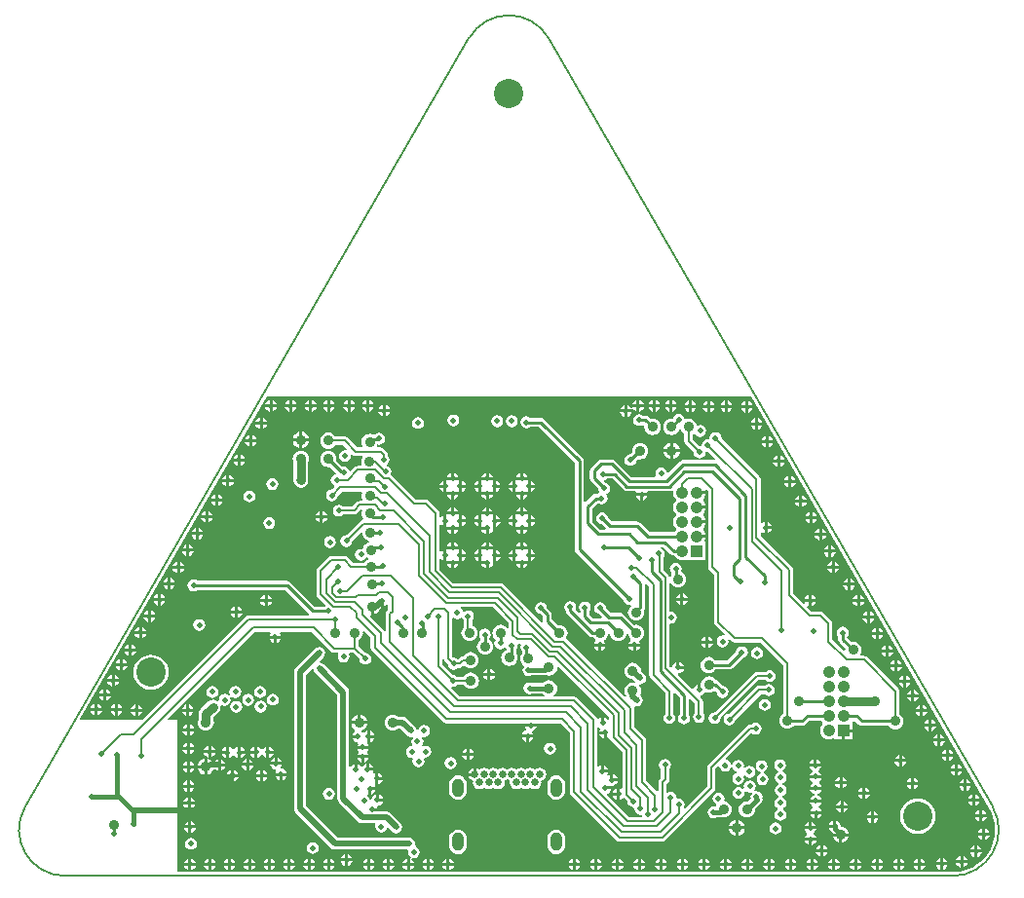
<source format=gbl>
G04*
G04 #@! TF.GenerationSoftware,Altium Limited,Altium Designer,19.0.12 (326)*
G04*
G04 Layer_Physical_Order=4*
G04 Layer_Color=16711680*
%FSLAX44Y44*%
%MOMM*%
G71*
G01*
G75*
%ADD11C,0.2540*%
%ADD16C,0.1270*%
%ADD92C,0.3810*%
%ADD93C,0.7620*%
%ADD96C,0.2032*%
%ADD97C,0.5080*%
%ADD127C,2.5400*%
%ADD128R,1.0500X1.0500*%
%ADD129C,1.0500*%
%ADD130O,1.0000X1.6000*%
%ADD131C,0.6500*%
%ADD132C,0.5080*%
%ADD133C,0.6350*%
%ADD134C,0.5000*%
%ADD139C,0.9000*%
G36*
X324612Y377524D02*
X601645D01*
X808650Y18980D01*
X808631Y18908D01*
X808631Y18908D01*
X809638Y17265D01*
X811849Y11929D01*
X813197Y6312D01*
X813650Y553D01*
X813197Y-5205D01*
X811849Y-10822D01*
X809638Y-16159D01*
X806620Y-21084D01*
X802868Y-25476D01*
X798476Y-29228D01*
X793551Y-32246D01*
X788214Y-34457D01*
X782598Y-35805D01*
X778098Y-36159D01*
X776839Y-36209D01*
X776839Y-36210D01*
X775587Y-36210D01*
X103124D01*
Y96012D01*
X95433D01*
X94947Y97185D01*
X170425Y172663D01*
X183564D01*
X184121Y171393D01*
X183277Y170130D01*
X183135Y169418D01*
X192989D01*
X192847Y170130D01*
X192003Y171393D01*
X192560Y172663D01*
X219719D01*
X236530Y155852D01*
X236530Y155852D01*
X237707Y155066D01*
X239094Y154790D01*
X239094Y154790D01*
X242343D01*
X242942Y153670D01*
X242707Y153318D01*
X242313Y151336D01*
X242707Y149354D01*
X243829Y147674D01*
X245510Y146551D01*
X247492Y146157D01*
X249474Y146551D01*
X251154Y147674D01*
X252277Y149354D01*
X252672Y151336D01*
X252277Y153318D01*
X252042Y153670D01*
X252641Y154790D01*
X255800D01*
X261275Y149315D01*
X261266Y149272D01*
X261661Y147290D01*
X262784Y145609D01*
X264464Y144487D01*
X266446Y144092D01*
X268428Y144487D01*
X270109Y145609D01*
X271231Y147290D01*
X271625Y149272D01*
X271231Y151254D01*
X270109Y152934D01*
X268428Y154057D01*
X266446Y154451D01*
X266403Y154443D01*
X260928Y159917D01*
Y165866D01*
X262323Y166937D01*
X263451Y168407D01*
X264161Y170120D01*
X264403Y171958D01*
X264295Y172773D01*
X265498Y173366D01*
X270948Y167916D01*
Y158750D01*
X270948Y158750D01*
X271224Y157362D01*
X272010Y156186D01*
X333986Y94210D01*
X333986Y94210D01*
X335163Y93424D01*
X336550Y93148D01*
X336550Y93148D01*
X404369D01*
X404729Y92710D01*
X415691D01*
X416051Y93148D01*
X435886D01*
X444176Y84858D01*
Y33528D01*
X444176Y33528D01*
X444452Y32141D01*
X445238Y30964D01*
X484608Y-8406D01*
X485784Y-9192D01*
X487172Y-9468D01*
X487172Y-9468D01*
X524510D01*
X524510Y-9468D01*
X525897Y-9192D01*
X527074Y-8406D01*
X569746Y34266D01*
X569746Y34266D01*
X570532Y35443D01*
X570808Y36830D01*
X570808Y36830D01*
Y53616D01*
X572800Y55609D01*
X574179Y55191D01*
X574335Y54406D01*
X575457Y52726D01*
X577138Y51603D01*
X579120Y51209D01*
X581102Y51603D01*
X582783Y52726D01*
X583905Y54406D01*
X584027Y55020D01*
X585322D01*
X585511Y54072D01*
X586633Y52392D01*
X588314Y51269D01*
X589021Y51128D01*
Y49833D01*
X588568Y49743D01*
X586888Y48621D01*
X585765Y46940D01*
X585370Y44958D01*
X585765Y42976D01*
X586888Y41295D01*
X588568Y40173D01*
X590550Y39778D01*
X592532Y40173D01*
X594212Y41295D01*
X595335Y42976D01*
X595729Y44958D01*
X595335Y46940D01*
X596400Y47600D01*
X596539Y47392D01*
X598220Y46269D01*
X600202Y45875D01*
X602184Y46269D01*
X603865Y47392D01*
X604987Y49072D01*
X605382Y51054D01*
X604987Y53036D01*
X603865Y54717D01*
X602184Y55839D01*
X600202Y56234D01*
X598220Y55839D01*
X596539Y54717D01*
X596489Y54641D01*
X595293Y55137D01*
X595476Y56054D01*
X595081Y58036D01*
X593959Y59717D01*
X592278Y60839D01*
X590296Y61234D01*
X588314Y60839D01*
X586633Y59717D01*
X585511Y58036D01*
X585389Y57422D01*
X584094D01*
X583905Y58370D01*
X582783Y60051D01*
X581102Y61173D01*
X580317Y61329D01*
X579899Y62708D01*
X602054Y84863D01*
X603554Y83861D01*
X605536Y83467D01*
X607518Y83861D01*
X609198Y84984D01*
X610321Y86664D01*
X610715Y88646D01*
X610321Y90628D01*
X609198Y92309D01*
X607518Y93431D01*
X605536Y93826D01*
X603554Y93431D01*
X601874Y92309D01*
X601849Y92272D01*
X600710D01*
X600710Y92272D01*
X599323Y91996D01*
X598146Y91210D01*
X598146Y91210D01*
X564618Y57682D01*
X563832Y56505D01*
X563556Y55118D01*
X563556Y55118D01*
Y38332D01*
X544534Y19309D01*
X543097Y19669D01*
X543030Y19892D01*
X543519Y20624D01*
X543913Y22606D01*
X543519Y24588D01*
X542397Y26268D01*
X540716Y27391D01*
X538734Y27785D01*
X537933Y27626D01*
X536801Y28448D01*
X536407Y30430D01*
X535285Y32111D01*
X533604Y33233D01*
X531622Y33628D01*
X529640Y33233D01*
X529256Y32977D01*
X528136Y33575D01*
Y40432D01*
X529394Y41690D01*
X529394Y41690D01*
X530180Y42866D01*
X530456Y44254D01*
Y53463D01*
X530493Y53488D01*
X531615Y55168D01*
X532010Y57150D01*
X531615Y59132D01*
X530493Y60813D01*
X528812Y61935D01*
X526830Y62330D01*
X524848Y61935D01*
X523168Y60813D01*
X522045Y59132D01*
X521651Y57150D01*
X522045Y55168D01*
X523168Y53488D01*
X523204Y53463D01*
Y45756D01*
X521946Y44498D01*
X521160Y43321D01*
X520884Y41934D01*
X520884Y41934D01*
Y34679D01*
X519614Y34153D01*
X510307Y43460D01*
Y78534D01*
X510307Y78534D01*
X510031Y79922D01*
X509245Y81098D01*
X499942Y90402D01*
Y106680D01*
X499942Y106680D01*
X499793Y107429D01*
X499926Y107653D01*
X500844Y108416D01*
X502412Y108104D01*
X504394Y108499D01*
X506074Y109621D01*
X507197Y111302D01*
X507592Y113284D01*
X507197Y115266D01*
X506074Y116946D01*
X505031Y117990D01*
X505651Y119486D01*
X505893Y121324D01*
X505651Y123162D01*
X504942Y124874D01*
X504002Y126099D01*
X504394Y126998D01*
X504635Y127268D01*
X505206Y127155D01*
X507188Y127549D01*
X508868Y128672D01*
X509991Y130352D01*
X510386Y132334D01*
Y132334D01*
X509991Y134316D01*
X508868Y135997D01*
X505859Y139006D01*
X505651Y140586D01*
X504942Y142298D01*
X503813Y143769D01*
X502343Y144897D01*
X500630Y145607D01*
X498792Y145849D01*
X496954Y145607D01*
X495242Y144897D01*
X493771Y143769D01*
X492643Y142298D01*
X491933Y140586D01*
X491691Y138748D01*
X491933Y136910D01*
X492643Y135197D01*
X493771Y133727D01*
X495242Y132598D01*
X496954Y131889D01*
X498534Y131681D01*
X500770Y129445D01*
X500177Y128243D01*
X498792Y128425D01*
X496954Y128183D01*
X495242Y127473D01*
X493771Y126345D01*
X492643Y124874D01*
X491933Y123162D01*
X491691Y121324D01*
X491933Y119486D01*
X492643Y117774D01*
X493063Y117226D01*
X492998Y116922D01*
X491610Y116513D01*
X441222Y166902D01*
X441057Y167900D01*
X441251Y168154D01*
X441961Y169866D01*
X442203Y171704D01*
X441961Y173542D01*
X441251Y175254D01*
X440123Y176725D01*
X438652Y177853D01*
X436940Y178563D01*
X435102Y178805D01*
X433682Y178618D01*
X428573Y183727D01*
Y187706D01*
X428277Y189193D01*
X427435Y190453D01*
X424202Y193686D01*
X423885Y195276D01*
X422762Y196957D01*
X421082Y198079D01*
X419100Y198473D01*
X417118Y198079D01*
X415438Y196957D01*
X414315Y195276D01*
X413921Y193294D01*
X414315Y191312D01*
X415438Y189632D01*
X417118Y188509D01*
X418708Y188193D01*
X420803Y186097D01*
Y182118D01*
X420958Y181342D01*
X419787Y180716D01*
X386612Y213892D01*
X385435Y214678D01*
X384048Y214954D01*
X384048Y214954D01*
X342878D01*
X330778Y227054D01*
Y235557D01*
X332048Y235943D01*
X332216Y235690D01*
X333884Y234576D01*
X334580Y234438D01*
Y239324D01*
Y244210D01*
X333884Y244071D01*
X332216Y242957D01*
X332048Y242705D01*
X330778Y243090D01*
Y265557D01*
X332048Y265943D01*
X332216Y265690D01*
X333884Y264576D01*
X334580Y264438D01*
Y269324D01*
Y274210D01*
X333884Y274071D01*
X332216Y272957D01*
X332048Y272705D01*
X330778Y273090D01*
Y275844D01*
X330778Y275844D01*
X330502Y277232D01*
X329716Y278408D01*
X329716Y278408D01*
X321207Y286917D01*
X320031Y287703D01*
X318643Y287979D01*
X318643Y287979D01*
X309985D01*
X289584Y308380D01*
X289362Y308528D01*
X288757Y309908D01*
X289151Y311890D01*
X288757Y313872D01*
X287635Y315553D01*
X285954Y316675D01*
X285234Y316818D01*
X284966Y318167D01*
X285856Y318762D01*
X286979Y320442D01*
X287374Y322424D01*
X286979Y324406D01*
X285856Y326087D01*
X285820Y326111D01*
Y326898D01*
X285544Y328285D01*
X284758Y329462D01*
X284758Y329462D01*
X282218Y332002D01*
X281042Y332788D01*
X279654Y333064D01*
X279654Y333064D01*
X276916D01*
X276354Y334203D01*
X276405Y334270D01*
X277002Y335709D01*
X278384Y335434D01*
X280366Y335829D01*
X282047Y336951D01*
X283169Y338632D01*
X283563Y340614D01*
X283169Y342596D01*
X282047Y344277D01*
X280366Y345399D01*
X278384Y345793D01*
X276402Y345399D01*
X274722Y344277D01*
X273806Y343969D01*
X272094Y344679D01*
X270256Y344921D01*
X268418Y344679D01*
X266706Y343969D01*
X265235Y342841D01*
X264107Y341370D01*
X263397Y339658D01*
X263155Y337820D01*
X263397Y335982D01*
X264107Y334270D01*
X264158Y334203D01*
X263596Y333064D01*
X259566D01*
X251230Y341400D01*
X250054Y342186D01*
X248666Y342462D01*
X248666Y342462D01*
X240280D01*
X239209Y343857D01*
X237738Y344985D01*
X236026Y345695D01*
X234188Y345937D01*
X232350Y345695D01*
X230638Y344985D01*
X229167Y343857D01*
X228039Y342386D01*
X227329Y340674D01*
X227087Y338836D01*
X227329Y336998D01*
X228039Y335286D01*
X229167Y333815D01*
X230638Y332687D01*
X232350Y331977D01*
X234188Y331735D01*
X236026Y331977D01*
X237738Y332687D01*
X239209Y333815D01*
X240280Y335210D01*
X247164D01*
X250735Y331639D01*
X250110Y330469D01*
X248714Y330746D01*
X246732Y330352D01*
X245051Y329229D01*
X243929Y327549D01*
X243534Y325567D01*
X243929Y323585D01*
X245051Y321904D01*
X246732Y320782D01*
X248714Y320387D01*
X250696Y320782D01*
X252376Y321904D01*
X253499Y323585D01*
X253893Y325567D01*
X253616Y326963D01*
X254786Y327588D01*
X255500Y326874D01*
X256677Y326088D01*
X258064Y325812D01*
X258064Y325812D01*
X263537D01*
X264099Y324673D01*
X263853Y324352D01*
X263143Y322640D01*
X262901Y320802D01*
X263143Y318964D01*
X263405Y318332D01*
X262557Y317062D01*
X259957D01*
X259957Y317062D01*
X258569Y316786D01*
X257393Y316000D01*
X257393Y316000D01*
X253773Y312379D01*
X252395Y312797D01*
X252277Y313386D01*
X251154Y315067D01*
X249474Y316189D01*
X247492Y316583D01*
X246191Y316325D01*
X241102Y321414D01*
X241289Y322834D01*
X241047Y324672D01*
X240337Y326384D01*
X239209Y327855D01*
X237738Y328983D01*
X236026Y329693D01*
X234188Y329935D01*
X232350Y329693D01*
X230638Y328983D01*
X229167Y327855D01*
X228039Y326384D01*
X227329Y324672D01*
X227087Y322834D01*
X227329Y320996D01*
X228039Y319284D01*
X229167Y317813D01*
X230638Y316685D01*
X232350Y315975D01*
X234188Y315733D01*
X235608Y315920D01*
X240681Y310847D01*
X240263Y309469D01*
X239572Y309331D01*
X237892Y308209D01*
X236769Y306528D01*
X236374Y304546D01*
X236769Y302564D01*
X237892Y300884D01*
X239223Y299994D01*
X239586Y298562D01*
X237533Y296509D01*
X237490Y296518D01*
X235508Y296123D01*
X233827Y295000D01*
X232705Y293320D01*
X232311Y291338D01*
X232705Y289356D01*
X233827Y287675D01*
X235508Y286553D01*
X237490Y286159D01*
X239472Y286553D01*
X241152Y287675D01*
X242275Y289356D01*
X242670Y291338D01*
X242661Y291381D01*
X246032Y294752D01*
X262781D01*
X263629Y293482D01*
X263397Y292922D01*
X263155Y291084D01*
X263397Y289246D01*
X263975Y287852D01*
X263399Y286582D01*
X261620D01*
X261620Y286582D01*
X260233Y286306D01*
X259056Y285520D01*
X259056Y285520D01*
X255292Y281756D01*
X247019D01*
X246994Y281793D01*
X245314Y282915D01*
X243332Y283309D01*
X241350Y282915D01*
X239669Y281793D01*
X238547Y280112D01*
X238153Y278130D01*
X238547Y276148D01*
X239669Y274468D01*
X241350Y273345D01*
X243332Y272950D01*
X245314Y273345D01*
X246994Y274468D01*
X247019Y274504D01*
X256794D01*
X256794Y274504D01*
X258181Y274780D01*
X259358Y275566D01*
X262591Y278799D01*
X263645Y278095D01*
X263659Y278060D01*
X263397Y277428D01*
X263155Y275590D01*
X263397Y273752D01*
X264107Y272040D01*
X264663Y271314D01*
X264668Y271218D01*
X264110Y269949D01*
X263342Y269796D01*
X262165Y269010D01*
X262165Y269010D01*
X250040Y256885D01*
X249997Y256894D01*
X248015Y256499D01*
X246335Y255376D01*
X245212Y253696D01*
X244818Y251714D01*
X245212Y249732D01*
X246335Y248051D01*
X248015Y246929D01*
X249997Y246535D01*
X251979Y246929D01*
X253659Y248051D01*
X254782Y249732D01*
X255177Y251714D01*
X255168Y251757D01*
X262697Y259286D01*
X263629Y258935D01*
X263931Y258724D01*
X264159Y256988D01*
X264869Y255276D01*
X265997Y253805D01*
X267468Y252677D01*
X269102Y252000D01*
X269371Y250943D01*
X269402Y250778D01*
X269350Y250664D01*
X267722Y249989D01*
X266251Y248861D01*
X265123Y247390D01*
X264413Y245678D01*
X264396Y245550D01*
X263364Y244811D01*
X262636Y244956D01*
X260654Y244561D01*
X258974Y243438D01*
X257851Y241758D01*
X257456Y239776D01*
X257851Y237794D01*
X258974Y236113D01*
X260654Y234991D01*
X262636Y234597D01*
X264618Y234991D01*
X266299Y236113D01*
X266770Y236820D01*
X267710Y237680D01*
X268538Y237353D01*
X268947Y237183D01*
Y235808D01*
X268230Y235511D01*
X266759Y234383D01*
X265688Y232988D01*
X255361D01*
X250835Y237514D01*
X249658Y238300D01*
X248271Y238576D01*
X248271Y238576D01*
X236982D01*
X236982Y238576D01*
X235595Y238300D01*
X234418Y237514D01*
X225020Y228116D01*
X224234Y226940D01*
X223958Y225552D01*
X223958Y225552D01*
Y205432D01*
X223958Y205432D01*
X224234Y204044D01*
X225020Y202868D01*
X231686Y196203D01*
X231561Y194939D01*
X231112Y194639D01*
X222335D01*
X201121Y215853D01*
X199861Y216695D01*
X198374Y216991D01*
X120424D01*
X119076Y217891D01*
X117094Y218286D01*
X115112Y217891D01*
X113432Y216768D01*
X112309Y215088D01*
X111915Y213106D01*
X112309Y211124D01*
X113432Y209443D01*
X115112Y208321D01*
X117094Y207927D01*
X119076Y208321D01*
X120424Y209221D01*
X196765D01*
X217449Y188538D01*
X216923Y187268D01*
X165100D01*
X165100Y187268D01*
X163713Y186992D01*
X162536Y186206D01*
X162536Y186206D01*
X72343Y96012D01*
X19336D01*
X18701Y97112D01*
X180597Y377524D01*
X324612Y377524D01*
D02*
G37*
G36*
X282448Y194971D02*
X283160Y195113D01*
X284841Y196236D01*
X284918Y196352D01*
X286188Y195967D01*
Y192002D01*
X285218Y191032D01*
X284432Y189855D01*
X284156Y188468D01*
X284156Y188468D01*
Y174024D01*
X283022Y173614D01*
X282886Y173639D01*
X282455Y174285D01*
X282455Y174285D01*
X270549Y186191D01*
X271142Y187394D01*
X271272Y187376D01*
Y194310D01*
X273812D01*
Y187376D01*
X274380Y187451D01*
X276092Y188161D01*
X277563Y189289D01*
X278691Y190760D01*
X279401Y192472D01*
X279568Y193744D01*
X279908Y194057D01*
Y199898D01*
X282448D01*
Y194971D01*
D02*
G37*
G36*
X390836Y180616D02*
Y176177D01*
X389566Y175746D01*
X388815Y176725D01*
X387344Y177853D01*
X385632Y178563D01*
X383794Y178805D01*
X381956Y178563D01*
X380244Y177853D01*
X378773Y176725D01*
X377645Y175254D01*
X376935Y173542D01*
X376693Y171704D01*
X376935Y169866D01*
X377645Y168154D01*
X378773Y166683D01*
X379762Y165924D01*
X379009Y164796D01*
X378615Y162814D01*
X379009Y160832D01*
X380131Y159151D01*
X381812Y158029D01*
X383794Y157634D01*
X385776Y158029D01*
X387457Y159151D01*
X387492Y159204D01*
X388745Y159052D01*
X389306Y158034D01*
X388878Y156739D01*
X387864Y156319D01*
X386393Y155191D01*
X385265Y153720D01*
X384555Y152008D01*
X384313Y150170D01*
X384555Y148332D01*
X385265Y146620D01*
X386393Y145149D01*
X387864Y144021D01*
X389576Y143311D01*
X391414Y143069D01*
X393252Y143311D01*
X394964Y144021D01*
X396435Y145149D01*
X397563Y146620D01*
X398273Y148332D01*
X398515Y150170D01*
X398273Y152008D01*
X397585Y153669D01*
Y157524D01*
X398485Y158872D01*
X398880Y160854D01*
X398749Y161509D01*
X399555Y162490D01*
X401103D01*
X401702Y161370D01*
X401615Y161240D01*
X401221Y159258D01*
X401615Y157276D01*
X402515Y155928D01*
Y153791D01*
X402029Y153156D01*
X401319Y151444D01*
X401077Y149606D01*
X401319Y147768D01*
X402029Y146056D01*
X403157Y144585D01*
X403843Y144059D01*
X404449Y143087D01*
X404086Y142338D01*
X403393Y141300D01*
X402999Y139318D01*
X403393Y137336D01*
X404515Y135655D01*
X406196Y134533D01*
X408178Y134138D01*
X410160Y134533D01*
X410539Y134786D01*
X422173D01*
X423563Y135063D01*
X424114Y134834D01*
X425952Y134592D01*
X427790Y134834D01*
X429502Y135544D01*
X430973Y136672D01*
X432101Y138143D01*
X432811Y139855D01*
X433053Y141693D01*
X432977Y142267D01*
X434180Y142861D01*
X478364Y98676D01*
Y96723D01*
X477094Y96338D01*
X476357Y97443D01*
X474676Y98565D01*
X473964Y98707D01*
Y93780D01*
X471424D01*
Y98707D01*
X470712Y98565D01*
X469031Y97443D01*
X469006Y97404D01*
X467662Y97654D01*
X466876Y98830D01*
X466876Y98830D01*
X450366Y115340D01*
X449189Y116126D01*
X447802Y116402D01*
X447802Y116402D01*
X430425D01*
X429994Y117672D01*
X430973Y118423D01*
X432101Y119894D01*
X432811Y121606D01*
X433053Y123444D01*
X432811Y125282D01*
X432101Y126994D01*
X430973Y128465D01*
X429502Y129593D01*
X427790Y130303D01*
X425952Y130545D01*
X424114Y130303D01*
X422402Y129593D01*
X420931Y128465D01*
X420614Y128052D01*
X411555D01*
X411176Y128305D01*
X409194Y128700D01*
X407212Y128305D01*
X405532Y127183D01*
X404409Y125502D01*
X404015Y123520D01*
X404409Y121538D01*
X405532Y119858D01*
X407212Y118735D01*
X409194Y118341D01*
X411176Y118735D01*
X411555Y118988D01*
X420497D01*
X420931Y118423D01*
X421910Y117672D01*
X421479Y116402D01*
X348720D01*
X341345Y123777D01*
X341970Y124947D01*
X342365Y124868D01*
X344348Y125263D01*
X346028Y126385D01*
X346053Y126422D01*
X352243D01*
X353119Y125281D01*
X354590Y124153D01*
X356302Y123443D01*
X358140Y123201D01*
X359978Y123443D01*
X361690Y124153D01*
X363161Y125281D01*
X364289Y126752D01*
X364999Y128464D01*
X365241Y130302D01*
X364999Y132140D01*
X364289Y133852D01*
X363161Y135323D01*
X361690Y136451D01*
X359978Y137161D01*
X358140Y137403D01*
X356302Y137161D01*
X354590Y136451D01*
X353119Y135323D01*
X351991Y133852D01*
X351917Y133674D01*
X346053D01*
X346028Y133710D01*
X344348Y134833D01*
X342365Y135227D01*
X342322Y135219D01*
X333572Y143969D01*
Y148526D01*
X334842Y148651D01*
X334978Y147964D01*
X335764Y146788D01*
X338088Y144465D01*
X338369Y143052D01*
X339492Y141371D01*
X341172Y140249D01*
X343154Y139854D01*
X345136Y140249D01*
X346816Y141371D01*
X346841Y141408D01*
X348234D01*
X348234Y141408D01*
X349622Y141684D01*
X350798Y142470D01*
X351429Y143102D01*
X352611Y143024D01*
X354082Y141896D01*
X355794Y141186D01*
X357632Y140944D01*
X359470Y141186D01*
X361182Y141896D01*
X362653Y143024D01*
X363781Y144495D01*
X364491Y146207D01*
X364733Y148045D01*
X364491Y149883D01*
X363781Y151595D01*
X362653Y153066D01*
X361182Y154194D01*
X359470Y154904D01*
X357632Y155146D01*
X355794Y154904D01*
X354082Y154194D01*
X352611Y153066D01*
X351540Y151671D01*
X351245D01*
X351245Y151671D01*
X349858Y151395D01*
X348681Y150609D01*
X346788Y148715D01*
X345136Y149819D01*
X343154Y150213D01*
X342941Y150171D01*
X341954Y151042D01*
Y184177D01*
X343224Y184856D01*
X344220Y184191D01*
X346202Y183797D01*
X348184Y184191D01*
X349365Y184980D01*
X350750Y184527D01*
X350815Y184200D01*
X351937Y182519D01*
X351974Y182495D01*
Y176821D01*
X351849Y176725D01*
X350721Y175254D01*
X350011Y173542D01*
X349769Y171704D01*
X350011Y169866D01*
X350721Y168154D01*
X351849Y166683D01*
X353320Y165555D01*
X355032Y164845D01*
X356870Y164603D01*
X358708Y164845D01*
X360420Y165555D01*
X361891Y166683D01*
X363019Y168154D01*
X363729Y169866D01*
X363971Y171704D01*
X363729Y173542D01*
X363019Y175254D01*
X361891Y176725D01*
X360420Y177853D01*
X359226Y178348D01*
Y182495D01*
X359263Y182519D01*
X360385Y184200D01*
X360779Y186182D01*
X360385Y188164D01*
X359263Y189844D01*
X357582Y190967D01*
X355600Y191362D01*
X353618Y190967D01*
X352437Y190178D01*
X351052Y190632D01*
X350987Y190958D01*
X349865Y192638D01*
X349368Y192970D01*
X349753Y194240D01*
X377212D01*
X390836Y180616D01*
D02*
G37*
G36*
X470047Y89439D02*
X470712Y88995D01*
X470370Y87812D01*
X469941Y87169D01*
X469799Y86457D01*
X474726D01*
Y85187D01*
X475996D01*
Y80260D01*
X476708Y80402D01*
X477130Y80684D01*
X478521Y80086D01*
X478640Y79486D01*
X479426Y78310D01*
X489584Y68153D01*
Y36916D01*
X488464Y36318D01*
X488138Y36535D01*
X487426Y36677D01*
Y31750D01*
Y26823D01*
X488138Y26965D01*
X489818Y28087D01*
X491387Y28149D01*
X494193Y25343D01*
X494184Y25300D01*
X494579Y23318D01*
X495701Y21637D01*
X497382Y20515D01*
X499364Y20120D01*
X499472Y20142D01*
X500369Y19244D01*
X500280Y18796D01*
X500675Y16814D01*
X501797Y15134D01*
X503478Y14011D01*
X505460Y13616D01*
X506402Y13804D01*
X507018Y12787D01*
X506338Y11754D01*
X495532D01*
X476267Y31019D01*
X476636Y32234D01*
X476962Y32299D01*
X478643Y33421D01*
X479765Y35102D01*
X479907Y35814D01*
X474980D01*
Y38354D01*
X480603D01*
X481092Y38907D01*
X482550Y39197D01*
X484230Y40319D01*
X485353Y42000D01*
X485495Y42712D01*
X480568D01*
Y43982D01*
X479298D01*
Y48909D01*
X478586Y48767D01*
X477447Y48007D01*
X476532Y48922D01*
X476971Y49580D01*
X477113Y50292D01*
X472186D01*
Y51562D01*
X470916D01*
Y56489D01*
X470204Y56347D01*
X469208Y55682D01*
X467938Y56361D01*
Y89643D01*
X469208Y90000D01*
X470047Y89439D01*
D02*
G37*
%LPC*%
G36*
X533100Y373989D02*
Y370332D01*
X536757D01*
X536615Y371044D01*
X535492Y372724D01*
X533812Y373847D01*
X533100Y373989D01*
D02*
G37*
G36*
X530560D02*
X529848Y373847D01*
X528167Y372724D01*
X527044Y371044D01*
X526903Y370332D01*
X530560D01*
Y373989D01*
D02*
G37*
G36*
X518668D02*
Y370332D01*
X522325D01*
X522183Y371044D01*
X521060Y372724D01*
X519380Y373847D01*
X518668Y373989D01*
D02*
G37*
G36*
X516128D02*
X515416Y373847D01*
X513736Y372724D01*
X512613Y371044D01*
X512471Y370332D01*
X516128D01*
Y373989D01*
D02*
G37*
G36*
X504698D02*
Y370332D01*
X508355D01*
X508213Y371044D01*
X507090Y372724D01*
X505410Y373847D01*
X504698Y373989D01*
D02*
G37*
G36*
X502158D02*
X501446Y373847D01*
X499766Y372724D01*
X498643Y371044D01*
X498501Y370332D01*
X502158D01*
Y373989D01*
D02*
G37*
G36*
X269748D02*
Y370332D01*
X273405D01*
X273263Y371044D01*
X272141Y372724D01*
X270460Y373847D01*
X269748Y373989D01*
D02*
G37*
G36*
X267208D02*
X266496Y373847D01*
X264816Y372724D01*
X263693Y371044D01*
X263551Y370332D01*
X267208D01*
Y373989D01*
D02*
G37*
G36*
X253492D02*
Y370332D01*
X257149D01*
X257007Y371044D01*
X255884Y372724D01*
X254204Y373847D01*
X253492Y373989D01*
D02*
G37*
G36*
X250952D02*
X250240Y373847D01*
X248559Y372724D01*
X247437Y371044D01*
X247295Y370332D01*
X250952D01*
Y373989D01*
D02*
G37*
G36*
X235966D02*
Y370332D01*
X239623D01*
X239481Y371044D01*
X238358Y372724D01*
X236678Y373847D01*
X235966Y373989D01*
D02*
G37*
G36*
X233426D02*
X232714Y373847D01*
X231033Y372724D01*
X229911Y371044D01*
X229769Y370332D01*
X233426D01*
Y373989D01*
D02*
G37*
G36*
X220218D02*
Y370332D01*
X223875D01*
X223733Y371044D01*
X222610Y372724D01*
X220930Y373847D01*
X220218Y373989D01*
D02*
G37*
G36*
X217678D02*
X216966Y373847D01*
X215285Y372724D01*
X214163Y371044D01*
X214021Y370332D01*
X217678D01*
Y373989D01*
D02*
G37*
G36*
X202692D02*
Y370332D01*
X206349D01*
X206207Y371044D01*
X205084Y372724D01*
X203404Y373847D01*
X202692Y373989D01*
D02*
G37*
G36*
X200152D02*
X199440Y373847D01*
X197759Y372724D01*
X196637Y371044D01*
X196495Y370332D01*
X200152D01*
Y373989D01*
D02*
G37*
G36*
X185674D02*
Y370332D01*
X189331D01*
X189189Y371044D01*
X188067Y372724D01*
X186386Y373847D01*
X185674Y373989D01*
D02*
G37*
G36*
X183134D02*
X182422Y373847D01*
X180742Y372724D01*
X179619Y371044D01*
X179477Y370332D01*
X183134D01*
Y373989D01*
D02*
G37*
G36*
X581660Y373735D02*
Y370078D01*
X585317D01*
X585175Y370790D01*
X584053Y372471D01*
X582372Y373593D01*
X581660Y373735D01*
D02*
G37*
G36*
X579120D02*
X578408Y373593D01*
X576727Y372471D01*
X575605Y370790D01*
X575463Y370078D01*
X579120D01*
Y373735D01*
D02*
G37*
G36*
X550008D02*
Y370078D01*
X553665D01*
X553523Y370790D01*
X552400Y372471D01*
X550720Y373593D01*
X550008Y373735D01*
D02*
G37*
G36*
X547467D02*
X546755Y373593D01*
X545075Y372471D01*
X543952Y370790D01*
X543811Y370078D01*
X547467D01*
Y373735D01*
D02*
G37*
G36*
X565912Y373481D02*
Y369824D01*
X569569D01*
X569427Y370536D01*
X568304Y372216D01*
X566624Y373339D01*
X565912Y373481D01*
D02*
G37*
G36*
X563372D02*
X562660Y373339D01*
X560979Y372216D01*
X559857Y370536D01*
X559715Y369824D01*
X563372D01*
Y373481D01*
D02*
G37*
G36*
X599186Y373227D02*
Y369570D01*
X602843D01*
X602701Y370282D01*
X601578Y371963D01*
X599898Y373085D01*
X599186Y373227D01*
D02*
G37*
G36*
X596646D02*
X595934Y373085D01*
X594254Y371963D01*
X593131Y370282D01*
X592989Y369570D01*
X596646D01*
Y373227D01*
D02*
G37*
G36*
X283972Y369925D02*
Y366268D01*
X287629D01*
X287487Y366980D01*
X286364Y368661D01*
X284684Y369783D01*
X283972Y369925D01*
D02*
G37*
G36*
X281432D02*
X280720Y369783D01*
X279039Y368661D01*
X277917Y366980D01*
X277775Y366268D01*
X281432D01*
Y369925D01*
D02*
G37*
G36*
X491490Y369671D02*
X490778Y369529D01*
X489098Y368406D01*
X487975Y366726D01*
X487833Y366014D01*
X491490D01*
Y369671D01*
D02*
G37*
G36*
X536757Y367792D02*
X533100D01*
Y364135D01*
X533812Y364277D01*
X535492Y365400D01*
X536615Y367080D01*
X536757Y367792D01*
D02*
G37*
G36*
X530560D02*
X526903D01*
X527044Y367080D01*
X528167Y365400D01*
X529848Y364277D01*
X530560Y364135D01*
Y367792D01*
D02*
G37*
G36*
X522325D02*
X518668D01*
Y364135D01*
X519380Y364277D01*
X521060Y365400D01*
X522183Y367080D01*
X522325Y367792D01*
D02*
G37*
G36*
X516128D02*
X512471D01*
X512613Y367080D01*
X513736Y365400D01*
X515416Y364277D01*
X516128Y364135D01*
Y367792D01*
D02*
G37*
G36*
X508355D02*
X504698D01*
Y364135D01*
X505410Y364277D01*
X507090Y365400D01*
X508213Y367080D01*
X508355Y367792D01*
D02*
G37*
G36*
X494030Y369671D02*
Y366014D01*
X497687D01*
X497627Y366314D01*
X498824Y366809D01*
X499109Y366382D01*
X499766Y365400D01*
X501446Y364277D01*
X502158Y364135D01*
Y367792D01*
X498501D01*
X498561Y367492D01*
X497364Y366997D01*
X497079Y367424D01*
X496423Y368406D01*
X494742Y369529D01*
X494030Y369671D01*
D02*
G37*
G36*
X273405Y367792D02*
X269748D01*
Y364135D01*
X270460Y364277D01*
X272141Y365400D01*
X273263Y367080D01*
X273405Y367792D01*
D02*
G37*
G36*
X267208D02*
X263551D01*
X263693Y367080D01*
X264816Y365400D01*
X266496Y364277D01*
X267208Y364135D01*
Y367792D01*
D02*
G37*
G36*
X257149D02*
X253492D01*
Y364135D01*
X254204Y364277D01*
X255884Y365400D01*
X257007Y367080D01*
X257149Y367792D01*
D02*
G37*
G36*
X250952D02*
X247295D01*
X247437Y367080D01*
X248559Y365400D01*
X250240Y364277D01*
X250952Y364135D01*
Y367792D01*
D02*
G37*
G36*
X239623D02*
X235966D01*
Y364135D01*
X236678Y364277D01*
X238358Y365400D01*
X239481Y367080D01*
X239623Y367792D01*
D02*
G37*
G36*
X233426D02*
X229769D01*
X229911Y367080D01*
X231033Y365400D01*
X232714Y364277D01*
X233426Y364135D01*
Y367792D01*
D02*
G37*
G36*
X223875D02*
X220218D01*
Y364135D01*
X220930Y364277D01*
X222610Y365400D01*
X223733Y367080D01*
X223875Y367792D01*
D02*
G37*
G36*
X217678D02*
X214021D01*
X214163Y367080D01*
X215285Y365400D01*
X216966Y364277D01*
X217678Y364135D01*
Y367792D01*
D02*
G37*
G36*
X206349D02*
X202692D01*
Y364135D01*
X203404Y364277D01*
X205084Y365400D01*
X206207Y367080D01*
X206349Y367792D01*
D02*
G37*
G36*
X200152D02*
X196495D01*
X196637Y367080D01*
X197759Y365400D01*
X199440Y364277D01*
X200152Y364135D01*
Y367792D01*
D02*
G37*
G36*
X189331D02*
X185674D01*
Y364135D01*
X186386Y364277D01*
X188067Y365400D01*
X189189Y367080D01*
X189331Y367792D01*
D02*
G37*
G36*
X183134D02*
X179477D01*
X179619Y367080D01*
X180742Y365400D01*
X182422Y364277D01*
X183134Y364135D01*
Y367792D01*
D02*
G37*
G36*
X585317Y367538D02*
X581660D01*
Y363881D01*
X582372Y364023D01*
X584053Y365145D01*
X585175Y366826D01*
X585317Y367538D01*
D02*
G37*
G36*
X579120D02*
X575463D01*
X575605Y366826D01*
X576727Y365145D01*
X578408Y364023D01*
X579120Y363881D01*
Y367538D01*
D02*
G37*
G36*
X553665D02*
X550008D01*
Y363881D01*
X550720Y364023D01*
X552400Y365145D01*
X553523Y366826D01*
X553665Y367538D01*
D02*
G37*
G36*
X547467D02*
X543811D01*
X543952Y366826D01*
X545075Y365145D01*
X546755Y364023D01*
X547467Y363881D01*
Y367538D01*
D02*
G37*
G36*
X569569Y367284D02*
X565912D01*
Y363627D01*
X566624Y363769D01*
X568304Y364892D01*
X569427Y366572D01*
X569569Y367284D01*
D02*
G37*
G36*
X563372D02*
X559715D01*
X559857Y366572D01*
X560979Y364892D01*
X562660Y363769D01*
X563372Y363627D01*
Y367284D01*
D02*
G37*
G36*
X602843Y367030D02*
X599186D01*
Y363373D01*
X599898Y363515D01*
X601578Y364637D01*
X602701Y366318D01*
X602843Y367030D01*
D02*
G37*
G36*
X596646D02*
X592989D01*
X593131Y366318D01*
X594254Y364637D01*
X595934Y363515D01*
X596646Y363373D01*
Y367030D01*
D02*
G37*
G36*
X287629Y363728D02*
X283972D01*
Y360071D01*
X284684Y360213D01*
X286364Y361335D01*
X287487Y363016D01*
X287629Y363728D01*
D02*
G37*
G36*
X281432D02*
X277775D01*
X277917Y363016D01*
X279039Y361335D01*
X280720Y360213D01*
X281432Y360071D01*
Y363728D01*
D02*
G37*
G36*
X497687Y363474D02*
X494030D01*
Y359817D01*
X494742Y359959D01*
X496423Y361082D01*
X497545Y362762D01*
X497687Y363474D01*
D02*
G37*
G36*
X491490D02*
X487833D01*
X487975Y362762D01*
X489098Y361082D01*
X490778Y359959D01*
X491490Y359817D01*
Y363474D01*
D02*
G37*
G36*
X538734Y362304D02*
X536752Y361909D01*
X535071Y360787D01*
X533949Y359106D01*
X533677Y357738D01*
X532638Y357875D01*
X530800Y357633D01*
X529088Y356923D01*
X527617Y355795D01*
X526489Y354324D01*
X525779Y352612D01*
X525537Y350774D01*
X525779Y348936D01*
X526489Y347224D01*
X527617Y345753D01*
X529088Y344625D01*
X530800Y343915D01*
X532638Y343673D01*
X534476Y343915D01*
X536188Y344625D01*
X537659Y345753D01*
X538787Y347224D01*
X539242Y348322D01*
X540617D01*
X540967Y347478D01*
X542095Y346007D01*
X543490Y344936D01*
Y338390D01*
X543490Y338390D01*
X543766Y337002D01*
X544552Y335826D01*
X551659Y328719D01*
X551651Y328676D01*
X552045Y326694D01*
X553167Y325014D01*
X554848Y323891D01*
X556830Y323497D01*
X558812Y323891D01*
X560493Y325014D01*
X561615Y326694D01*
X562010Y328676D01*
X561958Y328934D01*
X563038Y330014D01*
X563880Y329846D01*
X563923Y329855D01*
X570744Y323035D01*
X570118Y321864D01*
X569976Y321893D01*
X542290D01*
X540803Y321597D01*
X539543Y320755D01*
X529888Y311100D01*
X528510Y311518D01*
X528340Y312370D01*
X527217Y314051D01*
X525537Y315173D01*
X523555Y315567D01*
X521573Y315173D01*
X519893Y314051D01*
X518770Y312370D01*
X518376Y310388D01*
X518714Y308685D01*
X518021Y307415D01*
X497417D01*
X483315Y321517D01*
X482055Y322359D01*
X480568Y322655D01*
X471424D01*
X469937Y322359D01*
X468677Y321517D01*
X462581Y315421D01*
X461739Y314161D01*
X461443Y312674D01*
Y306070D01*
X461739Y304583D01*
X462581Y303323D01*
X468862Y297042D01*
X469179Y295452D01*
X469578Y294855D01*
X469597Y294645D01*
X469146Y293216D01*
X468348Y292683D01*
X466852D01*
X465365Y292387D01*
X464105Y291545D01*
X457529Y284968D01*
X456259Y285494D01*
Y321310D01*
X455963Y322797D01*
X455121Y324057D01*
X421593Y357585D01*
X420333Y358427D01*
X418846Y358723D01*
X409730D01*
X408382Y359623D01*
X406400Y360018D01*
X404418Y359623D01*
X402738Y358501D01*
X401615Y356820D01*
X401221Y354838D01*
X401615Y352856D01*
X402738Y351175D01*
X404418Y350053D01*
X406400Y349659D01*
X408382Y350053D01*
X409730Y350953D01*
X417237D01*
X448489Y319701D01*
Y244602D01*
X448785Y243115D01*
X449627Y241855D01*
X490706Y200776D01*
X491023Y199186D01*
X492146Y197505D01*
X493826Y196383D01*
X495808Y195989D01*
X496710Y196168D01*
X497248Y194980D01*
X496629Y194505D01*
X495501Y193034D01*
X494791Y191322D01*
X494549Y189484D01*
X494791Y187646D01*
X495501Y185934D01*
X496629Y184463D01*
X498100Y183335D01*
X499812Y182625D01*
X501650Y182383D01*
X503488Y182625D01*
X505200Y183335D01*
X506671Y184463D01*
X507799Y185934D01*
X508509Y187646D01*
X508751Y189484D01*
X508509Y191322D01*
X508359Y191683D01*
X509049Y192716D01*
X509345Y194202D01*
Y214490D01*
X510363Y215026D01*
X510575Y215055D01*
X513010Y212620D01*
Y135128D01*
X513010Y135128D01*
X513286Y133741D01*
X514072Y132564D01*
X526980Y119656D01*
Y101731D01*
X526944Y101706D01*
X525821Y100026D01*
X525426Y98044D01*
X525821Y96062D01*
X526944Y94382D01*
X528624Y93259D01*
X530606Y92865D01*
X532588Y93259D01*
X534268Y94382D01*
X535391Y96062D01*
X535785Y98044D01*
X535391Y100026D01*
X534268Y101706D01*
X534232Y101731D01*
Y119387D01*
X535502Y119913D01*
X539517Y115897D01*
Y100866D01*
X538617Y99518D01*
X538223Y97536D01*
X538617Y95554D01*
X539739Y93874D01*
X541420Y92751D01*
X543402Y92357D01*
X545384Y92751D01*
X547065Y93874D01*
X548187Y95554D01*
X548582Y97536D01*
X548187Y99518D01*
X547287Y100866D01*
Y114200D01*
X548460Y114686D01*
X552634Y110512D01*
Y102493D01*
X552598Y102469D01*
X551475Y100788D01*
X551081Y98806D01*
X551475Y96824D01*
X552598Y95143D01*
X554278Y94021D01*
X556260Y93626D01*
X558242Y94021D01*
X559922Y95143D01*
X561045Y96824D01*
X561440Y98806D01*
X561045Y100788D01*
X559922Y102469D01*
X559886Y102493D01*
Y112014D01*
X559886Y112014D01*
X559610Y113401D01*
X558824Y114578D01*
X558824Y114578D01*
X557331Y116071D01*
X557749Y117449D01*
X558723Y117643D01*
X560403Y118765D01*
X561119Y119836D01*
X561526Y120446D01*
X562818Y120430D01*
X563400Y120189D01*
X565238Y119947D01*
X567076Y120189D01*
X568788Y120899D01*
X569960Y121798D01*
X571754Y120004D01*
X572071Y118414D01*
X573194Y116734D01*
X574874Y115611D01*
X576856Y115217D01*
X578838Y115611D01*
X580518Y116734D01*
X581641Y118414D01*
X582035Y120396D01*
X581641Y122378D01*
X580518Y124059D01*
X578838Y125181D01*
X577248Y125498D01*
X572951Y129795D01*
X571691Y130637D01*
X571298Y130715D01*
X570259Y132069D01*
X568788Y133197D01*
X567076Y133907D01*
X565238Y134149D01*
X563400Y133907D01*
X561688Y133197D01*
X560217Y132069D01*
X559089Y130598D01*
X558379Y128886D01*
X558295Y128244D01*
X558011Y128040D01*
Y122428D01*
X555471D01*
Y127355D01*
X554758Y127213D01*
X553078Y126090D01*
X551955Y124410D01*
X551762Y123436D01*
X550383Y123018D01*
X538016Y135385D01*
X538565Y136633D01*
X540144Y136947D01*
X541824Y138069D01*
X542947Y139750D01*
X543089Y140462D01*
X538162D01*
Y141732D01*
X536892D01*
Y146659D01*
X536180Y146517D01*
X534500Y145394D01*
X533377Y143714D01*
X533063Y142135D01*
X531815Y141586D01*
X530422Y142980D01*
Y179325D01*
X531403Y180131D01*
X532130Y179986D01*
X534112Y180381D01*
X535793Y181504D01*
X536915Y183184D01*
X537309Y185166D01*
X536915Y187148D01*
X535793Y188829D01*
X534112Y189951D01*
X532130Y190345D01*
X531403Y190201D01*
X530422Y191007D01*
Y215240D01*
X531692Y215493D01*
X532077Y214564D01*
X533205Y213093D01*
X534676Y211965D01*
X536388Y211255D01*
X538226Y211013D01*
X540064Y211255D01*
X541776Y211965D01*
X543247Y213093D01*
X544375Y214564D01*
X545085Y216276D01*
X545327Y218114D01*
X545085Y219952D01*
X544375Y221664D01*
X543247Y223135D01*
X541776Y224263D01*
X541329Y224449D01*
X540979Y225602D01*
X541373Y227584D01*
X540979Y229566D01*
X539856Y231246D01*
X538176Y232369D01*
X536194Y232764D01*
X534212Y232369D01*
X532532Y231246D01*
X531409Y229566D01*
X531015Y227584D01*
X531115Y227080D01*
X531114Y227076D01*
X531410Y225589D01*
X532252Y224329D01*
X532265Y224320D01*
X532309Y224254D01*
Y221968D01*
X532077Y221664D01*
X531639Y220608D01*
X530318Y220738D01*
X530146Y221605D01*
X529360Y222782D01*
X529360Y222782D01*
X525342Y226800D01*
Y237835D01*
X525993Y238810D01*
X526387Y240792D01*
X525993Y242774D01*
X524870Y244454D01*
X523241Y245543D01*
X523222Y245639D01*
X523553Y246813D01*
X525076D01*
X531812Y240077D01*
X533073Y239235D01*
X534559Y238939D01*
X534959D01*
X534977Y238895D01*
X536226Y237268D01*
X537853Y236019D01*
X539748Y235235D01*
X541782Y234967D01*
X543816Y235235D01*
X545422Y235900D01*
X546692Y235341D01*
Y235034D01*
X562272D01*
Y250614D01*
X561964D01*
X561406Y251884D01*
X562071Y253490D01*
X562172Y254254D01*
X554482D01*
Y256794D01*
X562172D01*
X562071Y257558D01*
X561287Y259453D01*
X560044Y261072D01*
X559831Y261361D01*
Y262387D01*
X560044Y262676D01*
X561287Y264295D01*
X562071Y266190D01*
X562172Y266954D01*
X554482D01*
Y269494D01*
X562172D01*
X562071Y270258D01*
X561287Y272153D01*
X560044Y273772D01*
X559831Y274061D01*
Y275087D01*
X560044Y275376D01*
X561287Y276995D01*
X562071Y278890D01*
X562172Y279654D01*
X554482D01*
Y282194D01*
X562172D01*
X562071Y282958D01*
X561287Y284853D01*
X560044Y286472D01*
X559831Y286761D01*
Y287787D01*
X560044Y288076D01*
X561287Y289695D01*
X562071Y291590D01*
X562172Y292354D01*
X554482D01*
Y294894D01*
X562172D01*
X562071Y295658D01*
X561838Y296220D01*
X562915Y296940D01*
X564572Y295282D01*
Y229108D01*
X564572Y229108D01*
X564848Y227721D01*
X565634Y226544D01*
X569652Y222526D01*
Y181102D01*
X569652Y181102D01*
X569928Y179715D01*
X570714Y178538D01*
X578854Y170398D01*
X578229Y169228D01*
X576842Y169503D01*
X574860Y169109D01*
X573180Y167987D01*
X572057Y166306D01*
X571662Y164324D01*
X572057Y162342D01*
X573180Y160662D01*
X574860Y159539D01*
X576842Y159144D01*
X578824Y159539D01*
X580504Y160662D01*
X581627Y162342D01*
X582021Y164324D01*
X581746Y165711D01*
X582916Y166336D01*
X584684Y164568D01*
X584684Y164568D01*
X585860Y163782D01*
X587248Y163506D01*
X609622D01*
X629596Y143532D01*
Y101749D01*
X628201Y100678D01*
X627073Y99207D01*
X626363Y97495D01*
X626121Y95657D01*
X626363Y93819D01*
X627073Y92107D01*
X628201Y90636D01*
X629672Y89508D01*
X631384Y88798D01*
X633222Y88556D01*
X635060Y88798D01*
X636772Y89508D01*
X638243Y90636D01*
X638608Y91111D01*
X645922D01*
X647409Y91407D01*
X648669Y92249D01*
X652103Y95683D01*
X662467D01*
X662485Y95639D01*
X663728Y94020D01*
X663941Y93731D01*
Y92705D01*
X663728Y92416D01*
X662485Y90796D01*
X661700Y88902D01*
X661433Y86868D01*
X661700Y84834D01*
X662485Y82939D01*
X663734Y81312D01*
X665361Y80063D01*
X667256Y79278D01*
X669290Y79011D01*
X671323Y79278D01*
X672930Y79944D01*
X674200Y79385D01*
Y79078D01*
X680720D01*
Y86868D01*
X681990D01*
Y88138D01*
X689780D01*
Y94658D01*
X690370Y95683D01*
X691811D01*
X695245Y92249D01*
X696505Y91407D01*
X697992Y91111D01*
X721055D01*
X721927Y89975D01*
X723398Y88847D01*
X725110Y88137D01*
X726948Y87895D01*
X728786Y88137D01*
X730498Y88847D01*
X731969Y89975D01*
X733097Y91446D01*
X733807Y93158D01*
X734049Y94996D01*
X733807Y96834D01*
X733097Y98546D01*
X731969Y100017D01*
X730574Y101088D01*
Y120904D01*
X730574Y120904D01*
X730298Y122291D01*
X729512Y123468D01*
X729512Y123468D01*
X702080Y150900D01*
X700903Y151686D01*
X699516Y151962D01*
X699516Y151962D01*
X696934D01*
X696372Y153101D01*
X696521Y153296D01*
X697231Y155008D01*
X697473Y156846D01*
X697231Y158684D01*
X696521Y160396D01*
X695393Y161867D01*
X693922Y162995D01*
X692210Y163705D01*
X690372Y163947D01*
X688952Y163760D01*
X685113Y167599D01*
Y168628D01*
X686013Y169976D01*
X686407Y171958D01*
X686013Y173940D01*
X684891Y175620D01*
X683210Y176743D01*
X681228Y177138D01*
X679246Y176743D01*
X677566Y175620D01*
X676443Y173940D01*
X676049Y171958D01*
X676443Y169976D01*
X677343Y168628D01*
Y165990D01*
X677639Y164503D01*
X678481Y163243D01*
X683458Y158266D01*
X683271Y156846D01*
X683284Y156752D01*
X682081Y156159D01*
X672408Y165832D01*
Y179832D01*
X672408Y179832D01*
X672132Y181220D01*
X671346Y182396D01*
X671346Y182396D01*
X664234Y189508D01*
X663057Y190294D01*
X661670Y190570D01*
X661670Y190570D01*
X653774D01*
X650167Y194177D01*
X650976Y195163D01*
X651052Y195113D01*
X651764Y194971D01*
Y198628D01*
X648107D01*
X648249Y197916D01*
X648299Y197840D01*
X647313Y197031D01*
X638118Y206226D01*
Y226314D01*
X638118Y226314D01*
X637842Y227701D01*
X637056Y228878D01*
X609924Y256010D01*
Y258881D01*
X611194Y259448D01*
X612444Y258613D01*
X613156Y258471D01*
Y263398D01*
Y268325D01*
X612444Y268183D01*
X611194Y267348D01*
X609924Y267915D01*
Y305562D01*
X609924Y305562D01*
X609648Y306950D01*
X608862Y308126D01*
X575909Y341079D01*
X575918Y341122D01*
X575523Y343104D01*
X574400Y344785D01*
X572720Y345907D01*
X570738Y346301D01*
X568756Y345907D01*
X567076Y344785D01*
X565953Y343104D01*
X565567Y341165D01*
X565466Y340813D01*
X564696Y340043D01*
X563880Y340205D01*
X561898Y339811D01*
X560218Y338689D01*
X559095Y337008D01*
X558700Y335026D01*
X558713Y334964D01*
X557845Y334013D01*
X556561Y334072D01*
X550742Y339892D01*
Y344500D01*
X551759Y345419D01*
X551801Y345445D01*
X552956Y345078D01*
X553867Y343713D01*
X555548Y342591D01*
X557530Y342196D01*
X559512Y342591D01*
X561193Y343713D01*
X562315Y345394D01*
X562710Y347376D01*
X562315Y349358D01*
X561193Y351038D01*
X559512Y352161D01*
X557530Y352556D01*
X555548Y352161D01*
X555187Y351920D01*
X554030Y352444D01*
X553975Y352866D01*
X553265Y354578D01*
X552137Y356049D01*
X550666Y357177D01*
X548954Y357887D01*
X547116Y358129D01*
X545278Y357887D01*
X544802Y357690D01*
X543682Y358288D01*
X543519Y359106D01*
X542397Y360787D01*
X540716Y361909D01*
X538734Y362304D01*
D02*
G37*
G36*
X177213Y359257D02*
Y355600D01*
X180870D01*
X180728Y356312D01*
X179605Y357993D01*
X177925Y359115D01*
X177213Y359257D01*
D02*
G37*
G36*
X174673D02*
X173961Y359115D01*
X172280Y357993D01*
X171157Y356312D01*
X171016Y355600D01*
X174673D01*
Y359257D01*
D02*
G37*
G36*
X607647Y358495D02*
Y354838D01*
X611304D01*
X611162Y355550D01*
X610040Y357230D01*
X608359Y358353D01*
X607647Y358495D01*
D02*
G37*
G36*
X605107D02*
X604395Y358353D01*
X602715Y357230D01*
X601592Y355550D01*
X601450Y354838D01*
X605107D01*
Y358495D01*
D02*
G37*
G36*
X342852Y361541D02*
X340870Y361147D01*
X339190Y360024D01*
X338067Y358344D01*
X337673Y356362D01*
X338067Y354380D01*
X339190Y352700D01*
X340870Y351577D01*
X342852Y351183D01*
X344834Y351577D01*
X346515Y352700D01*
X347637Y354380D01*
X348032Y356362D01*
X347637Y358344D01*
X346515Y360024D01*
X344834Y361147D01*
X342852Y361541D01*
D02*
G37*
G36*
X393700Y361034D02*
X391718Y360639D01*
X390037Y359516D01*
X388915Y357836D01*
X388521Y355854D01*
X388915Y353872D01*
X390037Y352192D01*
X391718Y351069D01*
X393700Y350675D01*
X395682Y351069D01*
X397363Y352192D01*
X398485Y353872D01*
X398880Y355854D01*
X398485Y357836D01*
X397363Y359516D01*
X395682Y360639D01*
X393700Y361034D01*
D02*
G37*
G36*
X381000D02*
X379018Y360639D01*
X377337Y359516D01*
X376215Y357836D01*
X375821Y355854D01*
X376215Y353872D01*
X377337Y352192D01*
X379018Y351069D01*
X381000Y350675D01*
X382982Y351069D01*
X384663Y352192D01*
X385785Y353872D01*
X386180Y355854D01*
X385785Y357836D01*
X384663Y359516D01*
X382982Y360639D01*
X381000Y361034D01*
D02*
G37*
G36*
X180870Y353060D02*
X177213D01*
Y349403D01*
X177925Y349545D01*
X179605Y350667D01*
X180728Y352348D01*
X180870Y353060D01*
D02*
G37*
G36*
X174673D02*
X171016D01*
X171157Y352348D01*
X172280Y350667D01*
X173961Y349545D01*
X174673Y349403D01*
Y353060D01*
D02*
G37*
G36*
X312166Y359510D02*
X310184Y359115D01*
X308503Y357993D01*
X307381Y356312D01*
X306987Y354330D01*
X307381Y352348D01*
X308503Y350667D01*
X310184Y349545D01*
X312166Y349151D01*
X314148Y349545D01*
X315828Y350667D01*
X316951Y352348D01*
X317346Y354330D01*
X316951Y356312D01*
X315828Y357993D01*
X314148Y359115D01*
X312166Y359510D01*
D02*
G37*
G36*
X611304Y352298D02*
X607647D01*
Y348641D01*
X608359Y348783D01*
X610040Y349906D01*
X611162Y351586D01*
X611304Y352298D01*
D02*
G37*
G36*
X605107D02*
X601450D01*
X601592Y351586D01*
X602715Y349906D01*
X604395Y348783D01*
X605107Y348641D01*
Y352298D01*
D02*
G37*
G36*
X504444Y362049D02*
X502462Y361655D01*
X500782Y360532D01*
X499659Y358852D01*
X499264Y356870D01*
X499659Y354888D01*
X500782Y353208D01*
X502462Y352085D01*
X504444Y351690D01*
X506426Y352085D01*
X507774Y352985D01*
X508062D01*
X508939Y352034D01*
X508773Y350774D01*
X509015Y348936D01*
X509725Y347224D01*
X510853Y345753D01*
X512324Y344625D01*
X514036Y343915D01*
X515874Y343673D01*
X517712Y343915D01*
X519424Y344625D01*
X520895Y345753D01*
X522023Y347224D01*
X522733Y348936D01*
X522975Y350774D01*
X522733Y352612D01*
X522023Y354324D01*
X520895Y355795D01*
X519424Y356923D01*
X517712Y357633D01*
X515874Y357875D01*
X514454Y357688D01*
X512525Y359617D01*
X511265Y360459D01*
X509778Y360755D01*
X507774D01*
X506426Y361655D01*
X504444Y362049D01*
D02*
G37*
G36*
X211582Y346531D02*
Y340868D01*
X217246D01*
X217171Y341436D01*
X216461Y343148D01*
X215333Y344619D01*
X213862Y345747D01*
X212150Y346457D01*
X211582Y346531D01*
D02*
G37*
G36*
X209042D02*
X208474Y346457D01*
X206762Y345747D01*
X205291Y344619D01*
X204163Y343148D01*
X203453Y341436D01*
X203379Y340868D01*
X209042D01*
Y346531D01*
D02*
G37*
G36*
X168051Y343763D02*
Y340106D01*
X171708D01*
X171566Y340818D01*
X170444Y342499D01*
X168763Y343621D01*
X168051Y343763D01*
D02*
G37*
G36*
X165511D02*
X164799Y343621D01*
X163119Y342499D01*
X161996Y340818D01*
X161854Y340106D01*
X165511D01*
Y343763D01*
D02*
G37*
G36*
X616809Y343001D02*
Y339344D01*
X620466D01*
X620324Y340056D01*
X619201Y341736D01*
X617521Y342859D01*
X616809Y343001D01*
D02*
G37*
G36*
X614269D02*
X613557Y342859D01*
X611876Y341736D01*
X610754Y340056D01*
X610612Y339344D01*
X614269D01*
Y343001D01*
D02*
G37*
G36*
X171708Y337566D02*
X168051D01*
Y333909D01*
X168763Y334051D01*
X170444Y335173D01*
X171566Y336854D01*
X171708Y337566D01*
D02*
G37*
G36*
X165511D02*
X161854D01*
X161996Y336854D01*
X163119Y335173D01*
X164799Y334051D01*
X165511Y333909D01*
Y337566D01*
D02*
G37*
G36*
X620466Y336804D02*
X616809D01*
Y333147D01*
X617521Y333289D01*
X619201Y334412D01*
X620324Y336092D01*
X620466Y336804D01*
D02*
G37*
G36*
X614269D02*
X610612D01*
X610754Y336092D01*
X611876Y334412D01*
X613557Y333289D01*
X614269Y333147D01*
Y336804D01*
D02*
G37*
G36*
X217246Y338328D02*
X211582D01*
Y332664D01*
X212150Y332739D01*
X213862Y333449D01*
X215333Y334577D01*
X216461Y336048D01*
X217171Y337760D01*
X217246Y338328D01*
D02*
G37*
G36*
X209042D02*
X203379D01*
X203453Y337760D01*
X204163Y336048D01*
X205291Y334577D01*
X206762Y333449D01*
X208474Y332739D01*
X209042Y332664D01*
Y338328D01*
D02*
G37*
G36*
X533908Y337133D02*
Y331470D01*
X539571D01*
X539497Y332038D01*
X538787Y333750D01*
X537659Y335221D01*
X536188Y336349D01*
X534476Y337059D01*
X533908Y337133D01*
D02*
G37*
G36*
X531368D02*
X530800Y337059D01*
X529088Y336349D01*
X527617Y335221D01*
X526489Y333750D01*
X525779Y332038D01*
X525704Y331470D01*
X531368D01*
Y337133D01*
D02*
G37*
G36*
X157988Y326999D02*
Y323342D01*
X161645D01*
X161503Y324054D01*
X160380Y325734D01*
X158700Y326857D01*
X157988Y326999D01*
D02*
G37*
G36*
X155448D02*
X154736Y326857D01*
X153055Y325734D01*
X151933Y324054D01*
X151791Y323342D01*
X155448D01*
Y326999D01*
D02*
G37*
G36*
X539571Y328930D02*
X533908D01*
Y323266D01*
X534476Y323341D01*
X536188Y324051D01*
X537659Y325179D01*
X538787Y326650D01*
X539497Y328362D01*
X539571Y328930D01*
D02*
G37*
G36*
X531368D02*
X525704D01*
X525779Y328362D01*
X526489Y326650D01*
X527617Y325179D01*
X529088Y324051D01*
X530800Y323341D01*
X531368Y323266D01*
Y328930D01*
D02*
G37*
G36*
X505206Y336793D02*
X503368Y336551D01*
X501656Y335841D01*
X500185Y334713D01*
X499057Y333242D01*
X498347Y331530D01*
X498105Y329692D01*
X498204Y328945D01*
X496432Y327174D01*
X494842Y326857D01*
X493162Y325734D01*
X492039Y324054D01*
X491645Y322072D01*
X492039Y320090D01*
X493162Y318410D01*
X494842Y317287D01*
X496824Y316893D01*
X498806Y317287D01*
X500486Y318410D01*
X501609Y320090D01*
X501926Y321680D01*
X503164Y322918D01*
X503368Y322833D01*
X505206Y322591D01*
X507044Y322833D01*
X508756Y323543D01*
X510227Y324671D01*
X511355Y326142D01*
X512065Y327854D01*
X512307Y329692D01*
X512065Y331530D01*
X511355Y333242D01*
X510227Y334713D01*
X508756Y335841D01*
X507044Y336551D01*
X505206Y336793D01*
D02*
G37*
G36*
X626872Y326237D02*
Y322580D01*
X630529D01*
X630387Y323292D01*
X629264Y324972D01*
X627584Y326095D01*
X626872Y326237D01*
D02*
G37*
G36*
X624332D02*
X623620Y326095D01*
X621940Y324972D01*
X620817Y323292D01*
X620675Y322580D01*
X624332D01*
Y326237D01*
D02*
G37*
G36*
X161645Y320802D02*
X157988D01*
Y317145D01*
X158700Y317287D01*
X160380Y318410D01*
X161503Y320090D01*
X161645Y320802D01*
D02*
G37*
G36*
X155448D02*
X151791D01*
X151933Y320090D01*
X153055Y318410D01*
X154736Y317287D01*
X155448Y317145D01*
Y320802D01*
D02*
G37*
G36*
X630529Y320040D02*
X626872D01*
Y316383D01*
X627584Y316525D01*
X629264Y317647D01*
X630387Y319328D01*
X630529Y320040D01*
D02*
G37*
G36*
X624332D02*
X620675D01*
X620817Y319328D01*
X621940Y317647D01*
X623620Y316525D01*
X624332Y316383D01*
Y320040D01*
D02*
G37*
G36*
X403620Y310710D02*
Y307094D01*
X407236D01*
X407098Y307791D01*
X405984Y309458D01*
X404317Y310572D01*
X403620Y310710D01*
D02*
G37*
G36*
X401080D02*
X400384Y310572D01*
X398717Y309458D01*
X397603Y307791D01*
X397464Y307094D01*
X401080D01*
Y310710D01*
D02*
G37*
G36*
X373620D02*
Y307094D01*
X377236D01*
X377097Y307791D01*
X375983Y309458D01*
X374316Y310572D01*
X373620Y310710D01*
D02*
G37*
G36*
X371080D02*
X370383Y310572D01*
X368716Y309458D01*
X367602Y307791D01*
X367464Y307094D01*
X371080D01*
Y310710D01*
D02*
G37*
G36*
X343620D02*
Y307094D01*
X347236D01*
X347097Y307791D01*
X345984Y309458D01*
X344316Y310572D01*
X343620Y310710D01*
D02*
G37*
G36*
X341080D02*
X340383Y310572D01*
X338716Y309458D01*
X337602Y307791D01*
X337464Y307094D01*
X341080D01*
Y310710D01*
D02*
G37*
G36*
X148253Y309207D02*
Y305550D01*
X151910D01*
X151768Y306262D01*
X150646Y307943D01*
X148965Y309065D01*
X148253Y309207D01*
D02*
G37*
G36*
X145713D02*
X145001Y309065D01*
X143321Y307943D01*
X142198Y306262D01*
X142056Y305550D01*
X145713D01*
Y309207D01*
D02*
G37*
G36*
X636607Y308445D02*
Y304788D01*
X640264D01*
X640122Y305500D01*
X638999Y307181D01*
X637319Y308303D01*
X636607Y308445D01*
D02*
G37*
G36*
X634067D02*
X633355Y308303D01*
X631674Y307181D01*
X630552Y305500D01*
X630410Y304788D01*
X634067D01*
Y308445D01*
D02*
G37*
G36*
X410120Y304210D02*
Y300594D01*
X413736D01*
X413598Y301291D01*
X412484Y302958D01*
X410817Y304072D01*
X410120Y304210D01*
D02*
G37*
G36*
X394580D02*
X393883Y304072D01*
X392216Y302958D01*
X391102Y301291D01*
X390964Y300594D01*
X394580D01*
Y304210D01*
D02*
G37*
G36*
X380120D02*
Y300594D01*
X383736D01*
X383598Y301291D01*
X382484Y302958D01*
X380817Y304072D01*
X380120Y304210D01*
D02*
G37*
G36*
X364580D02*
X363883Y304072D01*
X362216Y302958D01*
X361102Y301291D01*
X360964Y300594D01*
X364580D01*
Y304210D01*
D02*
G37*
G36*
X350120D02*
Y300594D01*
X353736D01*
X353598Y301291D01*
X352484Y302958D01*
X350817Y304072D01*
X350120Y304210D01*
D02*
G37*
G36*
X334580D02*
X333884Y304072D01*
X332216Y302958D01*
X331102Y301291D01*
X330964Y300594D01*
X334580D01*
Y304210D01*
D02*
G37*
G36*
X151910Y303010D02*
X148253D01*
Y299353D01*
X148965Y299495D01*
X150646Y300618D01*
X151768Y302298D01*
X151910Y303010D01*
D02*
G37*
G36*
X145713D02*
X142056D01*
X142198Y302298D01*
X143321Y300618D01*
X145001Y299495D01*
X145713Y299353D01*
Y303010D01*
D02*
G37*
G36*
X640264Y302248D02*
X636607D01*
Y298591D01*
X637319Y298733D01*
X638999Y299856D01*
X640122Y301536D01*
X640264Y302248D01*
D02*
G37*
G36*
X634067D02*
X630410D01*
X630552Y301536D01*
X631674Y299856D01*
X633355Y298733D01*
X634067Y298591D01*
Y302248D01*
D02*
G37*
G36*
X210312Y330077D02*
X208474Y329835D01*
X206762Y329126D01*
X205291Y327997D01*
X204163Y326526D01*
X203453Y324814D01*
X203211Y322976D01*
X203453Y321138D01*
X203838Y320210D01*
Y304534D01*
X204330Y302056D01*
X205734Y299956D01*
X207834Y298552D01*
X210312Y298060D01*
X212790Y298552D01*
X214890Y299956D01*
X216294Y302056D01*
X216786Y304534D01*
Y320210D01*
X217171Y321138D01*
X217413Y322976D01*
X217171Y324814D01*
X216461Y326526D01*
X215333Y327997D01*
X213862Y329126D01*
X212150Y329835D01*
X210312Y330077D01*
D02*
G37*
G36*
X185674Y306424D02*
X183692Y306029D01*
X182011Y304907D01*
X180889Y303226D01*
X180494Y301244D01*
X180889Y299262D01*
X182011Y297582D01*
X183692Y296459D01*
X185674Y296065D01*
X187656Y296459D01*
X189336Y297582D01*
X190459Y299262D01*
X190853Y301244D01*
X190459Y303226D01*
X189336Y304907D01*
X187656Y306029D01*
X185674Y306424D01*
D02*
G37*
G36*
X413736Y298054D02*
X410120D01*
Y294438D01*
X410817Y294577D01*
X412484Y295691D01*
X413598Y297358D01*
X413736Y298054D01*
D02*
G37*
G36*
X394580D02*
X390964D01*
X391102Y297358D01*
X392216Y295691D01*
X393883Y294577D01*
X394580Y294438D01*
Y298054D01*
D02*
G37*
G36*
X383736D02*
X380120D01*
Y294438D01*
X380817Y294577D01*
X382484Y295691D01*
X383598Y297358D01*
X383736Y298054D01*
D02*
G37*
G36*
X364580D02*
X360964D01*
X361102Y297358D01*
X362216Y295691D01*
X363883Y294577D01*
X364580Y294438D01*
Y298054D01*
D02*
G37*
G36*
X353736D02*
X350120D01*
Y294438D01*
X350817Y294577D01*
X352484Y295691D01*
X353598Y297358D01*
X353736Y298054D01*
D02*
G37*
G36*
X334580D02*
X330964D01*
X331102Y297358D01*
X332216Y295691D01*
X333884Y294577D01*
X334580Y294438D01*
Y298054D01*
D02*
G37*
G36*
X407580Y304554D02*
X397120D01*
Y299324D01*
Y294094D01*
X407580D01*
Y299324D01*
Y304554D01*
D02*
G37*
G36*
X377580D02*
X367120D01*
Y299324D01*
Y294094D01*
X377580D01*
Y299324D01*
Y304554D01*
D02*
G37*
G36*
X347580D02*
X337120D01*
Y299324D01*
Y294094D01*
X347580D01*
Y299324D01*
Y304554D01*
D02*
G37*
G36*
X138700Y292201D02*
Y288544D01*
X142357D01*
X142215Y289256D01*
X141092Y290937D01*
X139412Y292059D01*
X138700Y292201D01*
D02*
G37*
G36*
X136159D02*
X135447Y292059D01*
X133767Y290937D01*
X132644Y289256D01*
X132503Y288544D01*
X136159D01*
Y292201D01*
D02*
G37*
G36*
X407236Y291554D02*
X403620D01*
Y287938D01*
X404317Y288076D01*
X405984Y289190D01*
X407098Y290857D01*
X407236Y291554D01*
D02*
G37*
G36*
X401080D02*
X397464D01*
X397603Y290857D01*
X398717Y289190D01*
X400384Y288076D01*
X401080Y287938D01*
Y291554D01*
D02*
G37*
G36*
X377236D02*
X373620D01*
Y287938D01*
X374316Y288076D01*
X375983Y289190D01*
X377097Y290857D01*
X377236Y291554D01*
D02*
G37*
G36*
X371080D02*
X367464D01*
X367602Y290857D01*
X368716Y289190D01*
X370383Y288076D01*
X371080Y287938D01*
Y291554D01*
D02*
G37*
G36*
X347236D02*
X343620D01*
Y287938D01*
X344316Y288076D01*
X345984Y289190D01*
X347097Y290857D01*
X347236Y291554D01*
D02*
G37*
G36*
X341080D02*
X337464D01*
X337602Y290857D01*
X338716Y289190D01*
X340383Y288076D01*
X341080Y287938D01*
Y291554D01*
D02*
G37*
G36*
X646161Y291439D02*
Y287782D01*
X649817D01*
X649676Y288494D01*
X648553Y290175D01*
X646873Y291297D01*
X646161Y291439D01*
D02*
G37*
G36*
X643621D02*
X642908Y291297D01*
X641228Y290175D01*
X640105Y288494D01*
X639963Y287782D01*
X643621D01*
Y291439D01*
D02*
G37*
G36*
X165608Y295501D02*
X163626Y295107D01*
X161945Y293985D01*
X160823Y292304D01*
X160429Y290322D01*
X160823Y288340D01*
X161945Y286660D01*
X163626Y285537D01*
X165608Y285142D01*
X167590Y285537D01*
X169270Y286660D01*
X170393Y288340D01*
X170788Y290322D01*
X170393Y292304D01*
X169270Y293985D01*
X167590Y295107D01*
X165608Y295501D01*
D02*
G37*
G36*
X142357Y286004D02*
X138700D01*
Y282347D01*
X139412Y282489D01*
X141092Y283612D01*
X142215Y285292D01*
X142357Y286004D01*
D02*
G37*
G36*
X136159D02*
X132503D01*
X132644Y285292D01*
X133767Y283612D01*
X135447Y282489D01*
X136159Y282347D01*
Y286004D01*
D02*
G37*
G36*
X649817Y285242D02*
X646161D01*
Y281585D01*
X646873Y281727D01*
X648553Y282850D01*
X649676Y284530D01*
X649817Y285242D01*
D02*
G37*
G36*
X643621D02*
X639963D01*
X640105Y284530D01*
X641228Y282850D01*
X642908Y281727D01*
X643621Y281585D01*
Y285242D01*
D02*
G37*
G36*
X403620Y280710D02*
Y277094D01*
X407236D01*
X407098Y277791D01*
X405984Y279458D01*
X404317Y280572D01*
X403620Y280710D01*
D02*
G37*
G36*
X401080D02*
X400384Y280572D01*
X398717Y279458D01*
X397603Y277791D01*
X397464Y277094D01*
X401080D01*
Y280710D01*
D02*
G37*
G36*
X373620D02*
Y277094D01*
X377236D01*
X377097Y277791D01*
X375983Y279458D01*
X374316Y280572D01*
X373620Y280710D01*
D02*
G37*
G36*
X371080D02*
X370383Y280572D01*
X368716Y279458D01*
X367602Y277791D01*
X367464Y277094D01*
X371080D01*
Y280710D01*
D02*
G37*
G36*
X343620D02*
Y277094D01*
X347236D01*
X347097Y277791D01*
X345984Y279458D01*
X344316Y280572D01*
X343620Y280710D01*
D02*
G37*
G36*
X341080D02*
X340383Y280572D01*
X338716Y279458D01*
X337602Y277791D01*
X337464Y277094D01*
X341080D01*
Y280710D01*
D02*
G37*
G36*
X129834Y277627D02*
Y273970D01*
X133491D01*
X133349Y274682D01*
X132226Y276362D01*
X130546Y277485D01*
X129834Y277627D01*
D02*
G37*
G36*
X127294D02*
X126582Y277485D01*
X124902Y276362D01*
X123779Y274682D01*
X123637Y273970D01*
X127294D01*
Y277627D01*
D02*
G37*
G36*
X229482Y277469D02*
Y273812D01*
X233139D01*
X232997Y274524D01*
X231874Y276205D01*
X230194Y277327D01*
X229482Y277469D01*
D02*
G37*
G36*
X226942D02*
X226230Y277327D01*
X224549Y276205D01*
X223427Y274524D01*
X223285Y273812D01*
X226942D01*
Y277469D01*
D02*
G37*
G36*
X655026Y276865D02*
Y273208D01*
X658683D01*
X658541Y273920D01*
X657419Y275600D01*
X655738Y276723D01*
X655026Y276865D01*
D02*
G37*
G36*
X652486D02*
X651774Y276723D01*
X650094Y275600D01*
X648971Y273920D01*
X648829Y273208D01*
X652486D01*
Y276865D01*
D02*
G37*
G36*
X410120Y274210D02*
Y270594D01*
X413736D01*
X413598Y271290D01*
X412484Y272957D01*
X410817Y274071D01*
X410120Y274210D01*
D02*
G37*
G36*
X394580D02*
X393883Y274071D01*
X392216Y272957D01*
X391102Y271290D01*
X390964Y270594D01*
X394580D01*
Y274210D01*
D02*
G37*
G36*
X364580D02*
X363883Y274071D01*
X362216Y272957D01*
X361102Y271290D01*
X360964Y270594D01*
X364580D01*
Y274210D01*
D02*
G37*
G36*
X350120D02*
Y270594D01*
X353736D01*
X353598Y271290D01*
X352484Y272957D01*
X350817Y274071D01*
X350120Y274210D01*
D02*
G37*
G36*
X380120Y273960D02*
Y270344D01*
X383736D01*
X383598Y271040D01*
X382484Y272708D01*
X380817Y273821D01*
X380120Y273960D01*
D02*
G37*
G36*
X133491Y271430D02*
X129834D01*
Y267773D01*
X130546Y267915D01*
X132226Y269038D01*
X133349Y270718D01*
X133491Y271430D01*
D02*
G37*
G36*
X127294D02*
X123637D01*
X123779Y270718D01*
X124902Y269038D01*
X126582Y267915D01*
X127294Y267773D01*
Y271430D01*
D02*
G37*
G36*
X233139Y271272D02*
X229482D01*
Y267615D01*
X230194Y267757D01*
X231874Y268880D01*
X232997Y270560D01*
X233139Y271272D01*
D02*
G37*
G36*
X226942D02*
X223285D01*
X223427Y270560D01*
X224549Y268880D01*
X226230Y267757D01*
X226942Y267615D01*
Y271272D01*
D02*
G37*
G36*
X658683Y270668D02*
X655026D01*
Y267011D01*
X655738Y267153D01*
X657419Y268276D01*
X658541Y269956D01*
X658683Y270668D01*
D02*
G37*
G36*
X652486D02*
X648829D01*
X648971Y269956D01*
X650094Y268276D01*
X651774Y267153D01*
X652486Y267011D01*
Y270668D01*
D02*
G37*
G36*
X615696Y268325D02*
Y264668D01*
X619353D01*
X619211Y265380D01*
X618088Y267061D01*
X616408Y268183D01*
X615696Y268325D01*
D02*
G37*
G36*
X413736Y268054D02*
X410120D01*
Y264438D01*
X410817Y264576D01*
X412484Y265690D01*
X413598Y267357D01*
X413736Y268054D01*
D02*
G37*
G36*
X394580D02*
X390964D01*
X391102Y267357D01*
X392216Y265690D01*
X393883Y264576D01*
X394580Y264438D01*
Y268054D01*
D02*
G37*
G36*
X364580D02*
X360964D01*
X361102Y267357D01*
X362216Y265690D01*
X363883Y264576D01*
X364580Y264438D01*
Y268054D01*
D02*
G37*
G36*
X353736D02*
X350120D01*
Y264438D01*
X350817Y264576D01*
X352484Y265690D01*
X353598Y267357D01*
X353736Y268054D01*
D02*
G37*
G36*
X383736Y267804D02*
X380120D01*
Y264188D01*
X380817Y264326D01*
X382484Y265440D01*
X383598Y267107D01*
X383736Y267804D01*
D02*
G37*
G36*
X407580Y274554D02*
X397120D01*
Y269324D01*
Y264094D01*
X407580D01*
Y269324D01*
Y274554D01*
D02*
G37*
G36*
X347580D02*
X337120D01*
Y269324D01*
Y264094D01*
X347580D01*
Y269324D01*
Y274554D01*
D02*
G37*
G36*
X182928Y272388D02*
X180946Y271993D01*
X179265Y270871D01*
X178143Y269190D01*
X177748Y267208D01*
X178143Y265226D01*
X179265Y263546D01*
X180946Y262423D01*
X182928Y262029D01*
X184910Y262423D01*
X186590Y263546D01*
X187713Y265226D01*
X188107Y267208D01*
X187713Y269190D01*
X186590Y270871D01*
X184910Y271993D01*
X182928Y272388D01*
D02*
G37*
G36*
X121666Y262991D02*
Y259334D01*
X125323D01*
X125181Y260046D01*
X124059Y261726D01*
X122378Y262849D01*
X121666Y262991D01*
D02*
G37*
G36*
X119126D02*
X118414Y262849D01*
X116734Y261726D01*
X115611Y260046D01*
X115469Y259334D01*
X119126D01*
Y262991D01*
D02*
G37*
G36*
X663194Y262229D02*
Y258572D01*
X666851D01*
X666709Y259284D01*
X665586Y260965D01*
X663906Y262087D01*
X663194Y262229D01*
D02*
G37*
G36*
X660654D02*
X659942Y262087D01*
X658261Y260965D01*
X657139Y259284D01*
X656997Y258572D01*
X660654D01*
Y262229D01*
D02*
G37*
G36*
X619353Y262128D02*
X615696D01*
Y258471D01*
X616408Y258613D01*
X618088Y259736D01*
X619211Y261416D01*
X619353Y262128D01*
D02*
G37*
G36*
X407236Y261554D02*
X403620D01*
Y257938D01*
X404317Y258076D01*
X405984Y259190D01*
X407098Y260858D01*
X407236Y261554D01*
D02*
G37*
G36*
X401080D02*
X397464D01*
X397603Y260858D01*
X398717Y259190D01*
X400384Y258076D01*
X401080Y257938D01*
Y261554D01*
D02*
G37*
G36*
X377580Y274554D02*
X367120D01*
Y269324D01*
Y264094D01*
X372350D01*
Y262824D01*
X373620D01*
Y257938D01*
X374316Y258076D01*
X375983Y259190D01*
X377097Y260858D01*
X377489Y262824D01*
X377425Y263142D01*
X377580Y263297D01*
Y269074D01*
Y274554D01*
D02*
G37*
G36*
X371080Y261554D02*
X367464D01*
X367602Y260858D01*
X368716Y259190D01*
X370383Y258076D01*
X371080Y257938D01*
Y261554D01*
D02*
G37*
G36*
X347236D02*
X343620D01*
Y257938D01*
X344316Y258076D01*
X345984Y259190D01*
X347097Y260858D01*
X347236Y261554D01*
D02*
G37*
G36*
X341080D02*
X337464D01*
X337602Y260858D01*
X338716Y259190D01*
X340383Y258076D01*
X341080Y257938D01*
Y261554D01*
D02*
G37*
G36*
X125323Y256794D02*
X121666D01*
Y253137D01*
X122378Y253279D01*
X124059Y254401D01*
X125181Y256082D01*
X125323Y256794D01*
D02*
G37*
G36*
X119126D02*
X115469D01*
X115611Y256082D01*
X116734Y254401D01*
X118414Y253279D01*
X119126Y253137D01*
Y256794D01*
D02*
G37*
G36*
X666851Y256032D02*
X663194D01*
Y252375D01*
X663906Y252517D01*
X665586Y253640D01*
X666709Y255320D01*
X666851Y256032D01*
D02*
G37*
G36*
X660654D02*
X656997D01*
X657139Y255320D01*
X658261Y253640D01*
X659942Y252517D01*
X660654Y252375D01*
Y256032D01*
D02*
G37*
G36*
X403620Y250710D02*
Y247094D01*
X407236D01*
X407098Y247791D01*
X405984Y249458D01*
X404317Y250572D01*
X403620Y250710D01*
D02*
G37*
G36*
X401080D02*
X400384Y250572D01*
X398717Y249458D01*
X397603Y247791D01*
X397464Y247094D01*
X401080D01*
Y250710D01*
D02*
G37*
G36*
X373620D02*
Y247094D01*
X377236D01*
X377097Y247791D01*
X375983Y249458D01*
X374316Y250572D01*
X373620Y250710D01*
D02*
G37*
G36*
X371080D02*
X370383Y250572D01*
X368716Y249458D01*
X367602Y247791D01*
X367464Y247094D01*
X371080D01*
Y250710D01*
D02*
G37*
G36*
X343620D02*
Y247094D01*
X347236D01*
X347097Y247791D01*
X345984Y249458D01*
X344316Y250572D01*
X343620Y250710D01*
D02*
G37*
G36*
X341080D02*
X340383Y250572D01*
X338716Y249458D01*
X337602Y247791D01*
X337464Y247094D01*
X341080D01*
Y250710D01*
D02*
G37*
G36*
X235712Y255877D02*
X233730Y255483D01*
X232050Y254361D01*
X230927Y252680D01*
X230533Y250698D01*
X230927Y248716D01*
X232050Y247036D01*
X233730Y245913D01*
X235712Y245518D01*
X237694Y245913D01*
X239375Y247036D01*
X240497Y248716D01*
X240892Y250698D01*
X240497Y252680D01*
X239375Y254361D01*
X237694Y255483D01*
X235712Y255877D01*
D02*
G37*
G36*
X113466Y248513D02*
Y244856D01*
X117123D01*
X116982Y245568D01*
X115859Y247248D01*
X114178Y248371D01*
X113466Y248513D01*
D02*
G37*
G36*
X110926D02*
X110214Y248371D01*
X108534Y247248D01*
X107411Y245568D01*
X107269Y244856D01*
X110926D01*
Y248513D01*
D02*
G37*
G36*
X671394Y247751D02*
Y244094D01*
X675051D01*
X674909Y244806D01*
X673786Y246486D01*
X672106Y247609D01*
X671394Y247751D01*
D02*
G37*
G36*
X668854D02*
X668141Y247609D01*
X666461Y246486D01*
X665338Y244806D01*
X665197Y244094D01*
X668854D01*
Y247751D01*
D02*
G37*
G36*
X410120Y244210D02*
Y240594D01*
X413736D01*
X413598Y241290D01*
X412484Y242957D01*
X410817Y244071D01*
X410120Y244210D01*
D02*
G37*
G36*
X394580D02*
X393883Y244071D01*
X392216Y242957D01*
X391102Y241290D01*
X390964Y240594D01*
X394580D01*
Y244210D01*
D02*
G37*
G36*
X364580D02*
X363883Y244071D01*
X362216Y242957D01*
X361102Y241290D01*
X360964Y240594D01*
X364580D01*
Y244210D01*
D02*
G37*
G36*
X350120D02*
Y240594D01*
X353736D01*
X353598Y241290D01*
X352484Y242957D01*
X350817Y244071D01*
X350120Y244210D01*
D02*
G37*
G36*
X380120Y243960D02*
Y240344D01*
X383736D01*
X383598Y241040D01*
X382484Y242708D01*
X380817Y243822D01*
X380120Y243960D01*
D02*
G37*
G36*
X117123Y242316D02*
X113466D01*
Y238659D01*
X114178Y238801D01*
X115859Y239923D01*
X116982Y241604D01*
X117123Y242316D01*
D02*
G37*
G36*
X110926D02*
X107269D01*
X107411Y241604D01*
X108534Y239923D01*
X110214Y238801D01*
X110926Y238659D01*
Y242316D01*
D02*
G37*
G36*
X675051Y241554D02*
X671394D01*
Y237897D01*
X672106Y238039D01*
X673786Y239161D01*
X674909Y240842D01*
X675051Y241554D01*
D02*
G37*
G36*
X668854D02*
X665197D01*
X665338Y240842D01*
X666461Y239161D01*
X668141Y238039D01*
X668854Y237897D01*
Y241554D01*
D02*
G37*
G36*
X413736Y238054D02*
X410120D01*
Y234438D01*
X410817Y234576D01*
X412484Y235690D01*
X413598Y237357D01*
X413736Y238054D01*
D02*
G37*
G36*
X394580D02*
X390964D01*
X391102Y237357D01*
X392216Y235690D01*
X393883Y234576D01*
X394580Y234438D01*
Y238054D01*
D02*
G37*
G36*
X364580D02*
X360964D01*
X361102Y237357D01*
X362216Y235690D01*
X363883Y234576D01*
X364580Y234438D01*
Y238054D01*
D02*
G37*
G36*
X353736D02*
X350120D01*
Y234438D01*
X350817Y234576D01*
X352484Y235690D01*
X353598Y237357D01*
X353736Y238054D01*
D02*
G37*
G36*
X383736Y237804D02*
X380120D01*
Y234188D01*
X380817Y234326D01*
X382484Y235440D01*
X383598Y237108D01*
X383736Y237804D01*
D02*
G37*
G36*
X407580Y244554D02*
X397120D01*
Y239324D01*
Y234094D01*
X407580D01*
Y239324D01*
Y244554D01*
D02*
G37*
G36*
X347580D02*
X337120D01*
Y239324D01*
Y234094D01*
X347580D01*
Y239324D01*
Y244554D01*
D02*
G37*
G36*
X674116Y234035D02*
Y230378D01*
X677773D01*
X677631Y231090D01*
X676508Y232771D01*
X674828Y233893D01*
X674116Y234035D01*
D02*
G37*
G36*
X671576D02*
X670864Y233893D01*
X669184Y232771D01*
X668061Y231090D01*
X667919Y230378D01*
X671576D01*
Y234035D01*
D02*
G37*
G36*
X105156Y233751D02*
Y230094D01*
X108813D01*
X108671Y230806D01*
X107549Y232486D01*
X105868Y233609D01*
X105156Y233751D01*
D02*
G37*
G36*
X102616D02*
X101904Y233609D01*
X100224Y232486D01*
X99101Y230806D01*
X98959Y230094D01*
X102616D01*
Y233751D01*
D02*
G37*
G36*
X407236Y231554D02*
X403620D01*
Y227938D01*
X404317Y228076D01*
X405984Y229190D01*
X407098Y230858D01*
X407236Y231554D01*
D02*
G37*
G36*
X401080D02*
X397464D01*
X397603Y230858D01*
X398717Y229190D01*
X400384Y228076D01*
X401080Y227938D01*
Y231554D01*
D02*
G37*
G36*
X377580Y244554D02*
X367120D01*
Y239324D01*
Y234094D01*
X372350D01*
Y232824D01*
X373620D01*
Y227938D01*
X374316Y228076D01*
X375983Y229190D01*
X377097Y230858D01*
X377489Y232824D01*
X377425Y233142D01*
X377580Y233297D01*
Y239074D01*
Y244554D01*
D02*
G37*
G36*
X371080Y231554D02*
X367464D01*
X367602Y230858D01*
X368716Y229190D01*
X370383Y228076D01*
X371080Y227938D01*
Y231554D01*
D02*
G37*
G36*
X347236D02*
X343620D01*
Y227938D01*
X344316Y228076D01*
X345984Y229190D01*
X347097Y230858D01*
X347236Y231554D01*
D02*
G37*
G36*
X341080D02*
X337464D01*
X337602Y230858D01*
X338716Y229190D01*
X340383Y228076D01*
X341080Y227938D01*
Y231554D01*
D02*
G37*
G36*
X677773Y227838D02*
X674116D01*
Y224181D01*
X674828Y224323D01*
X676508Y225445D01*
X677631Y227126D01*
X677773Y227838D01*
D02*
G37*
G36*
X671576D02*
X667919D01*
X668061Y227126D01*
X669184Y225445D01*
X670864Y224323D01*
X671576Y224181D01*
Y227838D01*
D02*
G37*
G36*
X108813Y227554D02*
X105156D01*
Y223897D01*
X105868Y224039D01*
X107549Y225161D01*
X108671Y226842D01*
X108813Y227554D01*
D02*
G37*
G36*
X102616D02*
X98959D01*
X99101Y226842D01*
X100224Y225161D01*
X101904Y224039D01*
X102616Y223897D01*
Y227554D01*
D02*
G37*
G36*
X97028Y219646D02*
Y215989D01*
X100685D01*
X100543Y216701D01*
X99420Y218382D01*
X97740Y219504D01*
X97028Y219646D01*
D02*
G37*
G36*
X94488D02*
X93776Y219504D01*
X92095Y218382D01*
X90973Y216701D01*
X90831Y215989D01*
X94488D01*
Y219646D01*
D02*
G37*
G36*
X687832Y218884D02*
Y215227D01*
X691489D01*
X691347Y215939D01*
X690225Y217619D01*
X688544Y218742D01*
X687832Y218884D01*
D02*
G37*
G36*
X685292D02*
X684580Y218742D01*
X682899Y217619D01*
X681777Y215939D01*
X681635Y215227D01*
X685292D01*
Y218884D01*
D02*
G37*
G36*
X100685Y213449D02*
X97028D01*
Y209792D01*
X97740Y209934D01*
X99420Y211056D01*
X100543Y212737D01*
X100685Y213449D01*
D02*
G37*
G36*
X94488D02*
X90831D01*
X90973Y212737D01*
X92095Y211056D01*
X93776Y209934D01*
X94488Y209792D01*
Y213449D01*
D02*
G37*
G36*
X691489Y212687D02*
X687832D01*
Y209030D01*
X688544Y209172D01*
X690225Y210294D01*
X691347Y211975D01*
X691489Y212687D01*
D02*
G37*
G36*
X685292D02*
X681635D01*
X681777Y211975D01*
X682899Y210294D01*
X684580Y209172D01*
X685292Y209030D01*
Y212687D01*
D02*
G37*
G36*
X542798Y206041D02*
Y202384D01*
X546455D01*
X546313Y203096D01*
X545191Y204777D01*
X543510Y205899D01*
X542798Y206041D01*
D02*
G37*
G36*
X540258D02*
X539546Y205899D01*
X537865Y204777D01*
X536743Y203096D01*
X536601Y202384D01*
X540258D01*
Y206041D01*
D02*
G37*
G36*
X88646Y205587D02*
Y201930D01*
X92303D01*
X92161Y202642D01*
X91039Y204322D01*
X89358Y205445D01*
X88646Y205587D01*
D02*
G37*
G36*
X86106D02*
X85394Y205445D01*
X83714Y204322D01*
X82591Y202642D01*
X82449Y201930D01*
X86106D01*
Y205587D01*
D02*
G37*
G36*
X696214Y204825D02*
Y201168D01*
X699871D01*
X699729Y201880D01*
X698606Y203561D01*
X696926Y204683D01*
X696214Y204825D01*
D02*
G37*
G36*
X693674D02*
X692962Y204683D01*
X691282Y203561D01*
X690159Y201880D01*
X690017Y201168D01*
X693674D01*
Y204825D01*
D02*
G37*
G36*
X654304D02*
Y201168D01*
X657961D01*
X657819Y201880D01*
X656696Y203561D01*
X655016Y204683D01*
X654304Y204825D01*
D02*
G37*
G36*
X651764D02*
X651052Y204683D01*
X649371Y203561D01*
X648249Y201880D01*
X648107Y201168D01*
X651764D01*
Y204825D01*
D02*
G37*
G36*
X181356D02*
Y201168D01*
X185013D01*
X184871Y201880D01*
X183748Y203561D01*
X182068Y204683D01*
X181356Y204825D01*
D02*
G37*
G36*
X178816D02*
X178104Y204683D01*
X176423Y203561D01*
X175301Y201880D01*
X175159Y201168D01*
X178816D01*
Y204825D01*
D02*
G37*
G36*
X546455Y199844D02*
X542798D01*
Y196187D01*
X543510Y196329D01*
X545191Y197452D01*
X546313Y199132D01*
X546455Y199844D01*
D02*
G37*
G36*
X540258D02*
X536601D01*
X536743Y199132D01*
X537865Y197452D01*
X539546Y196329D01*
X540258Y196187D01*
Y199844D01*
D02*
G37*
G36*
X92303Y199390D02*
X88646D01*
Y195733D01*
X89358Y195875D01*
X91039Y196998D01*
X92161Y198678D01*
X92303Y199390D01*
D02*
G37*
G36*
X86106D02*
X82449D01*
X82591Y198678D01*
X83714Y196998D01*
X85394Y195875D01*
X86106Y195733D01*
Y199390D01*
D02*
G37*
G36*
X699871Y198628D02*
X696214D01*
Y194971D01*
X696926Y195113D01*
X698606Y196236D01*
X699729Y197916D01*
X699871Y198628D01*
D02*
G37*
G36*
X693674D02*
X690017D01*
X690159Y197916D01*
X691282Y196236D01*
X692962Y195113D01*
X693674Y194971D01*
Y198628D01*
D02*
G37*
G36*
X657961D02*
X654304D01*
Y194971D01*
X655016Y195113D01*
X656696Y196236D01*
X657819Y197916D01*
X657961Y198628D01*
D02*
G37*
G36*
X185013D02*
X181356D01*
Y194971D01*
X182068Y195113D01*
X183748Y196236D01*
X184871Y197916D01*
X185013Y198628D01*
D02*
G37*
G36*
X178816D02*
X175159D01*
X175301Y197916D01*
X176423Y196236D01*
X178104Y195113D01*
X178816Y194971D01*
Y198628D01*
D02*
G37*
G36*
X155795Y194919D02*
Y191262D01*
X159452D01*
X159310Y191974D01*
X158188Y193654D01*
X156507Y194777D01*
X155795Y194919D01*
D02*
G37*
G36*
X153255D02*
X152543Y194777D01*
X150863Y193654D01*
X149740Y191974D01*
X149598Y191262D01*
X153255D01*
Y194919D01*
D02*
G37*
G36*
X80010Y191109D02*
Y187452D01*
X83667D01*
X83525Y188164D01*
X82402Y189844D01*
X80722Y190967D01*
X80010Y191109D01*
D02*
G37*
G36*
X77470D02*
X76758Y190967D01*
X75078Y189844D01*
X73955Y188164D01*
X73813Y187452D01*
X77470D01*
Y191109D01*
D02*
G37*
G36*
X704850Y190347D02*
Y186690D01*
X708507D01*
X708365Y187402D01*
X707243Y189083D01*
X705562Y190205D01*
X704850Y190347D01*
D02*
G37*
G36*
X702310D02*
X701598Y190205D01*
X699918Y189083D01*
X698795Y187402D01*
X698653Y186690D01*
X702310D01*
Y190347D01*
D02*
G37*
G36*
X159452Y188722D02*
X155795D01*
Y185065D01*
X156507Y185207D01*
X158188Y186329D01*
X159310Y188010D01*
X159452Y188722D01*
D02*
G37*
G36*
X153255D02*
X149598D01*
X149740Y188010D01*
X150863Y186329D01*
X152543Y185207D01*
X153255Y185065D01*
Y188722D01*
D02*
G37*
G36*
X83667Y184912D02*
X80010D01*
Y181255D01*
X80722Y181397D01*
X82402Y182519D01*
X83525Y184200D01*
X83667Y184912D01*
D02*
G37*
G36*
X77470D02*
X73813D01*
X73955Y184200D01*
X75078Y182519D01*
X76758Y181397D01*
X77470Y181255D01*
Y184912D01*
D02*
G37*
G36*
X708507Y184150D02*
X704850D01*
Y180493D01*
X705562Y180635D01*
X707243Y181758D01*
X708365Y183438D01*
X708507Y184150D01*
D02*
G37*
G36*
X702310D02*
X698653D01*
X698795Y183438D01*
X699918Y181758D01*
X701598Y180635D01*
X702310Y180493D01*
Y184150D01*
D02*
G37*
G36*
X122174Y183741D02*
X120192Y183347D01*
X118511Y182225D01*
X117389Y180544D01*
X116994Y178562D01*
X117389Y176580D01*
X118511Y174900D01*
X120192Y173777D01*
X122174Y173382D01*
X124156Y173777D01*
X125836Y174900D01*
X126959Y176580D01*
X127353Y178562D01*
X126959Y180544D01*
X125836Y182225D01*
X124156Y183347D01*
X122174Y183741D01*
D02*
G37*
G36*
X72136Y177001D02*
Y173344D01*
X75793D01*
X75651Y174056D01*
X74528Y175736D01*
X72848Y176859D01*
X72136Y177001D01*
D02*
G37*
G36*
X69596D02*
X68884Y176859D01*
X67203Y175736D01*
X66081Y174056D01*
X65939Y173344D01*
X69596D01*
Y177001D01*
D02*
G37*
G36*
X712724Y176239D02*
Y172582D01*
X716381D01*
X716239Y173294D01*
X715117Y174974D01*
X713436Y176097D01*
X712724Y176239D01*
D02*
G37*
G36*
X710184D02*
X709472Y176097D01*
X707792Y174974D01*
X706669Y173294D01*
X706527Y172582D01*
X710184D01*
Y176239D01*
D02*
G37*
G36*
X75793Y170804D02*
X72136D01*
Y167147D01*
X72848Y167289D01*
X74528Y168411D01*
X75651Y170092D01*
X75793Y170804D01*
D02*
G37*
G36*
X69596D02*
X65939D01*
X66081Y170092D01*
X67203Y168411D01*
X68884Y167289D01*
X69596Y167147D01*
Y170804D01*
D02*
G37*
G36*
X716381Y170042D02*
X712724D01*
Y166385D01*
X713436Y166527D01*
X715117Y167649D01*
X716239Y169330D01*
X716381Y170042D01*
D02*
G37*
G36*
X710184D02*
X706527D01*
X706669Y169330D01*
X707792Y167649D01*
X709472Y166527D01*
X710184Y166385D01*
Y170042D01*
D02*
G37*
G36*
X564642Y168503D02*
Y164846D01*
X568299D01*
X568157Y165558D01*
X567034Y167239D01*
X565354Y168361D01*
X564642Y168503D01*
D02*
G37*
G36*
X562102D02*
X561390Y168361D01*
X559710Y167239D01*
X558587Y165558D01*
X558445Y164846D01*
X562102D01*
Y168503D01*
D02*
G37*
G36*
X192989Y166878D02*
X189332D01*
Y163221D01*
X190044Y163363D01*
X191725Y164485D01*
X192847Y166166D01*
X192989Y166878D01*
D02*
G37*
G36*
X186792D02*
X183135D01*
X183277Y166166D01*
X184400Y164485D01*
X186080Y163363D01*
X186792Y163221D01*
Y166878D01*
D02*
G37*
G36*
X444500Y199235D02*
X442518Y198841D01*
X440838Y197719D01*
X439715Y196038D01*
X439320Y194056D01*
X439715Y192074D01*
X440623Y190714D01*
X440911Y189267D01*
X441753Y188007D01*
X460803Y168957D01*
X462063Y168115D01*
X463550Y167819D01*
X464769D01*
X465641Y166683D01*
X466355Y166135D01*
X466492Y164699D01*
X465369Y163018D01*
X465227Y162306D01*
X475081D01*
X474939Y163018D01*
X474174Y164164D01*
X474206Y165314D01*
X474496Y165772D01*
X475683Y166683D01*
X476811Y168154D01*
X477521Y169866D01*
X477763Y171704D01*
X477757Y171744D01*
X478945Y172456D01*
X479136Y172318D01*
X479055Y171704D01*
X479297Y169866D01*
X480007Y168154D01*
X481135Y166683D01*
X482606Y165555D01*
X484318Y164845D01*
X486156Y164603D01*
X487994Y164845D01*
X489706Y165555D01*
X491177Y166683D01*
X492305Y168154D01*
X493015Y169866D01*
X493257Y171704D01*
X493251Y171744D01*
X494439Y172456D01*
X494630Y172318D01*
X494549Y171704D01*
X494791Y169866D01*
X495501Y168154D01*
X496629Y166683D01*
X496893Y166481D01*
X496851Y165211D01*
X496464Y164953D01*
X495341Y163272D01*
X495199Y162560D01*
X505053D01*
X504911Y163272D01*
X504499Y163889D01*
X504976Y165462D01*
X505200Y165555D01*
X506671Y166683D01*
X507799Y168154D01*
X508509Y169866D01*
X508751Y171704D01*
X508509Y173542D01*
X507799Y175254D01*
X506671Y176725D01*
X505200Y177853D01*
X503488Y178563D01*
X501650Y178805D01*
X500230Y178618D01*
X490935Y187913D01*
X489675Y188755D01*
X488188Y189051D01*
X479383D01*
X475513Y192920D01*
X475588Y193294D01*
X475193Y195276D01*
X474071Y196957D01*
X472390Y198079D01*
X470408Y198473D01*
X468426Y198079D01*
X466745Y196957D01*
X465623Y195276D01*
X465229Y193294D01*
X465623Y191312D01*
X466745Y189632D01*
X468426Y188509D01*
X469065Y188382D01*
X471794Y185652D01*
X471308Y184479D01*
X463889D01*
X461085Y187283D01*
Y190472D01*
X461985Y191820D01*
X462379Y193802D01*
X461985Y195784D01*
X460863Y197465D01*
X459182Y198587D01*
X457200Y198981D01*
X455218Y198587D01*
X453537Y197465D01*
X452415Y195784D01*
X452020Y193802D01*
X452415Y191820D01*
X453315Y190472D01*
Y189092D01*
X452142Y188606D01*
X449040Y191707D01*
X449285Y192074D01*
X449679Y194056D01*
X449285Y196038D01*
X448162Y197719D01*
X446482Y198841D01*
X444500Y199235D01*
D02*
G37*
G36*
X568299Y162306D02*
X564642D01*
Y158649D01*
X565354Y158791D01*
X567034Y159914D01*
X568157Y161594D01*
X568299Y162306D01*
D02*
G37*
G36*
X562102D02*
X558445D01*
X558587Y161594D01*
X559710Y159914D01*
X561390Y158791D01*
X562102Y158649D01*
Y162306D01*
D02*
G37*
G36*
X63500Y161645D02*
Y157988D01*
X67157D01*
X67015Y158700D01*
X65893Y160380D01*
X64212Y161503D01*
X63500Y161645D01*
D02*
G37*
G36*
X60960D02*
X60248Y161503D01*
X58568Y160380D01*
X57445Y158700D01*
X57303Y157988D01*
X60960D01*
Y161645D01*
D02*
G37*
G36*
X721360Y160883D02*
Y157226D01*
X725017D01*
X724875Y157938D01*
X723753Y159619D01*
X722072Y160741D01*
X721360Y160883D01*
D02*
G37*
G36*
X718820D02*
X718108Y160741D01*
X716428Y159619D01*
X715305Y157938D01*
X715163Y157226D01*
X718820D01*
Y160883D01*
D02*
G37*
G36*
X505053Y160020D02*
X501396D01*
Y156363D01*
X502108Y156505D01*
X503788Y157627D01*
X504911Y159308D01*
X505053Y160020D01*
D02*
G37*
G36*
X498856D02*
X495199D01*
X495341Y159308D01*
X496464Y157627D01*
X498144Y156505D01*
X498856Y156363D01*
Y160020D01*
D02*
G37*
G36*
X475081Y159766D02*
X471424D01*
Y156109D01*
X472136Y156251D01*
X473816Y157374D01*
X474939Y159054D01*
X475081Y159766D01*
D02*
G37*
G36*
X468884D02*
X465227D01*
X465369Y159054D01*
X466492Y157374D01*
X468172Y156251D01*
X468884Y156109D01*
Y159766D01*
D02*
G37*
G36*
X67157Y155448D02*
X63500D01*
Y151791D01*
X64212Y151933D01*
X65893Y153055D01*
X67015Y154736D01*
X67157Y155448D01*
D02*
G37*
G36*
X60960D02*
X57303D01*
X57445Y154736D01*
X58568Y153055D01*
X60248Y151933D01*
X60960Y151791D01*
Y155448D01*
D02*
G37*
G36*
X725017Y154686D02*
X721360D01*
Y151029D01*
X722072Y151171D01*
X723753Y152294D01*
X724875Y153974D01*
X725017Y154686D01*
D02*
G37*
G36*
X718820D02*
X715163D01*
X715305Y153974D01*
X716428Y152294D01*
X718108Y151171D01*
X718820Y151029D01*
Y154686D01*
D02*
G37*
G36*
X606795Y159358D02*
X604813Y158963D01*
X603133Y157840D01*
X602010Y156160D01*
X601616Y154178D01*
X602010Y152196D01*
X603133Y150515D01*
X604813Y149393D01*
X606795Y148998D01*
X608778Y149393D01*
X610458Y150515D01*
X611581Y152196D01*
X611975Y154178D01*
X611581Y156160D01*
X610458Y157840D01*
X608778Y158963D01*
X606795Y159358D01*
D02*
G37*
G36*
X593598Y160072D02*
X591616Y159677D01*
X589935Y158554D01*
X588813Y156874D01*
X588497Y155284D01*
X580861Y147649D01*
X570789D01*
X569917Y148785D01*
X568446Y149913D01*
X566734Y150623D01*
X564896Y150865D01*
X563058Y150623D01*
X561346Y149913D01*
X559875Y148785D01*
X558747Y147314D01*
X558037Y145602D01*
X557795Y143764D01*
X558037Y141926D01*
X558747Y140214D01*
X559875Y138743D01*
X561346Y137615D01*
X563058Y136905D01*
X564896Y136663D01*
X566734Y136905D01*
X568446Y137615D01*
X569917Y138743D01*
X570789Y139879D01*
X582470D01*
X583957Y140175D01*
X585217Y141017D01*
X593990Y149790D01*
X595580Y150107D01*
X597261Y151229D01*
X598383Y152910D01*
X598778Y154892D01*
X598383Y156874D01*
X597261Y158554D01*
X595580Y159677D01*
X593598Y160072D01*
D02*
G37*
G36*
X55880Y148945D02*
Y145288D01*
X59537D01*
X59395Y146000D01*
X58273Y147681D01*
X56592Y148803D01*
X55880Y148945D01*
D02*
G37*
G36*
X53340D02*
X52628Y148803D01*
X50947Y147681D01*
X49825Y146000D01*
X49683Y145288D01*
X53340D01*
Y148945D01*
D02*
G37*
G36*
X728980Y148183D02*
Y144526D01*
X732637D01*
X732495Y145238D01*
X731373Y146918D01*
X729692Y148041D01*
X728980Y148183D01*
D02*
G37*
G36*
X726440D02*
X725728Y148041D01*
X724047Y146918D01*
X722925Y145238D01*
X722783Y144526D01*
X726440D01*
Y148183D01*
D02*
G37*
G36*
X539432Y146659D02*
Y143002D01*
X543089D01*
X542947Y143714D01*
X541824Y145394D01*
X540144Y146517D01*
X539432Y146659D01*
D02*
G37*
G36*
X59537Y142748D02*
X55880D01*
Y139091D01*
X56592Y139233D01*
X58273Y140356D01*
X59395Y142036D01*
X59537Y142748D01*
D02*
G37*
G36*
X53340D02*
X49683D01*
X49825Y142036D01*
X50947Y140356D01*
X52628Y139233D01*
X53340Y139091D01*
Y142748D01*
D02*
G37*
G36*
X732637Y141986D02*
X728980D01*
Y138329D01*
X729692Y138471D01*
X731373Y139593D01*
X732495Y141274D01*
X732637Y141986D01*
D02*
G37*
G36*
X726440D02*
X722783D01*
X722925Y141274D01*
X724047Y139593D01*
X725728Y138471D01*
X726440Y138329D01*
Y141986D01*
D02*
G37*
G36*
X617776Y139497D02*
X615794Y139103D01*
X614114Y137980D01*
X614089Y137944D01*
X606504D01*
X606504Y137944D01*
X605117Y137668D01*
X603940Y136882D01*
X603940Y136882D01*
X570019Y102961D01*
X569976Y102970D01*
X567994Y102575D01*
X566314Y101453D01*
X565191Y99772D01*
X564796Y97790D01*
X565191Y95808D01*
X566314Y94128D01*
X567994Y93005D01*
X569976Y92611D01*
X571958Y93005D01*
X573638Y94128D01*
X574761Y95808D01*
X575155Y97790D01*
X575147Y97833D01*
X608006Y130692D01*
X614089D01*
X614114Y130655D01*
X615794Y129533D01*
X617776Y129138D01*
X619758Y129533D01*
X621438Y130655D01*
X622561Y132336D01*
X622956Y134318D01*
X622561Y136300D01*
X621438Y137980D01*
X619758Y139103D01*
X617776Y139497D01*
D02*
G37*
G36*
X48544Y135229D02*
Y131572D01*
X52200D01*
X52059Y132284D01*
X50936Y133965D01*
X49256Y135087D01*
X48544Y135229D01*
D02*
G37*
G36*
X46004D02*
X45292Y135087D01*
X43611Y133965D01*
X42488Y132284D01*
X42347Y131572D01*
X46004D01*
Y135229D01*
D02*
G37*
G36*
X736316Y134467D02*
Y130810D01*
X739973D01*
X739832Y131522D01*
X738709Y133202D01*
X737029Y134325D01*
X736316Y134467D01*
D02*
G37*
G36*
X733776D02*
X733064Y134325D01*
X731384Y133202D01*
X730261Y131522D01*
X730119Y130810D01*
X733776D01*
Y134467D01*
D02*
G37*
G36*
X616966Y127353D02*
X614984Y126959D01*
X613303Y125836D01*
X613279Y125800D01*
X608584D01*
X608584Y125800D01*
X607197Y125524D01*
X606020Y124738D01*
X606020Y124738D01*
X582973Y101691D01*
X582930Y101699D01*
X580948Y101305D01*
X579268Y100183D01*
X578145Y98502D01*
X577751Y96520D01*
X578145Y94538D01*
X579268Y92858D01*
X580948Y91735D01*
X582930Y91341D01*
X584912Y91735D01*
X586592Y92858D01*
X587715Y94538D01*
X588110Y96520D01*
X588101Y96563D01*
X610086Y118548D01*
X613279D01*
X613303Y118511D01*
X614984Y117389D01*
X616966Y116994D01*
X618948Y117389D01*
X620629Y118511D01*
X621751Y120192D01*
X622146Y122174D01*
X621751Y124156D01*
X620629Y125836D01*
X618948Y126959D01*
X616966Y127353D01*
D02*
G37*
G36*
X52200Y129032D02*
X48544D01*
Y125375D01*
X49256Y125517D01*
X50936Y126639D01*
X52059Y128320D01*
X52200Y129032D01*
D02*
G37*
G36*
X46004D02*
X42347D01*
X42488Y128320D01*
X43611Y126639D01*
X45292Y125517D01*
X46004Y125375D01*
Y129032D01*
D02*
G37*
G36*
X739973Y128270D02*
X736316D01*
Y124613D01*
X737029Y124755D01*
X738709Y125878D01*
X739832Y127558D01*
X739973Y128270D01*
D02*
G37*
G36*
X733776D02*
X730119D01*
X730261Y127558D01*
X731384Y125878D01*
X733064Y124755D01*
X733776Y124613D01*
Y128270D01*
D02*
G37*
G36*
X80010Y152728D02*
X77022Y152434D01*
X74150Y151562D01*
X71502Y150147D01*
X69181Y148243D01*
X67277Y145922D01*
X65862Y143274D01*
X64991Y140402D01*
X64696Y137414D01*
X64991Y134426D01*
X65862Y131554D01*
X67277Y128906D01*
X69181Y126586D01*
X71502Y124681D01*
X74150Y123266D01*
X77022Y122395D01*
X80010Y122100D01*
X82998Y122395D01*
X85870Y123266D01*
X88518Y124681D01*
X90838Y126586D01*
X92743Y128906D01*
X94158Y131554D01*
X95029Y134426D01*
X95324Y137414D01*
X95029Y140402D01*
X94158Y143274D01*
X92743Y145922D01*
X90838Y148243D01*
X88518Y150147D01*
X85870Y151562D01*
X82998Y152434D01*
X80010Y152728D01*
D02*
G37*
G36*
X41402Y123037D02*
Y119380D01*
X45059D01*
X44917Y120092D01*
X43794Y121772D01*
X42114Y122895D01*
X41402Y123037D01*
D02*
G37*
G36*
X38862D02*
X38150Y122895D01*
X36470Y121772D01*
X35347Y120092D01*
X35205Y119380D01*
X38862D01*
Y123037D01*
D02*
G37*
G36*
X743458Y122275D02*
Y118618D01*
X747115D01*
X746973Y119330D01*
X745851Y121011D01*
X744170Y122133D01*
X743458Y122275D01*
D02*
G37*
G36*
X740918D02*
X740206Y122133D01*
X738525Y121011D01*
X737403Y119330D01*
X737261Y118618D01*
X740918D01*
Y122275D01*
D02*
G37*
G36*
X153416Y125576D02*
X151434Y125181D01*
X149754Y124059D01*
X148631Y122378D01*
X148237Y120396D01*
X148631Y118414D01*
X148954Y117931D01*
X147935Y117200D01*
X146254Y118323D01*
X144272Y118717D01*
X142290Y118323D01*
X140610Y117200D01*
X139487Y115520D01*
X139093Y113538D01*
X139152Y113239D01*
X138009Y112475D01*
X136590Y113424D01*
X134112Y113916D01*
X131634Y113424D01*
X129534Y112020D01*
X123184Y105670D01*
X121780Y103570D01*
X121288Y101092D01*
Y96492D01*
X120903Y95564D01*
X120661Y93726D01*
X120903Y91888D01*
X121613Y90176D01*
X122741Y88705D01*
X124212Y87577D01*
X125924Y86867D01*
X127762Y86625D01*
X129600Y86867D01*
X131312Y87577D01*
X132783Y88705D01*
X133911Y90176D01*
X134621Y91888D01*
X134863Y93726D01*
X134621Y95564D01*
X134236Y96492D01*
Y98410D01*
X138690Y102864D01*
X140094Y104964D01*
X140586Y107442D01*
X140375Y108505D01*
X141518Y109269D01*
X142290Y108753D01*
X144272Y108358D01*
X146254Y108753D01*
X147935Y109875D01*
X149057Y111556D01*
X149452Y113538D01*
X149057Y115520D01*
X148734Y116003D01*
X149754Y116734D01*
X151434Y115611D01*
X153416Y115217D01*
X155398Y115611D01*
X157079Y116734D01*
X158201Y118414D01*
X158596Y120396D01*
X158201Y122378D01*
X157079Y124059D01*
X155398Y125181D01*
X153416Y125576D01*
D02*
G37*
G36*
X175006D02*
X173024Y125181D01*
X171343Y124059D01*
X170221Y122378D01*
X169827Y120396D01*
X170221Y118414D01*
X171343Y116734D01*
X173024Y115611D01*
X175006Y115217D01*
X176988Y115611D01*
X178668Y116734D01*
X179791Y118414D01*
X180186Y120396D01*
X179791Y122378D01*
X178668Y124059D01*
X176988Y125181D01*
X175006Y125576D01*
D02*
G37*
G36*
X133604D02*
X131622Y125181D01*
X129942Y124059D01*
X128819Y122378D01*
X128425Y120396D01*
X128819Y118414D01*
X129942Y116734D01*
X131622Y115611D01*
X133604Y115217D01*
X135586Y115611D01*
X137267Y116734D01*
X138389Y118414D01*
X138784Y120396D01*
X138389Y122378D01*
X137267Y124059D01*
X135586Y125181D01*
X133604Y125576D01*
D02*
G37*
G36*
X45059Y116840D02*
X41402D01*
Y113183D01*
X42114Y113325D01*
X43794Y114447D01*
X44917Y116128D01*
X45059Y116840D01*
D02*
G37*
G36*
X38862D02*
X35205D01*
X35347Y116128D01*
X36470Y114447D01*
X38150Y113325D01*
X38862Y113183D01*
Y116840D01*
D02*
G37*
G36*
X747115Y116078D02*
X743458D01*
Y112421D01*
X744170Y112563D01*
X745851Y113686D01*
X746973Y115366D01*
X747115Y116078D01*
D02*
G37*
G36*
X740918D02*
X737261D01*
X737403Y115366D01*
X738525Y113686D01*
X740206Y112563D01*
X740918Y112421D01*
Y116078D01*
D02*
G37*
G36*
X185928Y118972D02*
X183946Y118577D01*
X182265Y117455D01*
X181143Y115774D01*
X180749Y113792D01*
X181143Y111810D01*
X182265Y110129D01*
X183946Y109007D01*
X185928Y108612D01*
X187910Y109007D01*
X189590Y110129D01*
X190713Y111810D01*
X191108Y113792D01*
X190713Y115774D01*
X189590Y117455D01*
X187910Y118577D01*
X185928Y118972D01*
D02*
G37*
G36*
X164592Y118717D02*
X162610Y118323D01*
X160930Y117200D01*
X159807Y115520D01*
X159412Y113538D01*
X159807Y111556D01*
X160930Y109875D01*
X162610Y108753D01*
X164592Y108358D01*
X166574Y108753D01*
X168255Y109875D01*
X169377Y111556D01*
X169771Y113538D01*
X169377Y115520D01*
X168255Y117200D01*
X166574Y118323D01*
X164592Y118717D01*
D02*
G37*
G36*
X33843Y110083D02*
Y106426D01*
X37500D01*
X37358Y107138D01*
X36235Y108819D01*
X34555Y109941D01*
X33843Y110083D01*
D02*
G37*
G36*
X31303D02*
X30591Y109941D01*
X28911Y108819D01*
X27788Y107138D01*
X27646Y106426D01*
X31303D01*
Y110083D01*
D02*
G37*
G36*
X51308Y109829D02*
Y106172D01*
X54965D01*
X54823Y106884D01*
X53700Y108565D01*
X52020Y109687D01*
X51308Y109829D01*
D02*
G37*
G36*
X48768D02*
X48056Y109687D01*
X46375Y108565D01*
X45253Y106884D01*
X45111Y106172D01*
X48768D01*
Y109829D01*
D02*
G37*
G36*
X113466Y109575D02*
Y105918D01*
X117123D01*
X116982Y106630D01*
X115859Y108310D01*
X114178Y109433D01*
X113466Y109575D01*
D02*
G37*
G36*
X110926D02*
X110214Y109433D01*
X108534Y108310D01*
X107411Y106630D01*
X107269Y105918D01*
X110926D01*
Y109575D01*
D02*
G37*
G36*
X68773D02*
Y105918D01*
X72430D01*
X72288Y106630D01*
X71165Y108310D01*
X69485Y109433D01*
X68773Y109575D01*
D02*
G37*
G36*
X66233D02*
X65521Y109433D01*
X63840Y108310D01*
X62718Y106630D01*
X62576Y105918D01*
X66233D01*
Y109575D01*
D02*
G37*
G36*
X751017Y109321D02*
Y105664D01*
X754674D01*
X754532Y106376D01*
X753409Y108056D01*
X751729Y109179D01*
X751017Y109321D01*
D02*
G37*
G36*
X748477D02*
X747765Y109179D01*
X746085Y108056D01*
X744962Y106376D01*
X744820Y105664D01*
X748477D01*
Y109321D01*
D02*
G37*
G36*
X613664Y114399D02*
X611682Y114005D01*
X610001Y112882D01*
X608879Y111202D01*
X608484Y109220D01*
X608879Y107238D01*
X610001Y105557D01*
X611682Y104435D01*
X613664Y104040D01*
X615646Y104435D01*
X617327Y105557D01*
X618449Y107238D01*
X618843Y109220D01*
X618449Y111202D01*
X617327Y112882D01*
X615646Y114005D01*
X613664Y114399D01*
D02*
G37*
G36*
X175514Y112875D02*
X173532Y112481D01*
X171852Y111358D01*
X170729Y109678D01*
X170334Y107696D01*
X170729Y105714D01*
X171852Y104033D01*
X173532Y102911D01*
X175514Y102516D01*
X177496Y102911D01*
X179177Y104033D01*
X180299Y105714D01*
X180693Y107696D01*
X180299Y109678D01*
X179177Y111358D01*
X177496Y112481D01*
X175514Y112875D01*
D02*
G37*
G36*
X154178Y112621D02*
X152196Y112227D01*
X150515Y111104D01*
X149393Y109424D01*
X148998Y107442D01*
X149393Y105460D01*
X150515Y103779D01*
X152196Y102657D01*
X154178Y102262D01*
X156160Y102657D01*
X157840Y103779D01*
X158963Y105460D01*
X159358Y107442D01*
X158963Y109424D01*
X157840Y111104D01*
X156160Y112227D01*
X154178Y112621D01*
D02*
G37*
G36*
X37500Y103886D02*
X33843D01*
Y100229D01*
X34555Y100371D01*
X36235Y101494D01*
X37358Y103174D01*
X37500Y103886D01*
D02*
G37*
G36*
X31303D02*
X27646D01*
X27788Y103174D01*
X28911Y101494D01*
X30591Y100371D01*
X31303Y100229D01*
Y103886D01*
D02*
G37*
G36*
X54965Y103632D02*
X51308D01*
Y99975D01*
X52020Y100117D01*
X53700Y101240D01*
X54823Y102920D01*
X54965Y103632D01*
D02*
G37*
G36*
X48768D02*
X45111D01*
X45253Y102920D01*
X46375Y101240D01*
X48056Y100117D01*
X48768Y99975D01*
Y103632D01*
D02*
G37*
G36*
X117123Y103378D02*
X113466D01*
Y99721D01*
X114178Y99863D01*
X115859Y100985D01*
X116982Y102666D01*
X117123Y103378D01*
D02*
G37*
G36*
X110926D02*
X107269D01*
X107411Y102666D01*
X108534Y100985D01*
X110214Y99863D01*
X110926Y99721D01*
Y103378D01*
D02*
G37*
G36*
X72430D02*
X68773D01*
Y99721D01*
X69485Y99863D01*
X71165Y100985D01*
X72288Y102666D01*
X72430Y103378D01*
D02*
G37*
G36*
X66233D02*
X62576D01*
X62718Y102666D01*
X63840Y100985D01*
X65521Y99863D01*
X66233Y99721D01*
Y103378D01*
D02*
G37*
G36*
X754674Y103124D02*
X751017D01*
Y99467D01*
X751729Y99609D01*
X753409Y100731D01*
X754532Y102412D01*
X754674Y103124D01*
D02*
G37*
G36*
X748477D02*
X744820D01*
X744962Y102412D01*
X746085Y100731D01*
X747765Y99609D01*
X748477Y99467D01*
Y103124D01*
D02*
G37*
G36*
X262382Y100660D02*
Y94996D01*
X268046D01*
X267971Y95564D01*
X267261Y97276D01*
X266133Y98747D01*
X264662Y99875D01*
X262950Y100585D01*
X262382Y100660D01*
D02*
G37*
G36*
X259842D02*
X259274Y100585D01*
X257562Y99875D01*
X256091Y98747D01*
X254963Y97276D01*
X254253Y95564D01*
X254179Y94996D01*
X259842D01*
Y100660D01*
D02*
G37*
G36*
X758576Y96367D02*
Y92710D01*
X762233D01*
X762091Y93422D01*
X760968Y95103D01*
X759288Y96225D01*
X758576Y96367D01*
D02*
G37*
G36*
X756036D02*
X755324Y96225D01*
X753643Y95103D01*
X752521Y93422D01*
X752379Y92710D01*
X756036D01*
Y96367D01*
D02*
G37*
G36*
X113792Y92419D02*
Y88762D01*
X117449D01*
X117307Y89474D01*
X116185Y91154D01*
X114504Y92277D01*
X113792Y92419D01*
D02*
G37*
G36*
X111252D02*
X110540Y92277D01*
X108860Y91154D01*
X107737Y89474D01*
X107595Y88762D01*
X111252D01*
Y92419D01*
D02*
G37*
G36*
X762233Y90170D02*
X758576D01*
Y86513D01*
X759288Y86655D01*
X760968Y87778D01*
X762091Y89458D01*
X762233Y90170D01*
D02*
G37*
G36*
X756036D02*
X752379D01*
X752521Y89458D01*
X753643Y87778D01*
X755324Y86655D01*
X756036Y86513D01*
Y90170D01*
D02*
G37*
G36*
X415137D02*
X405283D01*
X405425Y89458D01*
X406214Y88277D01*
X405760Y86892D01*
X405434Y86827D01*
X403754Y85704D01*
X402631Y84024D01*
X402489Y83312D01*
X412343D01*
X412201Y84024D01*
X411412Y85205D01*
X411866Y86590D01*
X412192Y86655D01*
X413872Y87778D01*
X414995Y89458D01*
X415137Y90170D01*
D02*
G37*
G36*
X270510Y86715D02*
Y83058D01*
X274167D01*
X274025Y83770D01*
X272903Y85450D01*
X271222Y86573D01*
X270510Y86715D01*
D02*
G37*
G36*
X117449Y86222D02*
X113792D01*
Y82565D01*
X114504Y82707D01*
X116185Y83829D01*
X117307Y85510D01*
X117449Y86222D01*
D02*
G37*
G36*
X111252D02*
X107595D01*
X107737Y85510D01*
X108860Y83829D01*
X110540Y82707D01*
X111252Y82565D01*
Y86222D01*
D02*
G37*
G36*
X290068Y100827D02*
X288230Y100585D01*
X286518Y99875D01*
X285047Y98747D01*
X283919Y97276D01*
X283209Y95564D01*
X282967Y93726D01*
X283209Y91888D01*
X283919Y90176D01*
X285047Y88705D01*
X286518Y87577D01*
X288230Y86867D01*
X290068Y86625D01*
X291906Y86867D01*
X293618Y87577D01*
X294883Y88547D01*
X296812D01*
X302407Y82951D01*
X304088Y81829D01*
X306070Y81434D01*
X306762Y81572D01*
X307526Y80429D01*
X306873Y79452D01*
X306479Y77470D01*
X306873Y75488D01*
X307409Y74686D01*
X307083Y74020D01*
X306689Y73477D01*
X304850Y73111D01*
X303169Y71989D01*
X302047Y70308D01*
X301653Y68326D01*
X302047Y66344D01*
X303169Y64664D01*
X304850Y63541D01*
X306832Y63147D01*
X307168Y63213D01*
X307864Y62057D01*
X307495Y60198D01*
X307889Y58216D01*
X309011Y56536D01*
X310692Y55413D01*
X312674Y55019D01*
X314656Y55413D01*
X316336Y56536D01*
X317459Y58216D01*
X317854Y60198D01*
X317459Y62180D01*
X317355Y62337D01*
X318118Y63480D01*
X318516Y63401D01*
X320498Y63795D01*
X322178Y64917D01*
X323301Y66598D01*
X323695Y68580D01*
X323301Y70562D01*
X322178Y72242D01*
X320498Y73365D01*
X318516Y73759D01*
X316555Y73369D01*
X316483Y73420D01*
X315652Y74303D01*
X316443Y75488D01*
X316838Y77470D01*
X316443Y79452D01*
X315751Y80487D01*
X316515Y81630D01*
X317500Y81434D01*
X319482Y81829D01*
X321162Y82951D01*
X322285Y84632D01*
X322679Y86614D01*
X322285Y88596D01*
X321162Y90276D01*
X319482Y91399D01*
X317500Y91793D01*
X315518Y91399D01*
X313838Y90276D01*
X312715Y88596D01*
X312459Y87310D01*
X312432Y87177D01*
X311138D01*
X311111Y87310D01*
X310855Y88596D01*
X309732Y90276D01*
X302620Y97389D01*
X300940Y98511D01*
X298958Y98906D01*
X294882D01*
X293618Y99875D01*
X291906Y100585D01*
X290068Y100827D01*
D02*
G37*
G36*
X766135Y83413D02*
Y79756D01*
X769792D01*
X769650Y80468D01*
X768527Y82149D01*
X766847Y83271D01*
X766135Y83413D01*
D02*
G37*
G36*
X763595D02*
X762883Y83271D01*
X761202Y82149D01*
X760080Y80468D01*
X759938Y79756D01*
X763595D01*
Y83413D01*
D02*
G37*
G36*
X689780Y85598D02*
X683260D01*
Y79078D01*
X689780D01*
Y85598D01*
D02*
G37*
G36*
X412343Y80772D02*
X408686D01*
Y77115D01*
X409398Y77257D01*
X411078Y78380D01*
X412201Y80060D01*
X412343Y80772D01*
D02*
G37*
G36*
X406146D02*
X402489D01*
X402631Y80060D01*
X403754Y78380D01*
X405434Y77257D01*
X406146Y77115D01*
Y80772D01*
D02*
G37*
G36*
X274167Y80518D02*
X270510D01*
Y76861D01*
X271222Y77003D01*
X272903Y78126D01*
X274025Y79806D01*
X274167Y80518D01*
D02*
G37*
G36*
X769792Y77216D02*
X766135D01*
Y73559D01*
X766847Y73701D01*
X768527Y74823D01*
X769650Y76504D01*
X769792Y77216D01*
D02*
G37*
G36*
X763595D02*
X759938D01*
X760080Y76504D01*
X761202Y74823D01*
X762883Y73701D01*
X763595Y73559D01*
Y77216D01*
D02*
G37*
G36*
X268046Y92456D02*
X261112D01*
X254179D01*
X254253Y91888D01*
X254963Y90176D01*
X256091Y88705D01*
X257416Y87688D01*
X257425Y87667D01*
X257490Y86985D01*
X257403Y86268D01*
X256180Y85450D01*
X255057Y83770D01*
X254915Y83058D01*
X259842D01*
Y80518D01*
X254915D01*
X255057Y79806D01*
X256180Y78126D01*
X257860Y77003D01*
X259666Y76644D01*
X260056Y75974D01*
X260251Y75395D01*
X259412Y74141D01*
X259274Y73444D01*
X269046D01*
X268908Y74141D01*
X267953Y75570D01*
X267970Y75609D01*
Y81788D01*
Y86715D01*
X267258Y86573D01*
X265578Y85450D01*
X265176Y84850D01*
X263906D01*
X263505Y85450D01*
X263198Y85655D01*
X263164Y85821D01*
X263395Y87051D01*
X264662Y87577D01*
X266133Y88705D01*
X267261Y90176D01*
X267971Y91888D01*
X268046Y92456D01*
D02*
G37*
G36*
X113792Y76301D02*
Y72644D01*
X117449D01*
X117307Y73356D01*
X116185Y75037D01*
X114504Y76159D01*
X113792Y76301D01*
D02*
G37*
G36*
X111252D02*
X110540Y76159D01*
X108860Y75037D01*
X107737Y73356D01*
X107595Y72644D01*
X111252D01*
Y76301D01*
D02*
G37*
G36*
X180388Y73095D02*
X179676Y72953D01*
X177995Y71831D01*
X177132Y70539D01*
X177022Y70502D01*
X175831D01*
X175721Y70539D01*
X174858Y71831D01*
X173178Y72953D01*
X172466Y73095D01*
Y68168D01*
Y63241D01*
X173178Y63383D01*
X174858Y64506D01*
X175721Y65797D01*
X175831Y65834D01*
X177022D01*
X177132Y65797D01*
X177995Y64506D01*
X179676Y63383D01*
X180388Y63241D01*
Y68168D01*
Y73095D01*
D02*
G37*
G36*
X155750Y72745D02*
X155038Y72603D01*
X153357Y71480D01*
X152494Y70189D01*
X152384Y70152D01*
X151193D01*
X151083Y70189D01*
X150220Y71480D01*
X148540Y72603D01*
X147828Y72745D01*
Y67818D01*
Y62891D01*
X148540Y63033D01*
X150220Y64156D01*
X151083Y65447D01*
X151193Y65484D01*
X152384D01*
X152494Y65447D01*
X153357Y64156D01*
X155038Y63033D01*
X155750Y62891D01*
Y67818D01*
Y72745D01*
D02*
G37*
G36*
X132336Y73507D02*
Y69850D01*
X135992D01*
X135851Y70562D01*
X134728Y72242D01*
X133048Y73365D01*
X132336Y73507D01*
D02*
G37*
G36*
X129796D02*
X129083Y73365D01*
X127403Y72242D01*
X126280Y70562D01*
X126139Y69850D01*
X129796D01*
Y73507D01*
D02*
G37*
G36*
X182928Y73095D02*
Y69438D01*
X186585D01*
X186443Y70150D01*
X185320Y71831D01*
X183640Y72953D01*
X182928Y73095D01*
D02*
G37*
G36*
X169926D02*
X169214Y72953D01*
X167533Y71831D01*
X166411Y70150D01*
X166269Y69438D01*
X169926D01*
Y73095D01*
D02*
G37*
G36*
X158290Y72745D02*
Y69088D01*
X161947D01*
X161805Y69800D01*
X160682Y71480D01*
X159002Y72603D01*
X158290Y72745D01*
D02*
G37*
G36*
X145288D02*
X144576Y72603D01*
X142895Y71480D01*
X141773Y69800D01*
X141631Y69088D01*
X145288D01*
Y72745D01*
D02*
G37*
G36*
X356870Y71144D02*
Y67487D01*
X360527D01*
X360385Y68199D01*
X359263Y69879D01*
X357582Y71002D01*
X356870Y71144D01*
D02*
G37*
G36*
X354330D02*
X353618Y71002D01*
X351937Y69879D01*
X350815Y68199D01*
X350673Y67487D01*
X354330D01*
Y71144D01*
D02*
G37*
G36*
X773694Y70459D02*
Y66802D01*
X777351D01*
X777209Y67514D01*
X776086Y69194D01*
X774406Y70317D01*
X773694Y70459D01*
D02*
G37*
G36*
X771154D02*
X770442Y70317D01*
X768761Y69194D01*
X767638Y67514D01*
X767497Y66802D01*
X771154D01*
Y70459D01*
D02*
G37*
G36*
X117449Y70104D02*
X113792D01*
Y66447D01*
X114504Y66589D01*
X116185Y67712D01*
X117307Y69392D01*
X117449Y70104D01*
D02*
G37*
G36*
X111252D02*
X107595D01*
X107737Y69392D01*
X108860Y67712D01*
X110540Y66589D01*
X111252Y66447D01*
Y70104D01*
D02*
G37*
G36*
X426972Y76300D02*
X424990Y75905D01*
X423310Y74783D01*
X422187Y73102D01*
X421792Y71120D01*
X422187Y69138D01*
X423310Y67457D01*
X424990Y66335D01*
X426972Y65940D01*
X428954Y66335D01*
X430634Y67457D01*
X431757Y69138D01*
X432151Y71120D01*
X431757Y73102D01*
X430634Y74783D01*
X428954Y75905D01*
X426972Y76300D01*
D02*
G37*
G36*
X269046Y70904D02*
X259274D01*
X259412Y70208D01*
X260159Y69090D01*
X260422Y68174D01*
X260159Y67258D01*
X259412Y66140D01*
X259274Y65444D01*
X269046D01*
X268908Y66140D01*
X268161Y67258D01*
X267899Y68174D01*
X268161Y69090D01*
X268908Y70208D01*
X269046Y70904D01*
D02*
G37*
G36*
X135992Y67310D02*
X132336D01*
Y63653D01*
X133048Y63795D01*
X134728Y64917D01*
X135851Y66598D01*
X135992Y67310D01*
D02*
G37*
G36*
X129796D02*
X126139D01*
X126280Y66598D01*
X127403Y64917D01*
X129083Y63795D01*
X129796Y63653D01*
Y67310D01*
D02*
G37*
G36*
X186585Y66898D02*
X182928D01*
Y63241D01*
X183640Y63383D01*
X185320Y64506D01*
X186443Y66186D01*
X186585Y66898D01*
D02*
G37*
G36*
X169926D02*
X166269D01*
X166411Y66186D01*
X167533Y64506D01*
X169214Y63383D01*
X169926Y63241D01*
Y66898D01*
D02*
G37*
G36*
X161947Y66548D02*
X158290D01*
Y62891D01*
X159002Y63033D01*
X160682Y64156D01*
X161805Y65836D01*
X161947Y66548D01*
D02*
G37*
G36*
X145288D02*
X141631D01*
X141773Y65836D01*
X142895Y64156D01*
X144576Y63033D01*
X145288Y62891D01*
Y66548D01*
D02*
G37*
G36*
X732536Y65633D02*
Y61976D01*
X736193D01*
X736051Y62688D01*
X734929Y64369D01*
X733248Y65491D01*
X732536Y65633D01*
D02*
G37*
G36*
X729996D02*
X729284Y65491D01*
X727604Y64369D01*
X726481Y62688D01*
X726339Y61976D01*
X729996D01*
Y65633D01*
D02*
G37*
G36*
X360527Y64947D02*
X356870D01*
Y61290D01*
X357582Y61431D01*
X359263Y62554D01*
X360385Y64235D01*
X360527Y64947D01*
D02*
G37*
G36*
X354330D02*
X350673D01*
X350815Y64235D01*
X351937Y62554D01*
X353618Y61431D01*
X354330Y61290D01*
Y64947D01*
D02*
G37*
G36*
X777351Y64262D02*
X773694D01*
Y60605D01*
X774406Y60747D01*
X776086Y61870D01*
X777209Y63550D01*
X777351Y64262D01*
D02*
G37*
G36*
X771154D02*
X767497D01*
X767638Y63550D01*
X768761Y61870D01*
X770442Y60747D01*
X771154Y60605D01*
Y64262D01*
D02*
G37*
G36*
X189992Y63163D02*
Y59506D01*
X193649D01*
X193507Y60218D01*
X192384Y61898D01*
X190704Y63021D01*
X189992Y63163D01*
D02*
G37*
G36*
X187452D02*
X186740Y63021D01*
X185060Y61898D01*
X183937Y60218D01*
X183795Y59506D01*
X187452D01*
Y63163D01*
D02*
G37*
G36*
X269046Y62904D02*
X265430D01*
Y59288D01*
X266126Y59426D01*
X267794Y60540D01*
X268908Y62207D01*
X269046Y62904D01*
D02*
G37*
G36*
X262890D02*
X259274D01*
X259412Y62207D01*
X260526Y60540D01*
X262194Y59426D01*
X262890Y59288D01*
Y62904D01*
D02*
G37*
G36*
X165354Y62306D02*
Y58649D01*
X169011D01*
X168869Y59361D01*
X167747Y61042D01*
X166066Y62164D01*
X165354Y62306D01*
D02*
G37*
G36*
X162814D02*
X162102Y62164D01*
X160422Y61042D01*
X159299Y59361D01*
X159157Y58649D01*
X162814D01*
Y62306D01*
D02*
G37*
G36*
X140716Y61956D02*
Y58299D01*
X144373D01*
X144231Y59011D01*
X143109Y60691D01*
X141428Y61814D01*
X140716Y61956D01*
D02*
G37*
G36*
X658622Y61681D02*
Y58024D01*
X662279D01*
X662137Y58736D01*
X661014Y60416D01*
X659334Y61539D01*
X658622Y61681D01*
D02*
G37*
G36*
X656082D02*
X655370Y61539D01*
X653689Y60416D01*
X652567Y58736D01*
X652425Y58024D01*
X656082D01*
Y61681D01*
D02*
G37*
G36*
X126492Y62305D02*
X125924Y62231D01*
X124212Y61521D01*
X122741Y60393D01*
X121613Y58922D01*
X120903Y57210D01*
X120829Y56642D01*
X126492D01*
Y62305D01*
D02*
G37*
G36*
X114046Y60045D02*
Y56388D01*
X117703D01*
X117561Y57100D01*
X116439Y58780D01*
X114758Y59903D01*
X114046Y60045D01*
D02*
G37*
G36*
X111506D02*
X110794Y59903D01*
X109114Y58780D01*
X107991Y57100D01*
X107849Y56388D01*
X111506D01*
Y60045D01*
D02*
G37*
G36*
X736193Y59436D02*
X732536D01*
Y55779D01*
X733248Y55921D01*
X734929Y57043D01*
X736051Y58724D01*
X736193Y59436D01*
D02*
G37*
G36*
X729996D02*
X726339D01*
X726481Y58724D01*
X727604Y57043D01*
X729284Y55921D01*
X729996Y55779D01*
Y59436D01*
D02*
G37*
G36*
X269748Y58013D02*
Y54356D01*
X273405D01*
X273263Y55068D01*
X272141Y56748D01*
X270460Y57871D01*
X269748Y58013D01*
D02*
G37*
G36*
X781253Y57505D02*
Y53848D01*
X784910D01*
X784768Y54560D01*
X783645Y56241D01*
X781965Y57363D01*
X781253Y57505D01*
D02*
G37*
G36*
X778713D02*
X778001Y57363D01*
X776320Y56241D01*
X775197Y54560D01*
X775056Y53848D01*
X778713D01*
Y57505D01*
D02*
G37*
G36*
X340614Y63666D02*
X338632Y63271D01*
X336951Y62148D01*
X335829Y60468D01*
X335434Y58486D01*
X335829Y56504D01*
X336951Y54824D01*
X338632Y53701D01*
X340614Y53306D01*
X342596Y53701D01*
X344277Y54824D01*
X345399Y56504D01*
X345793Y58486D01*
X345399Y60468D01*
X344277Y62148D01*
X342596Y63271D01*
X340614Y63666D01*
D02*
G37*
G36*
X417636Y54735D02*
X415377Y54286D01*
X413636Y53123D01*
X411895Y54286D01*
X409636Y54735D01*
X407377Y54286D01*
X405636Y53123D01*
X403895Y54286D01*
X401636Y54735D01*
X399377Y54286D01*
X397636Y53123D01*
X395895Y54286D01*
X393636Y54735D01*
X391377Y54286D01*
X389636Y53123D01*
X387895Y54286D01*
X385636Y54735D01*
X383377Y54286D01*
X381636Y53123D01*
X379895Y54286D01*
X377636Y54735D01*
X375377Y54286D01*
X373636Y53123D01*
X371895Y54286D01*
X369636Y54735D01*
X367377Y54286D01*
X365636Y53123D01*
X363895Y54286D01*
X362906Y54483D01*
Y48832D01*
X361636D01*
Y47562D01*
X355985D01*
X356182Y46573D01*
X357462Y44658D01*
X359377Y43378D01*
X360015Y43251D01*
X359733Y41832D01*
X360182Y39573D01*
X361462Y37658D01*
X363377Y36378D01*
X365636Y35929D01*
X367895Y36378D01*
X369636Y37541D01*
X371377Y36378D01*
X373636Y35929D01*
X375895Y36378D01*
X377636Y37541D01*
X379377Y36378D01*
X381636Y35929D01*
X383895Y36378D01*
X385810Y37658D01*
X387090Y39573D01*
X387539Y41832D01*
X387257Y43251D01*
X387895Y43378D01*
X389636Y44541D01*
X391377Y43378D01*
X392015Y43251D01*
X391732Y41832D01*
X392182Y39573D01*
X393462Y37658D01*
X395377Y36378D01*
X397636Y35929D01*
X399895Y36378D01*
X401636Y37541D01*
X403377Y36378D01*
X405636Y35929D01*
X407895Y36378D01*
X409636Y37541D01*
X411377Y36378D01*
X413636Y35929D01*
X415895Y36378D01*
X417810Y37658D01*
X419090Y39573D01*
X419539Y41832D01*
X419257Y43251D01*
X419895Y43378D01*
X421810Y44658D01*
X423090Y46573D01*
X423539Y48832D01*
X423090Y51091D01*
X421810Y53006D01*
X419895Y54286D01*
X417636Y54735D01*
D02*
G37*
G36*
X169011Y56109D02*
X165354D01*
Y52452D01*
X166066Y52594D01*
X167747Y53717D01*
X168869Y55397D01*
X169011Y56109D01*
D02*
G37*
G36*
X162814D02*
X159157D01*
X159299Y55397D01*
X160422Y53717D01*
X162102Y52594D01*
X162814Y52452D01*
Y56109D01*
D02*
G37*
G36*
X144373Y55759D02*
X140716D01*
Y52102D01*
X141428Y52244D01*
X143109Y53367D01*
X144231Y55047D01*
X144373Y55759D01*
D02*
G37*
G36*
X129032Y62305D02*
Y55372D01*
Y48439D01*
X129600Y48513D01*
X131312Y49223D01*
X132783Y50351D01*
X133911Y51822D01*
X134438Y53094D01*
X135693Y53348D01*
X135852Y53321D01*
X137464Y52244D01*
X138176Y52102D01*
Y57029D01*
Y61956D01*
X137464Y61814D01*
X135784Y60691D01*
X134990Y59503D01*
X134949Y59481D01*
X133579Y59405D01*
X133526Y59425D01*
X132783Y60393D01*
X131312Y61521D01*
X129600Y62231D01*
X129032Y62305D01*
D02*
G37*
G36*
X117703Y53848D02*
X114046D01*
Y50191D01*
X114758Y50333D01*
X116439Y51455D01*
X117561Y53136D01*
X117703Y53848D01*
D02*
G37*
G36*
X111506D02*
X107849D01*
X107991Y53136D01*
X109114Y51455D01*
X110794Y50333D01*
X111506Y50191D01*
Y53848D01*
D02*
G37*
G36*
X360366Y54483D02*
X359377Y54286D01*
X357462Y53006D01*
X356182Y51091D01*
X355985Y50102D01*
X360366D01*
Y54483D01*
D02*
G37*
G36*
X193649Y56966D02*
X183795D01*
X183937Y56254D01*
X185060Y54573D01*
X186740Y53451D01*
X188296Y53141D01*
X188885Y52124D01*
X188939Y51817D01*
X188269Y50814D01*
X188127Y50102D01*
X197981D01*
X197840Y50814D01*
X196717Y52495D01*
X195036Y53617D01*
X193480Y53927D01*
X192891Y54944D01*
X192837Y55251D01*
X193507Y56254D01*
X193649Y56966D01*
D02*
G37*
G36*
X177546Y52679D02*
Y49022D01*
X181203D01*
X181061Y49734D01*
X179939Y51414D01*
X178258Y52537D01*
X177546Y52679D01*
D02*
G37*
G36*
X175006D02*
X174294Y52537D01*
X172614Y51414D01*
X171491Y49734D01*
X171349Y49022D01*
X175006D01*
Y52679D01*
D02*
G37*
G36*
X152400D02*
Y49022D01*
X156057D01*
X155915Y49734D01*
X154792Y51414D01*
X153112Y52537D01*
X152400Y52679D01*
D02*
G37*
G36*
X149860D02*
X149148Y52537D01*
X147467Y51414D01*
X146345Y49734D01*
X146203Y49022D01*
X149860D01*
Y52679D01*
D02*
G37*
G36*
X126492Y54102D02*
X120829D01*
X120903Y53534D01*
X121613Y51822D01*
X122741Y50351D01*
X124212Y49223D01*
X125924Y48513D01*
X126492Y48439D01*
Y54102D01*
D02*
G37*
G36*
X662279Y55484D02*
X652425D01*
X652567Y54772D01*
X653689Y53092D01*
X654689Y52424D01*
X654702Y50905D01*
X653943Y50399D01*
X652821Y48718D01*
X652679Y48006D01*
X662533D01*
X662391Y48718D01*
X661268Y50399D01*
X660269Y51066D01*
X660256Y52585D01*
X661014Y53092D01*
X662137Y54772D01*
X662279Y55484D01*
D02*
G37*
G36*
X784910Y51308D02*
X781253D01*
Y47651D01*
X781965Y47793D01*
X783645Y48916D01*
X784768Y50596D01*
X784910Y51308D01*
D02*
G37*
G36*
X778713D02*
X775056D01*
X775197Y50596D01*
X776320Y48916D01*
X778001Y47793D01*
X778713Y47651D01*
Y51308D01*
D02*
G37*
G36*
X277622Y50139D02*
Y46482D01*
X281279D01*
X281137Y47194D01*
X280014Y48875D01*
X278334Y49997D01*
X277622Y50139D01*
D02*
G37*
G36*
X197981Y47562D02*
X194324D01*
Y43905D01*
X195036Y44047D01*
X196717Y45170D01*
X197840Y46850D01*
X197981Y47562D01*
D02*
G37*
G36*
X191784D02*
X188127D01*
X188269Y46850D01*
X189392Y45170D01*
X191072Y44047D01*
X191784Y43905D01*
Y47562D01*
D02*
G37*
G36*
X680974Y46583D02*
Y42926D01*
X684631D01*
X684489Y43638D01*
X683366Y45318D01*
X681686Y46441D01*
X680974Y46583D01*
D02*
G37*
G36*
X678434D02*
X677722Y46441D01*
X676041Y45318D01*
X674919Y43638D01*
X674777Y42926D01*
X678434D01*
Y46583D01*
D02*
G37*
G36*
X181203Y46482D02*
X177546D01*
Y42825D01*
X178258Y42967D01*
X179939Y44089D01*
X181061Y45770D01*
X181203Y46482D01*
D02*
G37*
G36*
X175006D02*
X171349D01*
X171491Y45770D01*
X172614Y44089D01*
X174294Y42967D01*
X175006Y42825D01*
Y46482D01*
D02*
G37*
G36*
X156057D02*
X152400D01*
Y42825D01*
X153112Y42967D01*
X154792Y44089D01*
X155915Y45770D01*
X156057Y46482D01*
D02*
G37*
G36*
X149860D02*
X146203D01*
X146345Y45770D01*
X147467Y44089D01*
X149148Y42967D01*
X149860Y42825D01*
Y46482D01*
D02*
G37*
G36*
X743204Y45821D02*
Y42164D01*
X746861D01*
X746719Y42876D01*
X745596Y44556D01*
X743916Y45679D01*
X743204Y45821D01*
D02*
G37*
G36*
X740664D02*
X739952Y45679D01*
X738271Y44556D01*
X737149Y42876D01*
X737007Y42164D01*
X740664D01*
Y45821D01*
D02*
G37*
G36*
X788812Y44551D02*
Y40894D01*
X792468D01*
X792327Y41606D01*
X791204Y43286D01*
X789524Y44409D01*
X788812Y44551D01*
D02*
G37*
G36*
X786272D02*
X785559Y44409D01*
X783879Y43286D01*
X782756Y41606D01*
X782615Y40894D01*
X786272D01*
Y44551D01*
D02*
G37*
G36*
X281279Y43942D02*
X277622D01*
Y40285D01*
X278334Y40427D01*
X280014Y41550D01*
X281137Y43230D01*
X281279Y43942D01*
D02*
G37*
G36*
X114300Y43535D02*
Y39878D01*
X117957D01*
X117815Y40590D01*
X116692Y42270D01*
X115012Y43393D01*
X114300Y43535D01*
D02*
G37*
G36*
X111760D02*
X111048Y43393D01*
X109368Y42270D01*
X108245Y40590D01*
X108103Y39878D01*
X111760D01*
Y43535D01*
D02*
G37*
G36*
X610870Y61059D02*
X608888Y60665D01*
X607207Y59542D01*
X606085Y57862D01*
X605690Y55880D01*
X606085Y53898D01*
X607207Y52217D01*
X608888Y51095D01*
X610050Y50864D01*
Y49569D01*
X609650Y49489D01*
X607970Y48366D01*
X606847Y46686D01*
X606452Y44704D01*
X606847Y42722D01*
X607970Y41041D01*
X609650Y39919D01*
X611632Y39525D01*
X613614Y39919D01*
X615294Y41041D01*
X616417Y42722D01*
X616811Y44704D01*
X616417Y46686D01*
X615294Y48366D01*
X613614Y49489D01*
X612452Y49720D01*
Y51015D01*
X612852Y51095D01*
X614533Y52217D01*
X615655Y53898D01*
X616049Y55880D01*
X615655Y57862D01*
X614533Y59542D01*
X612852Y60665D01*
X610870Y61059D01*
D02*
G37*
G36*
X662533Y45466D02*
X652679D01*
X652821Y44754D01*
X653943Y43074D01*
X654859Y42462D01*
Y40934D01*
X654197Y40493D01*
X653075Y38812D01*
X652933Y38100D01*
X662787D01*
X662645Y38812D01*
X661523Y40493D01*
X660607Y41104D01*
Y42632D01*
X661268Y43074D01*
X662391Y44754D01*
X662533Y45466D01*
D02*
G37*
G36*
X684631Y40386D02*
X680974D01*
Y36729D01*
X681686Y36871D01*
X683366Y37994D01*
X684489Y39674D01*
X684631Y40386D01*
D02*
G37*
G36*
X678434D02*
X674777D01*
X674919Y39674D01*
X676041Y37994D01*
X677722Y36871D01*
X678434Y36729D01*
Y40386D01*
D02*
G37*
G36*
X600456Y43534D02*
X598474Y43139D01*
X596794Y42017D01*
X595671Y40336D01*
X595276Y38354D01*
X595519Y37137D01*
X594792Y36648D01*
X594349Y36507D01*
X592786Y37551D01*
X590804Y37945D01*
X588822Y37551D01*
X587141Y36428D01*
X586019Y34748D01*
X585625Y32766D01*
X586019Y30784D01*
X587141Y29104D01*
X588822Y27981D01*
X590804Y27587D01*
X592786Y27981D01*
X594467Y29104D01*
X595589Y30784D01*
X595984Y32766D01*
X595741Y33983D01*
X596468Y34472D01*
X596911Y34613D01*
X598474Y33569D01*
X600456Y33175D01*
X601441Y33370D01*
X602205Y32227D01*
X601513Y31192D01*
X601119Y29210D01*
X601378Y27905D01*
X598751Y25279D01*
X597916Y25389D01*
X596078Y25147D01*
X594366Y24437D01*
X592895Y23309D01*
X591767Y21838D01*
X591057Y20126D01*
X590815Y18288D01*
X591057Y16450D01*
X591767Y14738D01*
X592895Y13267D01*
X594366Y12139D01*
X596078Y11429D01*
X597916Y11187D01*
X599754Y11429D01*
X601466Y12139D01*
X602937Y13267D01*
X604065Y14738D01*
X604775Y16450D01*
X605017Y18288D01*
X604966Y18674D01*
X610265Y23973D01*
X611247Y25444D01*
X611592Y27178D01*
X611333Y28482D01*
X611478Y29210D01*
X611083Y31192D01*
X609961Y32873D01*
X608280Y33995D01*
X606298Y34390D01*
X605313Y34194D01*
X604549Y35337D01*
X605241Y36372D01*
X605635Y38354D01*
X605241Y40336D01*
X604118Y42017D01*
X602438Y43139D01*
X600456Y43534D01*
D02*
G37*
G36*
X746861Y39624D02*
X743204D01*
Y35967D01*
X743916Y36109D01*
X745596Y37232D01*
X746719Y38912D01*
X746861Y39624D01*
D02*
G37*
G36*
X740664D02*
X737007D01*
X737149Y38912D01*
X738271Y37232D01*
X739952Y36109D01*
X740664Y35967D01*
Y39624D01*
D02*
G37*
G36*
X792468Y38354D02*
X788812D01*
Y34697D01*
X789524Y34839D01*
X791204Y35961D01*
X792327Y37642D01*
X792468Y38354D01*
D02*
G37*
G36*
X786272D02*
X782615D01*
X782756Y37642D01*
X783879Y35961D01*
X785559Y34839D01*
X786272Y34697D01*
Y38354D01*
D02*
G37*
G36*
X701052Y37439D02*
Y33782D01*
X704709D01*
X704567Y34494D01*
X703445Y36174D01*
X701764Y37297D01*
X701052Y37439D01*
D02*
G37*
G36*
X698512D02*
X697800Y37297D01*
X696120Y36174D01*
X694997Y34494D01*
X694855Y33782D01*
X698512D01*
Y37439D01*
D02*
G37*
G36*
X117957Y37338D02*
X114300D01*
Y33681D01*
X115012Y33823D01*
X116692Y34945D01*
X117815Y36626D01*
X117957Y37338D01*
D02*
G37*
G36*
X111760D02*
X108103D01*
X108245Y36626D01*
X109368Y34945D01*
X111048Y33823D01*
X111760Y33681D01*
Y37338D01*
D02*
G37*
G36*
X275183Y35052D02*
X271526D01*
Y31395D01*
X272238Y31537D01*
X273918Y32659D01*
X275041Y34340D01*
X275183Y35052D01*
D02*
G37*
G36*
X226314Y159611D02*
X224332Y159217D01*
X222652Y158094D01*
X205888Y141330D01*
X204765Y139650D01*
X204370Y137668D01*
Y20069D01*
X204244Y19431D01*
X204638Y17449D01*
X205760Y15769D01*
X236367Y-14839D01*
X238048Y-15961D01*
X240030Y-16356D01*
X302720D01*
X303663Y-17625D01*
X303431Y-18796D01*
X303825Y-20778D01*
X304947Y-22459D01*
X305823Y-23044D01*
X306021Y-23176D01*
X305525Y-24372D01*
X305236Y-24314D01*
X305078Y-24283D01*
Y-27940D01*
X308735D01*
X308593Y-27228D01*
X307470Y-25547D01*
X306595Y-24962D01*
X306397Y-24830D01*
X306893Y-23634D01*
X307182Y-23691D01*
X308610Y-23976D01*
X310592Y-23581D01*
X312272Y-22459D01*
X313395Y-20778D01*
X313790Y-18796D01*
X313395Y-16814D01*
X312272Y-15134D01*
X310592Y-14011D01*
X310130Y-13919D01*
X309363Y-12471D01*
X309621Y-11176D01*
X309227Y-9194D01*
X308104Y-7513D01*
X306424Y-6391D01*
X304442Y-5997D01*
X242175D01*
X214729Y21449D01*
Y135522D01*
X219896Y140688D01*
X221274Y140270D01*
X221529Y138988D01*
X222652Y137308D01*
X241963Y117997D01*
Y27940D01*
X242357Y25958D01*
X243479Y24278D01*
X260022Y7735D01*
X261702Y6612D01*
X263685Y6218D01*
X263685Y6218D01*
X274577D01*
X275298Y4948D01*
X274970Y3302D01*
X275364Y1320D01*
X276487Y-360D01*
X278168Y-1483D01*
X280150Y-1877D01*
X282132Y-1483D01*
X283812Y-360D01*
X284935Y1320D01*
X285066Y1977D01*
X286444Y2395D01*
X289708Y-869D01*
X291388Y-1991D01*
X293370Y-2386D01*
X295352Y-1991D01*
X297033Y-869D01*
X298155Y812D01*
X298549Y2794D01*
X298155Y4776D01*
X297033Y6457D01*
X288429Y15060D01*
X286749Y16183D01*
X284767Y16577D01*
X277881D01*
X277545Y16985D01*
X272034D01*
Y19525D01*
X276961D01*
X276859Y20040D01*
X276859Y20297D01*
X277583Y21380D01*
X278842Y21631D01*
X280522Y22754D01*
X281645Y24434D01*
X281787Y25146D01*
X276860D01*
Y26416D01*
X275590D01*
Y31343D01*
X274878Y31201D01*
X273197Y30078D01*
X272075Y28398D01*
X271771Y26869D01*
X271742Y26725D01*
X270447D01*
X270428Y26820D01*
X270215Y27890D01*
X269093Y29571D01*
X267799Y30435D01*
X268274Y31537D01*
X268986Y31395D01*
Y36322D01*
X270256D01*
Y37592D01*
X275183D01*
X275041Y38304D01*
X274506Y39105D01*
X275082Y39966D01*
Y45212D01*
Y50139D01*
X274370Y49997D01*
X273794Y49613D01*
X272879Y50528D01*
X273263Y51104D01*
X273405Y51816D01*
X268478D01*
Y53086D01*
X267208D01*
Y58013D01*
X266496Y57871D01*
X264816Y56748D01*
X264077Y55643D01*
X262597Y55572D01*
X261980Y56494D01*
X260300Y57617D01*
X259588Y57759D01*
Y52832D01*
X257048D01*
Y57759D01*
X256336Y57617D01*
X254655Y56494D01*
X253591Y54902D01*
X253499Y54890D01*
X252321Y55648D01*
Y120142D01*
X251927Y122124D01*
X250805Y123805D01*
X229977Y144633D01*
X228296Y145755D01*
X227014Y146010D01*
X226596Y147388D01*
X229977Y150769D01*
X231099Y152450D01*
X231493Y154432D01*
X231099Y156414D01*
X229977Y158094D01*
X228296Y159217D01*
X226314Y159611D01*
D02*
G37*
G36*
X796371Y31597D02*
Y27940D01*
X800027D01*
X799886Y28652D01*
X798763Y30333D01*
X797083Y31455D01*
X796371Y31597D01*
D02*
G37*
G36*
X793831D02*
X793119Y31455D01*
X791438Y30333D01*
X790315Y28652D01*
X790174Y27940D01*
X793831D01*
Y31597D01*
D02*
G37*
G36*
X278130Y31343D02*
Y27686D01*
X281787D01*
X281645Y28398D01*
X280522Y30078D01*
X278842Y31201D01*
X278130Y31343D01*
D02*
G37*
G36*
X704709Y31242D02*
X701052D01*
Y27585D01*
X701764Y27727D01*
X703445Y28849D01*
X704567Y30530D01*
X704709Y31242D01*
D02*
G37*
G36*
X698512D02*
X694855D01*
X694997Y30530D01*
X696120Y28849D01*
X697800Y27727D01*
X698512Y27585D01*
Y31242D01*
D02*
G37*
G36*
X662787Y35560D02*
X652933D01*
X653075Y34848D01*
X654197Y33168D01*
X655878Y32045D01*
X656659Y31889D01*
Y30595D01*
X655878Y30439D01*
X654197Y29316D01*
X653075Y27636D01*
X652933Y26924D01*
X662787D01*
X662645Y27636D01*
X661523Y29316D01*
X659842Y30439D01*
X659061Y30595D01*
Y31889D01*
X659842Y32045D01*
X661523Y33168D01*
X662645Y34848D01*
X662787Y35560D01*
D02*
G37*
G36*
X234696Y37183D02*
X232714Y36789D01*
X231033Y35666D01*
X229911Y33986D01*
X229517Y32004D01*
X229911Y30022D01*
X231033Y28342D01*
X232714Y27219D01*
X234696Y26825D01*
X236678Y27219D01*
X238358Y28342D01*
X239481Y30022D01*
X239876Y32004D01*
X239481Y33986D01*
X238358Y35666D01*
X236678Y36789D01*
X234696Y37183D01*
D02*
G37*
G36*
X432336Y47937D02*
X430368Y47678D01*
X428533Y46918D01*
X426958Y45710D01*
X425750Y44134D01*
X424990Y42300D01*
X424731Y40332D01*
Y34332D01*
X424990Y32364D01*
X425750Y30529D01*
X426958Y28954D01*
X428533Y27746D01*
X430368Y26986D01*
X432336Y26727D01*
X434304Y26986D01*
X436138Y27746D01*
X437714Y28954D01*
X438922Y30529D01*
X439682Y32364D01*
X439941Y34332D01*
Y40332D01*
X439682Y42300D01*
X438922Y44134D01*
X437714Y45710D01*
X436138Y46918D01*
X434304Y47678D01*
X432336Y47937D01*
D02*
G37*
G36*
X346936D02*
X344968Y47678D01*
X343134Y46918D01*
X341558Y45710D01*
X340350Y44134D01*
X339590Y42300D01*
X339331Y40332D01*
Y34332D01*
X339590Y32364D01*
X340350Y30529D01*
X341558Y28954D01*
X343134Y27746D01*
X344968Y26986D01*
X346936Y26727D01*
X348904Y26986D01*
X350739Y27746D01*
X352314Y28954D01*
X353522Y30529D01*
X354282Y32364D01*
X354541Y34332D01*
Y40332D01*
X354282Y42300D01*
X353522Y44134D01*
X352314Y45710D01*
X350739Y46918D01*
X348904Y47678D01*
X346936Y47937D01*
D02*
G37*
G36*
X114554Y29057D02*
Y25400D01*
X118211D01*
X118069Y26112D01*
X116946Y27792D01*
X115266Y28915D01*
X114554Y29057D01*
D02*
G37*
G36*
X112014D02*
X111302Y28915D01*
X109621Y27792D01*
X108499Y26112D01*
X108357Y25400D01*
X112014D01*
Y29057D01*
D02*
G37*
G36*
X681736Y25755D02*
Y22098D01*
X685393D01*
X685251Y22810D01*
X684128Y24490D01*
X682448Y25613D01*
X681736Y25755D01*
D02*
G37*
G36*
X679196D02*
X678484Y25613D01*
X676804Y24490D01*
X675681Y22810D01*
X675539Y22098D01*
X679196D01*
Y25755D01*
D02*
G37*
G36*
X800027Y25400D02*
X796371D01*
Y21743D01*
X797083Y21885D01*
X798763Y23008D01*
X799886Y24688D01*
X800027Y25400D01*
D02*
G37*
G36*
X793831D02*
X790174D01*
X790315Y24688D01*
X791438Y23008D01*
X793119Y21885D01*
X793831Y21743D01*
Y25400D01*
D02*
G37*
G36*
X573278Y32866D02*
X571296Y32471D01*
X569616Y31349D01*
X568493Y29668D01*
X568098Y27686D01*
X568493Y25704D01*
X569616Y24023D01*
X570876Y23181D01*
X571326Y22123D01*
X571346Y21596D01*
X570890Y20494D01*
X568960Y20878D01*
X566978Y20483D01*
X565298Y19361D01*
X564175Y17680D01*
X563781Y15698D01*
X564175Y13716D01*
X565298Y12036D01*
X566978Y10913D01*
X568960Y10519D01*
X570942Y10913D01*
X571321Y11166D01*
X575006D01*
X576102Y11384D01*
X577596Y11187D01*
X579434Y11429D01*
X581146Y12139D01*
X582617Y13267D01*
X583745Y14738D01*
X584455Y16450D01*
X584697Y18288D01*
X584455Y20126D01*
X583745Y21838D01*
X582617Y23309D01*
X581146Y24437D01*
X579434Y25147D01*
X579129Y25187D01*
X578238Y26585D01*
X578457Y27686D01*
X578063Y29668D01*
X576940Y31349D01*
X575260Y32471D01*
X573278Y32866D01*
D02*
G37*
G36*
X118211Y22860D02*
X114554D01*
Y19203D01*
X115266Y19345D01*
X116946Y20468D01*
X118069Y22148D01*
X118211Y22860D01*
D02*
G37*
G36*
X112014D02*
X108357D01*
X108499Y22148D01*
X109621Y20468D01*
X111302Y19345D01*
X112014Y19203D01*
Y22860D01*
D02*
G37*
G36*
X662787Y24384D02*
X652933D01*
X653075Y23672D01*
X654197Y21992D01*
X655387Y21197D01*
X655499Y19798D01*
X655474Y19728D01*
X654452Y19045D01*
X653329Y17364D01*
X653187Y16652D01*
X663041D01*
X662899Y17364D01*
X661777Y19045D01*
X660587Y19839D01*
X660475Y21238D01*
X660500Y21309D01*
X661523Y21992D01*
X662645Y23672D01*
X662787Y24384D01*
D02*
G37*
G36*
X685393Y19558D02*
X681736D01*
Y15901D01*
X682448Y16043D01*
X684128Y17165D01*
X685251Y18846D01*
X685393Y19558D01*
D02*
G37*
G36*
X679196D02*
X675539D01*
X675681Y18846D01*
X676804Y17165D01*
X678484Y16043D01*
X679196Y15901D01*
Y19558D01*
D02*
G37*
G36*
X802640Y17681D02*
Y14024D01*
X806297D01*
X806155Y14736D01*
X805033Y16416D01*
X803352Y17539D01*
X802640Y17681D01*
D02*
G37*
G36*
X800100D02*
X799388Y17539D01*
X797708Y16416D01*
X796585Y14736D01*
X796443Y14024D01*
X800100D01*
Y17681D01*
D02*
G37*
G36*
X708406Y16611D02*
Y12954D01*
X712063D01*
X711921Y13666D01*
X710798Y15346D01*
X709118Y16469D01*
X708406Y16611D01*
D02*
G37*
G36*
X705866D02*
X705154Y16469D01*
X703474Y15346D01*
X702351Y13666D01*
X702209Y12954D01*
X705866D01*
Y16611D01*
D02*
G37*
G36*
X663041Y14112D02*
X659384D01*
Y10455D01*
X660096Y10597D01*
X661777Y11720D01*
X662899Y13400D01*
X663041Y14112D01*
D02*
G37*
G36*
X656844D02*
X653187D01*
X653329Y13400D01*
X654452Y11720D01*
X656132Y10597D01*
X656844Y10455D01*
Y14112D01*
D02*
G37*
G36*
X626872Y61856D02*
X624890Y61461D01*
X623209Y60339D01*
X622087Y58658D01*
X621693Y56676D01*
X622087Y54694D01*
X623209Y53014D01*
X624890Y51891D01*
X624959Y51877D01*
X624987Y51806D01*
X625093Y50556D01*
X623717Y49637D01*
X622595Y47956D01*
X622201Y45974D01*
X622595Y43992D01*
X623717Y42312D01*
X625398Y41189D01*
X625540Y41160D01*
Y39866D01*
X625398Y39837D01*
X623717Y38714D01*
X622595Y37034D01*
X622201Y35052D01*
X622595Y33070D01*
X623717Y31390D01*
X625398Y30267D01*
X625413Y30264D01*
Y28969D01*
X625144Y28915D01*
X623464Y27792D01*
X622341Y26112D01*
X621946Y24130D01*
X622341Y22148D01*
X623464Y20468D01*
X624719Y19629D01*
X624737Y19581D01*
Y18265D01*
X624719Y18217D01*
X623464Y17378D01*
X622341Y15698D01*
X621946Y13716D01*
X622341Y11734D01*
X623464Y10053D01*
X625144Y8931D01*
X627126Y8536D01*
X629108Y8931D01*
X630788Y10053D01*
X631911Y11734D01*
X632305Y13716D01*
X631911Y15698D01*
X630788Y17378D01*
X629533Y18217D01*
X629515Y18265D01*
Y19581D01*
X629533Y19629D01*
X630788Y20468D01*
X631911Y22148D01*
X632305Y24130D01*
X631911Y26112D01*
X630788Y27792D01*
X629108Y28915D01*
X629093Y28918D01*
Y30213D01*
X629362Y30267D01*
X631043Y31390D01*
X632165Y33070D01*
X632560Y35052D01*
X632165Y37034D01*
X631043Y38714D01*
X629362Y39837D01*
X629220Y39866D01*
Y41160D01*
X629362Y41189D01*
X631043Y42312D01*
X632165Y43992D01*
X632560Y45974D01*
X632165Y47956D01*
X631043Y49637D01*
X629362Y50759D01*
X629293Y50773D01*
X629265Y50844D01*
X629159Y52094D01*
X630535Y53014D01*
X631657Y54694D01*
X632052Y56676D01*
X631657Y58658D01*
X630535Y60339D01*
X628854Y61461D01*
X626872Y61856D01*
D02*
G37*
G36*
X806297Y11484D02*
X802640D01*
Y7827D01*
X803352Y7969D01*
X805033Y9091D01*
X806155Y10772D01*
X806297Y11484D01*
D02*
G37*
G36*
X800100D02*
X796443D01*
X796585Y10772D01*
X797708Y9091D01*
X799388Y7969D01*
X800100Y7827D01*
Y11484D01*
D02*
G37*
G36*
X712063Y10414D02*
X708406D01*
Y6757D01*
X709118Y6899D01*
X710798Y8022D01*
X711921Y9702D01*
X712063Y10414D01*
D02*
G37*
G36*
X705866D02*
X702209D01*
X702351Y9702D01*
X703474Y8022D01*
X705154Y6899D01*
X705866Y6757D01*
Y10414D01*
D02*
G37*
G36*
X673100Y8737D02*
X672388Y8595D01*
X670707Y7473D01*
X669585Y5792D01*
X669443Y5080D01*
X673100D01*
Y8737D01*
D02*
G37*
G36*
X115218Y8143D02*
Y4486D01*
X118875D01*
X118733Y5198D01*
X117610Y6879D01*
X115930Y8001D01*
X115218Y8143D01*
D02*
G37*
G36*
X112678D02*
X111966Y8001D01*
X110285Y6879D01*
X109163Y5198D01*
X109021Y4486D01*
X112678D01*
Y8143D01*
D02*
G37*
G36*
X590550Y9219D02*
Y3556D01*
X596213D01*
X596139Y4124D01*
X595429Y5836D01*
X594301Y7307D01*
X592830Y8435D01*
X591118Y9145D01*
X590550Y9219D01*
D02*
G37*
G36*
X654392Y7213D02*
Y3556D01*
X658049D01*
X657907Y4268D01*
X656784Y5949D01*
X655104Y7071D01*
X654392Y7213D01*
D02*
G37*
G36*
X651852D02*
X651140Y7071D01*
X649459Y5949D01*
X648337Y4268D01*
X648195Y3556D01*
X651852D01*
Y7213D01*
D02*
G37*
G36*
X588010Y9219D02*
X587442Y9145D01*
X585730Y8435D01*
X584259Y7307D01*
X583131Y5836D01*
X582421Y4124D01*
X582346Y3556D01*
X588010D01*
Y9219D01*
D02*
G37*
G36*
X118875Y1946D02*
X115218D01*
Y-1711D01*
X115930Y-1569D01*
X117610Y-446D01*
X118733Y1234D01*
X118875Y1946D01*
D02*
G37*
G36*
X112678D02*
X109021D01*
X109163Y1234D01*
X110285Y-446D01*
X111966Y-1569D01*
X112678Y-1711D01*
Y1946D01*
D02*
G37*
G36*
X805180Y1625D02*
Y-2032D01*
X808837D01*
X808695Y-1320D01*
X807572Y360D01*
X805892Y1483D01*
X805180Y1625D01*
D02*
G37*
G36*
X802640D02*
X801928Y1483D01*
X800247Y360D01*
X799125Y-1320D01*
X798983Y-2032D01*
X802640D01*
Y1625D01*
D02*
G37*
G36*
X675640Y8737D02*
Y3810D01*
X674370D01*
Y2540D01*
X669443D01*
X669585Y1828D01*
X670707Y148D01*
X672388Y-975D01*
X672735Y-1625D01*
X672591Y-1972D01*
X672516Y-2540D01*
X679450D01*
X686384D01*
X686309Y-1972D01*
X685599Y-260D01*
X684471Y1211D01*
X683000Y2339D01*
X681288Y3049D01*
X680708Y3125D01*
X679549Y3810D01*
X679155Y5792D01*
X678033Y7473D01*
X676352Y8595D01*
X675640Y8737D01*
D02*
G37*
G36*
X746506Y27760D02*
X743518Y27466D01*
X740646Y26594D01*
X737998Y25179D01*
X735677Y23275D01*
X733773Y20954D01*
X732358Y18306D01*
X731487Y15434D01*
X731192Y12446D01*
X731487Y9458D01*
X732358Y6586D01*
X733773Y3938D01*
X735677Y1618D01*
X737998Y-287D01*
X740646Y-1702D01*
X743518Y-2573D01*
X746506Y-2868D01*
X749494Y-2573D01*
X752366Y-1702D01*
X755014Y-287D01*
X757335Y1618D01*
X759239Y3938D01*
X760654Y6586D01*
X761525Y9458D01*
X761820Y12446D01*
X761525Y15434D01*
X760654Y18306D01*
X759239Y20954D01*
X757335Y23275D01*
X755014Y25179D01*
X752366Y26594D01*
X749494Y27466D01*
X746506Y27760D01*
D02*
G37*
G36*
X622808Y6957D02*
X620826Y6563D01*
X619146Y5440D01*
X618023Y3760D01*
X617629Y1778D01*
X618023Y-204D01*
X619146Y-1884D01*
X620826Y-3007D01*
X622808Y-3401D01*
X624790Y-3007D01*
X626470Y-1884D01*
X627593Y-204D01*
X627988Y1778D01*
X627593Y3760D01*
X626470Y5440D01*
X624790Y6563D01*
X622808Y6957D01*
D02*
G37*
G36*
X596213Y1016D02*
X590550D01*
Y-4647D01*
X591118Y-4573D01*
X592830Y-3863D01*
X594301Y-2735D01*
X595429Y-1264D01*
X596139Y448D01*
X596213Y1016D01*
D02*
G37*
G36*
X588010D02*
X582346D01*
X582421Y448D01*
X583131Y-1264D01*
X584259Y-2735D01*
X585730Y-3863D01*
X587442Y-4573D01*
X588010Y-4647D01*
Y1016D01*
D02*
G37*
G36*
X658049D02*
X648195D01*
X648337Y304D01*
X649459Y-1376D01*
X650382Y-1993D01*
Y-3520D01*
X649625Y-4026D01*
X648503Y-5706D01*
X648361Y-6418D01*
X658215D01*
X658073Y-5706D01*
X656951Y-4026D01*
X656028Y-3409D01*
Y-1882D01*
X656784Y-1376D01*
X657907Y304D01*
X658049Y1016D01*
D02*
G37*
G36*
X808837Y-4572D02*
X805180D01*
Y-8229D01*
X805892Y-8087D01*
X807572Y-6964D01*
X808695Y-5284D01*
X808837Y-4572D01*
D02*
G37*
G36*
X802640D02*
X798983D01*
X799125Y-5284D01*
X800247Y-6964D01*
X801928Y-8087D01*
X802640Y-8229D01*
Y-4572D01*
D02*
G37*
G36*
X686384Y-5080D02*
X680720D01*
Y-10743D01*
X681288Y-10669D01*
X683000Y-9959D01*
X684471Y-8831D01*
X685599Y-7360D01*
X686309Y-5648D01*
X686384Y-5080D01*
D02*
G37*
G36*
X678180D02*
X672516D01*
X672591Y-5648D01*
X673301Y-7360D01*
X674429Y-8831D01*
X675900Y-9959D01*
X677612Y-10669D01*
X678180Y-10743D01*
Y-5080D01*
D02*
G37*
G36*
X658215Y-8958D02*
X654558D01*
Y-12615D01*
X655270Y-12474D01*
X656951Y-11351D01*
X658073Y-9671D01*
X658215Y-8958D01*
D02*
G37*
G36*
X652018D02*
X648361D01*
X648503Y-9671D01*
X649625Y-11351D01*
X651306Y-12474D01*
X652018Y-12615D01*
Y-8958D01*
D02*
G37*
G36*
X664156Y-12599D02*
Y-16256D01*
X667813D01*
X667671Y-15544D01*
X666549Y-13864D01*
X664868Y-12741D01*
X664156Y-12599D01*
D02*
G37*
G36*
X661616D02*
X660904Y-12741D01*
X659224Y-13864D01*
X658101Y-15544D01*
X657959Y-16256D01*
X661616D01*
Y-12599D01*
D02*
G37*
G36*
X114808Y-6251D02*
X112826Y-6645D01*
X111145Y-7768D01*
X110023Y-9448D01*
X109628Y-11430D01*
X110023Y-13412D01*
X111145Y-15093D01*
X112826Y-16215D01*
X114808Y-16609D01*
X116790Y-16215D01*
X118470Y-15093D01*
X119593Y-13412D01*
X119987Y-11430D01*
X119593Y-9448D01*
X118470Y-7768D01*
X116790Y-6645D01*
X114808Y-6251D01*
D02*
G37*
G36*
X798322Y-13107D02*
Y-16764D01*
X801979D01*
X801837Y-16052D01*
X800714Y-14372D01*
X799034Y-13249D01*
X798322Y-13107D01*
D02*
G37*
G36*
X795782D02*
X795070Y-13249D01*
X793390Y-14372D01*
X792267Y-16052D01*
X792125Y-16764D01*
X795782D01*
Y-13107D01*
D02*
G37*
G36*
X220726Y-10060D02*
X218744Y-10455D01*
X217064Y-11578D01*
X215941Y-13258D01*
X215546Y-15240D01*
X215941Y-17222D01*
X217064Y-18902D01*
X218744Y-20025D01*
X220726Y-20419D01*
X222708Y-20025D01*
X224389Y-18902D01*
X225511Y-17222D01*
X225905Y-15240D01*
X225511Y-13258D01*
X224389Y-11578D01*
X222708Y-10455D01*
X220726Y-10060D01*
D02*
G37*
G36*
X432336Y637D02*
X430368Y378D01*
X428533Y-382D01*
X426958Y-1590D01*
X425750Y-3165D01*
X424990Y-5000D01*
X424731Y-6968D01*
Y-12968D01*
X424990Y-14936D01*
X425750Y-16770D01*
X426958Y-18346D01*
X428533Y-19554D01*
X430368Y-20314D01*
X432336Y-20573D01*
X434304Y-20314D01*
X436138Y-19554D01*
X437714Y-18346D01*
X438922Y-16770D01*
X439682Y-14936D01*
X439941Y-12968D01*
Y-6968D01*
X439682Y-5000D01*
X438922Y-3165D01*
X437714Y-1590D01*
X436138Y-382D01*
X434304Y378D01*
X432336Y637D01*
D02*
G37*
G36*
X346936D02*
X344968Y378D01*
X343134Y-382D01*
X341558Y-1590D01*
X340350Y-3165D01*
X339590Y-5000D01*
X339331Y-6968D01*
Y-12968D01*
X339590Y-14936D01*
X340350Y-16770D01*
X341558Y-18346D01*
X343134Y-19554D01*
X344968Y-20314D01*
X346936Y-20573D01*
X348904Y-20314D01*
X350739Y-19554D01*
X352314Y-18346D01*
X353522Y-16770D01*
X354282Y-14936D01*
X354541Y-12968D01*
Y-6968D01*
X354282Y-5000D01*
X353522Y-3165D01*
X352314Y-1590D01*
X350739Y-382D01*
X348904Y378D01*
X346936Y637D01*
D02*
G37*
G36*
X667813Y-18796D02*
X664156D01*
Y-22453D01*
X664868Y-22311D01*
X666549Y-21188D01*
X667671Y-19508D01*
X667813Y-18796D01*
D02*
G37*
G36*
X661616D02*
X657959D01*
X658101Y-19508D01*
X659224Y-21188D01*
X660904Y-22311D01*
X661616Y-22453D01*
Y-18796D01*
D02*
G37*
G36*
X801979Y-19304D02*
X798322D01*
Y-22961D01*
X799034Y-22819D01*
X800714Y-21697D01*
X801837Y-20016D01*
X801979Y-19304D01*
D02*
G37*
G36*
X795782D02*
X792125D01*
X792267Y-20016D01*
X793390Y-21697D01*
X795070Y-22819D01*
X795782Y-22961D01*
Y-19304D01*
D02*
G37*
G36*
X251460Y-20727D02*
Y-24384D01*
X255117D01*
X254975Y-23672D01*
X253853Y-21992D01*
X252172Y-20869D01*
X251460Y-20727D01*
D02*
G37*
G36*
X248920D02*
X248208Y-20869D01*
X246528Y-21992D01*
X245405Y-23672D01*
X245263Y-24384D01*
X248920D01*
Y-20727D01*
D02*
G37*
G36*
X785876Y-22251D02*
Y-25908D01*
X789533D01*
X789391Y-25196D01*
X788269Y-23516D01*
X786588Y-22393D01*
X785876Y-22251D01*
D02*
G37*
G36*
X783336D02*
X782624Y-22393D01*
X780944Y-23516D01*
X779821Y-25196D01*
X779679Y-25908D01*
X783336D01*
Y-22251D01*
D02*
G37*
G36*
X768604Y-24029D02*
Y-27686D01*
X772261D01*
X772119Y-26974D01*
X770996Y-25294D01*
X769316Y-24171D01*
X768604Y-24029D01*
D02*
G37*
G36*
X766064D02*
X765352Y-24171D01*
X763671Y-25294D01*
X762549Y-26974D01*
X762407Y-27686D01*
X766064D01*
Y-24029D01*
D02*
G37*
G36*
X749300Y-24283D02*
Y-27940D01*
X752957D01*
X752815Y-27228D01*
X751693Y-25547D01*
X750012Y-24425D01*
X749300Y-24283D01*
D02*
G37*
G36*
X746760D02*
X746048Y-24425D01*
X744368Y-25547D01*
X743245Y-27228D01*
X743103Y-27940D01*
X746760D01*
Y-24283D01*
D02*
G37*
G36*
X339598D02*
Y-27940D01*
X343255D01*
X343113Y-27228D01*
X341991Y-25547D01*
X340310Y-24425D01*
X339598Y-24283D01*
D02*
G37*
G36*
X337058D02*
X336346Y-24425D01*
X334665Y-25547D01*
X333543Y-27228D01*
X333401Y-27940D01*
X337058D01*
Y-24283D01*
D02*
G37*
G36*
X322338D02*
Y-27940D01*
X325995D01*
X325853Y-27228D01*
X324730Y-25547D01*
X323050Y-24425D01*
X322338Y-24283D01*
D02*
G37*
G36*
X319798D02*
X319086Y-24425D01*
X317405Y-25547D01*
X316283Y-27228D01*
X316141Y-27940D01*
X319798D01*
Y-24283D01*
D02*
G37*
G36*
X302538D02*
X301826Y-24425D01*
X300145Y-25547D01*
X299023Y-27228D01*
X298881Y-27940D01*
X302538D01*
Y-24283D01*
D02*
G37*
G36*
X287818D02*
Y-27940D01*
X291475D01*
X291333Y-27228D01*
X290210Y-25547D01*
X288530Y-24425D01*
X287818Y-24283D01*
D02*
G37*
G36*
X285278D02*
X284566Y-24425D01*
X282885Y-25547D01*
X281763Y-27228D01*
X281621Y-27940D01*
X285278D01*
Y-24283D01*
D02*
G37*
G36*
X270558D02*
Y-27940D01*
X274215D01*
X274073Y-27228D01*
X272950Y-25547D01*
X271270Y-24425D01*
X270558Y-24283D01*
D02*
G37*
G36*
X268018D02*
X267306Y-24425D01*
X265625Y-25547D01*
X264503Y-27228D01*
X264361Y-27940D01*
X268018D01*
Y-24283D01*
D02*
G37*
G36*
X236038D02*
Y-27940D01*
X239695D01*
X239553Y-27228D01*
X238430Y-25547D01*
X236750Y-24425D01*
X236038Y-24283D01*
D02*
G37*
G36*
X233498D02*
X232786Y-24425D01*
X231105Y-25547D01*
X229983Y-27228D01*
X229841Y-27940D01*
X233498D01*
Y-24283D01*
D02*
G37*
G36*
X218778D02*
Y-27940D01*
X222435D01*
X222293Y-27228D01*
X221170Y-25547D01*
X219490Y-24425D01*
X218778Y-24283D01*
D02*
G37*
G36*
X216238D02*
X215526Y-24425D01*
X213845Y-25547D01*
X212723Y-27228D01*
X212581Y-27940D01*
X216238D01*
Y-24283D01*
D02*
G37*
G36*
X201518D02*
Y-27940D01*
X205175D01*
X205033Y-27228D01*
X203910Y-25547D01*
X202230Y-24425D01*
X201518Y-24283D01*
D02*
G37*
G36*
X198978D02*
X198266Y-24425D01*
X196585Y-25547D01*
X195463Y-27228D01*
X195321Y-27940D01*
X198978D01*
Y-24283D01*
D02*
G37*
G36*
X184258D02*
Y-27940D01*
X187915D01*
X187773Y-27228D01*
X186650Y-25547D01*
X184970Y-24425D01*
X184258Y-24283D01*
D02*
G37*
G36*
X181718D02*
X181006Y-24425D01*
X179325Y-25547D01*
X178203Y-27228D01*
X178061Y-27940D01*
X181718D01*
Y-24283D01*
D02*
G37*
G36*
X166998D02*
Y-27940D01*
X170655D01*
X170513Y-27228D01*
X169390Y-25547D01*
X167710Y-24425D01*
X166998Y-24283D01*
D02*
G37*
G36*
X164458D02*
X163746Y-24425D01*
X162065Y-25547D01*
X160943Y-27228D01*
X160801Y-27940D01*
X164458D01*
Y-24283D01*
D02*
G37*
G36*
X149738D02*
Y-27940D01*
X153395D01*
X153253Y-27228D01*
X152130Y-25547D01*
X150450Y-24425D01*
X149738Y-24283D01*
D02*
G37*
G36*
X147198D02*
X146486Y-24425D01*
X144805Y-25547D01*
X143683Y-27228D01*
X143541Y-27940D01*
X147198D01*
Y-24283D01*
D02*
G37*
G36*
X132478D02*
Y-27940D01*
X136135D01*
X135993Y-27228D01*
X134870Y-25547D01*
X133190Y-24425D01*
X132478Y-24283D01*
D02*
G37*
G36*
X129938D02*
X129226Y-24425D01*
X127545Y-25547D01*
X126423Y-27228D01*
X126281Y-27940D01*
X129938D01*
Y-24283D01*
D02*
G37*
G36*
X115218D02*
Y-27940D01*
X118875D01*
X118733Y-27228D01*
X117610Y-25547D01*
X115930Y-24425D01*
X115218Y-24283D01*
D02*
G37*
G36*
X112678D02*
X111966Y-24425D01*
X110285Y-25547D01*
X109163Y-27228D01*
X109021Y-27940D01*
X112678D01*
Y-24283D01*
D02*
G37*
G36*
X731266Y-24537D02*
Y-28194D01*
X734923D01*
X734781Y-27482D01*
X733659Y-25801D01*
X731978Y-24679D01*
X731266Y-24537D01*
D02*
G37*
G36*
X728726D02*
X728014Y-24679D01*
X726333Y-25801D01*
X725211Y-27482D01*
X725069Y-28194D01*
X728726D01*
Y-24537D01*
D02*
G37*
G36*
X712470D02*
Y-28194D01*
X716127D01*
X715985Y-27482D01*
X714863Y-25801D01*
X713182Y-24679D01*
X712470Y-24537D01*
D02*
G37*
G36*
X709930D02*
X709218Y-24679D01*
X707538Y-25801D01*
X706415Y-27482D01*
X706273Y-28194D01*
X709930D01*
Y-24537D01*
D02*
G37*
G36*
X693674D02*
Y-28194D01*
X697331D01*
X697189Y-27482D01*
X696067Y-25801D01*
X694386Y-24679D01*
X693674Y-24537D01*
D02*
G37*
G36*
X691134D02*
X690422Y-24679D01*
X688742Y-25801D01*
X687619Y-27482D01*
X687477Y-28194D01*
X691134D01*
Y-24537D01*
D02*
G37*
G36*
X674878D02*
Y-28194D01*
X678535D01*
X678393Y-27482D01*
X677271Y-25801D01*
X675590Y-24679D01*
X674878Y-24537D01*
D02*
G37*
G36*
X672338D02*
X671626Y-24679D01*
X669946Y-25801D01*
X668823Y-27482D01*
X668681Y-28194D01*
X672338D01*
Y-24537D01*
D02*
G37*
G36*
X656082D02*
Y-28194D01*
X659739D01*
X659597Y-27482D01*
X658475Y-25801D01*
X656794Y-24679D01*
X656082Y-24537D01*
D02*
G37*
G36*
X653542D02*
X652830Y-24679D01*
X651150Y-25801D01*
X650027Y-27482D01*
X649885Y-28194D01*
X653542D01*
Y-24537D01*
D02*
G37*
G36*
X637286D02*
Y-28194D01*
X640943D01*
X640801Y-27482D01*
X639678Y-25801D01*
X637998Y-24679D01*
X637286Y-24537D01*
D02*
G37*
G36*
X634746D02*
X634034Y-24679D01*
X632354Y-25801D01*
X631231Y-27482D01*
X631089Y-28194D01*
X634746D01*
Y-24537D01*
D02*
G37*
G36*
X618490D02*
Y-28194D01*
X622147D01*
X622005Y-27482D01*
X620882Y-25801D01*
X619202Y-24679D01*
X618490Y-24537D01*
D02*
G37*
G36*
X615950D02*
X615238Y-24679D01*
X613558Y-25801D01*
X612435Y-27482D01*
X612293Y-28194D01*
X615950D01*
Y-24537D01*
D02*
G37*
G36*
X599694D02*
Y-28194D01*
X603351D01*
X603209Y-27482D01*
X602086Y-25801D01*
X600406Y-24679D01*
X599694Y-24537D01*
D02*
G37*
G36*
X597154D02*
X596442Y-24679D01*
X594762Y-25801D01*
X593639Y-27482D01*
X593497Y-28194D01*
X597154D01*
Y-24537D01*
D02*
G37*
G36*
X580898D02*
Y-28194D01*
X584555D01*
X584413Y-27482D01*
X583290Y-25801D01*
X581610Y-24679D01*
X580898Y-24537D01*
D02*
G37*
G36*
X578358D02*
X577646Y-24679D01*
X575965Y-25801D01*
X574843Y-27482D01*
X574701Y-28194D01*
X578358D01*
Y-24537D01*
D02*
G37*
G36*
X562102D02*
Y-28194D01*
X565759D01*
X565617Y-27482D01*
X564495Y-25801D01*
X562814Y-24679D01*
X562102Y-24537D01*
D02*
G37*
G36*
X559562D02*
X558850Y-24679D01*
X557169Y-25801D01*
X556047Y-27482D01*
X555905Y-28194D01*
X559562D01*
Y-24537D01*
D02*
G37*
G36*
X543306D02*
Y-28194D01*
X546963D01*
X546821Y-27482D01*
X545699Y-25801D01*
X544018Y-24679D01*
X543306Y-24537D01*
D02*
G37*
G36*
X540766D02*
X540054Y-24679D01*
X538373Y-25801D01*
X537251Y-27482D01*
X537109Y-28194D01*
X540766D01*
Y-24537D01*
D02*
G37*
G36*
X524510D02*
Y-28194D01*
X528167D01*
X528025Y-27482D01*
X526903Y-25801D01*
X525222Y-24679D01*
X524510Y-24537D01*
D02*
G37*
G36*
X521970D02*
X521258Y-24679D01*
X519577Y-25801D01*
X518455Y-27482D01*
X518313Y-28194D01*
X521970D01*
Y-24537D01*
D02*
G37*
G36*
X505714D02*
Y-28194D01*
X509371D01*
X509229Y-27482D01*
X508106Y-25801D01*
X506426Y-24679D01*
X505714Y-24537D01*
D02*
G37*
G36*
X503174D02*
X502462Y-24679D01*
X500782Y-25801D01*
X499659Y-27482D01*
X499517Y-28194D01*
X503174D01*
Y-24537D01*
D02*
G37*
G36*
X486918D02*
Y-28194D01*
X490575D01*
X490433Y-27482D01*
X489310Y-25801D01*
X487630Y-24679D01*
X486918Y-24537D01*
D02*
G37*
G36*
X484378D02*
X483666Y-24679D01*
X481986Y-25801D01*
X480863Y-27482D01*
X480721Y-28194D01*
X484378D01*
Y-24537D01*
D02*
G37*
G36*
X468122D02*
Y-28194D01*
X471779D01*
X471637Y-27482D01*
X470514Y-25801D01*
X468834Y-24679D01*
X468122Y-24537D01*
D02*
G37*
G36*
X465582D02*
X464870Y-24679D01*
X463190Y-25801D01*
X462067Y-27482D01*
X461925Y-28194D01*
X465582D01*
Y-24537D01*
D02*
G37*
G36*
X449326D02*
Y-28194D01*
X452983D01*
X452841Y-27482D01*
X451718Y-25801D01*
X450038Y-24679D01*
X449326Y-24537D01*
D02*
G37*
G36*
X446786D02*
X446074Y-24679D01*
X444394Y-25801D01*
X443271Y-27482D01*
X443129Y-28194D01*
X446786D01*
Y-24537D01*
D02*
G37*
G36*
X255117Y-26924D02*
X251460D01*
Y-30581D01*
X252172Y-30439D01*
X253853Y-29316D01*
X254975Y-27636D01*
X255117Y-26924D01*
D02*
G37*
G36*
X248920D02*
X245263D01*
X245405Y-27636D01*
X246528Y-29316D01*
X248208Y-30439D01*
X248920Y-30581D01*
Y-26924D01*
D02*
G37*
G36*
X789533Y-28448D02*
X785876D01*
Y-32105D01*
X786588Y-31963D01*
X788269Y-30840D01*
X789391Y-29160D01*
X789533Y-28448D01*
D02*
G37*
G36*
X783336D02*
X779679D01*
X779821Y-29160D01*
X780944Y-30840D01*
X782624Y-31963D01*
X783336Y-32105D01*
Y-28448D01*
D02*
G37*
G36*
X772261Y-30226D02*
X768604D01*
Y-33883D01*
X769316Y-33741D01*
X770996Y-32619D01*
X772119Y-30938D01*
X772261Y-30226D01*
D02*
G37*
G36*
X766064D02*
X762407D01*
X762549Y-30938D01*
X763671Y-32619D01*
X765352Y-33741D01*
X766064Y-33883D01*
Y-30226D01*
D02*
G37*
G36*
X752957Y-30480D02*
X749300D01*
Y-34137D01*
X750012Y-33995D01*
X751693Y-32873D01*
X752815Y-31192D01*
X752957Y-30480D01*
D02*
G37*
G36*
X746760D02*
X743103D01*
X743245Y-31192D01*
X744368Y-32873D01*
X746048Y-33995D01*
X746760Y-34137D01*
Y-30480D01*
D02*
G37*
G36*
X343255D02*
X339598D01*
Y-34137D01*
X340310Y-33995D01*
X341991Y-32873D01*
X343113Y-31192D01*
X343255Y-30480D01*
D02*
G37*
G36*
X337058D02*
X333401D01*
X333543Y-31192D01*
X334665Y-32873D01*
X336346Y-33995D01*
X337058Y-34137D01*
Y-30480D01*
D02*
G37*
G36*
X325995D02*
X322338D01*
Y-34137D01*
X323050Y-33995D01*
X324730Y-32873D01*
X325853Y-31192D01*
X325995Y-30480D01*
D02*
G37*
G36*
X319798D02*
X316141D01*
X316283Y-31192D01*
X317405Y-32873D01*
X319086Y-33995D01*
X319798Y-34137D01*
Y-30480D01*
D02*
G37*
G36*
X308735D02*
X305078D01*
Y-34137D01*
X305790Y-33995D01*
X307470Y-32873D01*
X308593Y-31192D01*
X308735Y-30480D01*
D02*
G37*
G36*
X302538D02*
X298881D01*
X299023Y-31192D01*
X300145Y-32873D01*
X301826Y-33995D01*
X302538Y-34137D01*
Y-30480D01*
D02*
G37*
G36*
X291475D02*
X287818D01*
Y-34137D01*
X288530Y-33995D01*
X290210Y-32873D01*
X291333Y-31192D01*
X291475Y-30480D01*
D02*
G37*
G36*
X285278D02*
X281621D01*
X281763Y-31192D01*
X282885Y-32873D01*
X284566Y-33995D01*
X285278Y-34137D01*
Y-30480D01*
D02*
G37*
G36*
X274215D02*
X270558D01*
Y-34137D01*
X271270Y-33995D01*
X272950Y-32873D01*
X274073Y-31192D01*
X274215Y-30480D01*
D02*
G37*
G36*
X268018D02*
X264361D01*
X264503Y-31192D01*
X265625Y-32873D01*
X267306Y-33995D01*
X268018Y-34137D01*
Y-30480D01*
D02*
G37*
G36*
X239695D02*
X236038D01*
Y-34137D01*
X236750Y-33995D01*
X238430Y-32873D01*
X239553Y-31192D01*
X239695Y-30480D01*
D02*
G37*
G36*
X233498D02*
X229841D01*
X229983Y-31192D01*
X231105Y-32873D01*
X232786Y-33995D01*
X233498Y-34137D01*
Y-30480D01*
D02*
G37*
G36*
X222435D02*
X218778D01*
Y-34137D01*
X219490Y-33995D01*
X221170Y-32873D01*
X222293Y-31192D01*
X222435Y-30480D01*
D02*
G37*
G36*
X216238D02*
X212581D01*
X212723Y-31192D01*
X213845Y-32873D01*
X215526Y-33995D01*
X216238Y-34137D01*
Y-30480D01*
D02*
G37*
G36*
X205175D02*
X201518D01*
Y-34137D01*
X202230Y-33995D01*
X203910Y-32873D01*
X205033Y-31192D01*
X205175Y-30480D01*
D02*
G37*
G36*
X198978D02*
X195321D01*
X195463Y-31192D01*
X196585Y-32873D01*
X198266Y-33995D01*
X198978Y-34137D01*
Y-30480D01*
D02*
G37*
G36*
X187915D02*
X184258D01*
Y-34137D01*
X184970Y-33995D01*
X186650Y-32873D01*
X187773Y-31192D01*
X187915Y-30480D01*
D02*
G37*
G36*
X181718D02*
X178061D01*
X178203Y-31192D01*
X179325Y-32873D01*
X181006Y-33995D01*
X181718Y-34137D01*
Y-30480D01*
D02*
G37*
G36*
X170655D02*
X166998D01*
Y-34137D01*
X167710Y-33995D01*
X169390Y-32873D01*
X170513Y-31192D01*
X170655Y-30480D01*
D02*
G37*
G36*
X164458D02*
X160801D01*
X160943Y-31192D01*
X162065Y-32873D01*
X163746Y-33995D01*
X164458Y-34137D01*
Y-30480D01*
D02*
G37*
G36*
X153395D02*
X149738D01*
Y-34137D01*
X150450Y-33995D01*
X152130Y-32873D01*
X153253Y-31192D01*
X153395Y-30480D01*
D02*
G37*
G36*
X147198D02*
X143541D01*
X143683Y-31192D01*
X144805Y-32873D01*
X146486Y-33995D01*
X147198Y-34137D01*
Y-30480D01*
D02*
G37*
G36*
X136135D02*
X132478D01*
Y-34137D01*
X133190Y-33995D01*
X134870Y-32873D01*
X135993Y-31192D01*
X136135Y-30480D01*
D02*
G37*
G36*
X129938D02*
X126281D01*
X126423Y-31192D01*
X127545Y-32873D01*
X129226Y-33995D01*
X129938Y-34137D01*
Y-30480D01*
D02*
G37*
G36*
X118875D02*
X115218D01*
Y-34137D01*
X115930Y-33995D01*
X117610Y-32873D01*
X118733Y-31192D01*
X118875Y-30480D01*
D02*
G37*
G36*
X112678D02*
X109021D01*
X109163Y-31192D01*
X110285Y-32873D01*
X111966Y-33995D01*
X112678Y-34137D01*
Y-30480D01*
D02*
G37*
G36*
X734923Y-30734D02*
X731266D01*
Y-34391D01*
X731978Y-34249D01*
X733659Y-33126D01*
X734781Y-31446D01*
X734923Y-30734D01*
D02*
G37*
G36*
X728726D02*
X725069D01*
X725211Y-31446D01*
X726333Y-33126D01*
X728014Y-34249D01*
X728726Y-34391D01*
Y-30734D01*
D02*
G37*
G36*
X716127D02*
X712470D01*
Y-34391D01*
X713182Y-34249D01*
X714863Y-33126D01*
X715985Y-31446D01*
X716127Y-30734D01*
D02*
G37*
G36*
X709930D02*
X706273D01*
X706415Y-31446D01*
X707538Y-33126D01*
X709218Y-34249D01*
X709930Y-34391D01*
Y-30734D01*
D02*
G37*
G36*
X697331D02*
X693674D01*
Y-34391D01*
X694386Y-34249D01*
X696067Y-33126D01*
X697189Y-31446D01*
X697331Y-30734D01*
D02*
G37*
G36*
X691134D02*
X687477D01*
X687619Y-31446D01*
X688742Y-33126D01*
X690422Y-34249D01*
X691134Y-34391D01*
Y-30734D01*
D02*
G37*
G36*
X678535D02*
X674878D01*
Y-34391D01*
X675590Y-34249D01*
X677271Y-33126D01*
X678393Y-31446D01*
X678535Y-30734D01*
D02*
G37*
G36*
X672338D02*
X668681D01*
X668823Y-31446D01*
X669946Y-33126D01*
X671626Y-34249D01*
X672338Y-34391D01*
Y-30734D01*
D02*
G37*
G36*
X659739D02*
X656082D01*
Y-34391D01*
X656794Y-34249D01*
X658475Y-33126D01*
X659597Y-31446D01*
X659739Y-30734D01*
D02*
G37*
G36*
X653542D02*
X649885D01*
X650027Y-31446D01*
X651150Y-33126D01*
X652830Y-34249D01*
X653542Y-34391D01*
Y-30734D01*
D02*
G37*
G36*
X640943D02*
X637286D01*
Y-34391D01*
X637998Y-34249D01*
X639678Y-33126D01*
X640801Y-31446D01*
X640943Y-30734D01*
D02*
G37*
G36*
X634746D02*
X631089D01*
X631231Y-31446D01*
X632354Y-33126D01*
X634034Y-34249D01*
X634746Y-34391D01*
Y-30734D01*
D02*
G37*
G36*
X622147D02*
X618490D01*
Y-34391D01*
X619202Y-34249D01*
X620882Y-33126D01*
X622005Y-31446D01*
X622147Y-30734D01*
D02*
G37*
G36*
X615950D02*
X612293D01*
X612435Y-31446D01*
X613558Y-33126D01*
X615238Y-34249D01*
X615950Y-34391D01*
Y-30734D01*
D02*
G37*
G36*
X603351D02*
X599694D01*
Y-34391D01*
X600406Y-34249D01*
X602086Y-33126D01*
X603209Y-31446D01*
X603351Y-30734D01*
D02*
G37*
G36*
X597154D02*
X593497D01*
X593639Y-31446D01*
X594762Y-33126D01*
X596442Y-34249D01*
X597154Y-34391D01*
Y-30734D01*
D02*
G37*
G36*
X584555D02*
X580898D01*
Y-34391D01*
X581610Y-34249D01*
X583290Y-33126D01*
X584413Y-31446D01*
X584555Y-30734D01*
D02*
G37*
G36*
X578358D02*
X574701D01*
X574843Y-31446D01*
X575965Y-33126D01*
X577646Y-34249D01*
X578358Y-34391D01*
Y-30734D01*
D02*
G37*
G36*
X565759D02*
X562102D01*
Y-34391D01*
X562814Y-34249D01*
X564495Y-33126D01*
X565617Y-31446D01*
X565759Y-30734D01*
D02*
G37*
G36*
X559562D02*
X555905D01*
X556047Y-31446D01*
X557169Y-33126D01*
X558850Y-34249D01*
X559562Y-34391D01*
Y-30734D01*
D02*
G37*
G36*
X546963D02*
X543306D01*
Y-34391D01*
X544018Y-34249D01*
X545699Y-33126D01*
X546821Y-31446D01*
X546963Y-30734D01*
D02*
G37*
G36*
X540766D02*
X537109D01*
X537251Y-31446D01*
X538373Y-33126D01*
X540054Y-34249D01*
X540766Y-34391D01*
Y-30734D01*
D02*
G37*
G36*
X528167D02*
X524510D01*
Y-34391D01*
X525222Y-34249D01*
X526903Y-33126D01*
X528025Y-31446D01*
X528167Y-30734D01*
D02*
G37*
G36*
X521970D02*
X518313D01*
X518455Y-31446D01*
X519577Y-33126D01*
X521258Y-34249D01*
X521970Y-34391D01*
Y-30734D01*
D02*
G37*
G36*
X509371D02*
X505714D01*
Y-34391D01*
X506426Y-34249D01*
X508106Y-33126D01*
X509229Y-31446D01*
X509371Y-30734D01*
D02*
G37*
G36*
X503174D02*
X499517D01*
X499659Y-31446D01*
X500782Y-33126D01*
X502462Y-34249D01*
X503174Y-34391D01*
Y-30734D01*
D02*
G37*
G36*
X490575D02*
X486918D01*
Y-34391D01*
X487630Y-34249D01*
X489310Y-33126D01*
X490433Y-31446D01*
X490575Y-30734D01*
D02*
G37*
G36*
X484378D02*
X480721D01*
X480863Y-31446D01*
X481986Y-33126D01*
X483666Y-34249D01*
X484378Y-34391D01*
Y-30734D01*
D02*
G37*
G36*
X471779D02*
X468122D01*
Y-34391D01*
X468834Y-34249D01*
X470514Y-33126D01*
X471637Y-31446D01*
X471779Y-30734D01*
D02*
G37*
G36*
X465582D02*
X461925D01*
X462067Y-31446D01*
X463190Y-33126D01*
X464870Y-34249D01*
X465582Y-34391D01*
Y-30734D01*
D02*
G37*
G36*
X452983D02*
X449326D01*
Y-34391D01*
X450038Y-34249D01*
X451718Y-33126D01*
X452841Y-31446D01*
X452983Y-30734D01*
D02*
G37*
G36*
X446786D02*
X443129D01*
X443271Y-31446D01*
X444394Y-33126D01*
X446074Y-34249D01*
X446786Y-34391D01*
Y-30734D01*
D02*
G37*
%LPD*%
G36*
X490873Y296211D02*
X492133Y295369D01*
X493620Y295073D01*
X501042D01*
X501735Y293803D01*
X501649Y293370D01*
X511503D01*
X511417Y293803D01*
X512110Y295073D01*
X530755D01*
X532241Y295369D01*
X532941Y295836D01*
X534119Y295096D01*
X533925Y293624D01*
X534193Y291590D01*
X534977Y289695D01*
X536220Y288076D01*
X536433Y287787D01*
Y286761D01*
X536220Y286472D01*
X534977Y284853D01*
X534193Y282958D01*
X533925Y280924D01*
X534193Y278890D01*
X534977Y276995D01*
X536220Y275376D01*
X536433Y275087D01*
Y274061D01*
X536220Y273772D01*
X534977Y272153D01*
X534193Y270258D01*
X533925Y268224D01*
X534193Y266190D01*
X534977Y264295D01*
X536220Y262676D01*
X536433Y262387D01*
Y261361D01*
X536220Y261072D01*
X534977Y259453D01*
X534959Y259409D01*
X513419D01*
X505159Y267669D01*
X503899Y268511D01*
X502412Y268807D01*
X480399D01*
X477287Y271918D01*
X476971Y273508D01*
X475849Y275189D01*
X474168Y276311D01*
X472186Y276705D01*
X470204Y276311D01*
X468523Y275189D01*
X467401Y273508D01*
X467006Y271526D01*
X467401Y269544D01*
X468523Y267864D01*
X470204Y266741D01*
X471794Y266425D01*
X475508Y262711D01*
X474981Y261441D01*
X470681D01*
X463625Y268497D01*
Y280077D01*
X468416Y284868D01*
X469696Y284013D01*
X471678Y283619D01*
X473660Y284013D01*
X475340Y285135D01*
X476463Y286816D01*
X476857Y288798D01*
X476463Y290780D01*
X476064Y291377D01*
X475946Y292649D01*
X476416Y292963D01*
X477626Y293771D01*
X478749Y295452D01*
X479143Y297434D01*
X478749Y299416D01*
X477626Y301096D01*
X475946Y302219D01*
X474429Y302521D01*
X473668Y303568D01*
X474062Y304715D01*
X475184Y304939D01*
X476532Y305839D01*
X481245D01*
X490873Y296211D01*
D02*
G37*
%LPC*%
G36*
X511503Y290830D02*
X507846D01*
Y287173D01*
X508558Y287315D01*
X510239Y288438D01*
X511361Y290118D01*
X511503Y290830D01*
D02*
G37*
G36*
X505306D02*
X501649D01*
X501791Y290118D01*
X502914Y288438D01*
X504594Y287315D01*
X505306Y287173D01*
Y290830D01*
D02*
G37*
G36*
X370343Y175487D02*
X368361Y175092D01*
X366680Y173969D01*
X365558Y172289D01*
X365163Y170307D01*
X365558Y168325D01*
X366499Y166916D01*
X366515Y165605D01*
X365449Y164787D01*
X364320Y163316D01*
X363611Y161604D01*
X363369Y159766D01*
X363611Y157928D01*
X364320Y156216D01*
X365449Y154745D01*
X366920Y153617D01*
X368632Y152907D01*
X370470Y152665D01*
X372308Y152907D01*
X374020Y153617D01*
X375491Y154745D01*
X376619Y156216D01*
X377329Y157928D01*
X377571Y159766D01*
X377329Y161604D01*
X376619Y163316D01*
X375491Y164787D01*
X374283Y165714D01*
X374267Y167036D01*
X375128Y168325D01*
X375522Y170307D01*
X375128Y172289D01*
X374005Y173969D01*
X372325Y175092D01*
X370343Y175487D01*
D02*
G37*
G36*
X375209Y140563D02*
Y136906D01*
X378866D01*
X378725Y137618D01*
X377602Y139298D01*
X375921Y140421D01*
X375209Y140563D01*
D02*
G37*
G36*
X372669D02*
X371957Y140421D01*
X370277Y139298D01*
X369154Y137618D01*
X369012Y136906D01*
X372669D01*
Y140563D01*
D02*
G37*
G36*
X378866Y134366D02*
X375209D01*
Y130709D01*
X375921Y130851D01*
X377602Y131973D01*
X378725Y133654D01*
X378866Y134366D01*
D02*
G37*
G36*
X372669D02*
X369012D01*
X369154Y133654D01*
X370277Y131973D01*
X371957Y130851D01*
X372669Y130709D01*
Y134366D01*
D02*
G37*
G36*
X473456Y83917D02*
X469799D01*
X469941Y83205D01*
X471063Y81524D01*
X472744Y80402D01*
X473456Y80260D01*
Y83917D01*
D02*
G37*
G36*
Y56489D02*
Y52832D01*
X477113D01*
X476971Y53544D01*
X475849Y55224D01*
X474168Y56347D01*
X473456Y56489D01*
D02*
G37*
G36*
X481838Y48909D02*
Y45252D01*
X485495D01*
X485353Y45964D01*
X484230Y47645D01*
X482550Y48767D01*
X481838Y48909D01*
D02*
G37*
G36*
X484886Y36677D02*
X484174Y36535D01*
X482494Y35412D01*
X481371Y33732D01*
X481229Y33020D01*
X484886D01*
Y36677D01*
D02*
G37*
G36*
Y30480D02*
X481229D01*
X481371Y29768D01*
X482494Y28087D01*
X484174Y26965D01*
X484886Y26823D01*
Y30480D01*
D02*
G37*
%LPD*%
D11*
X693420Y99568D02*
X697992Y94996D01*
X726948D01*
X681990Y99568D02*
X693420D01*
X643382Y112268D02*
X669290D01*
X633883Y94996D02*
X645922D01*
X633222Y95657D02*
X633883Y94996D01*
X645922D02*
X650494Y99568D01*
X669290D01*
X681228Y165990D02*
Y171958D01*
Y165990D02*
X690372Y156846D01*
X643382Y110840D02*
Y112268D01*
X613156Y215265D02*
Y221742D01*
X596900Y237998D02*
X613156Y221742D01*
X596900Y237998D02*
Y291084D01*
X586740Y221488D02*
X592582Y215646D01*
X586740Y230632D02*
X591820Y235712D01*
X586740Y221488D02*
Y230632D01*
X591820Y235712D02*
Y288036D01*
X536194Y221894D02*
Y227584D01*
Y221894D02*
X538226Y219862D01*
Y218114D02*
Y219862D01*
X569976Y318008D02*
X596900Y291084D01*
X567944Y311912D02*
X591820Y288036D01*
X393700Y152456D02*
Y160854D01*
X391414Y150170D02*
X393700Y152456D01*
X543709Y311912D02*
X567944D01*
X530755Y298958D02*
X543709Y311912D01*
X527812Y303530D02*
X542290Y318008D01*
X569976D01*
X564896Y143764D02*
X582470D01*
X593598Y154892D01*
X565238Y127048D02*
X570204D01*
X576856Y120396D01*
X522732Y138176D02*
Y216916D01*
X515112Y224536D02*
X522732Y216916D01*
X515112Y224536D02*
Y235458D01*
X522732Y138176D02*
X543402Y117506D01*
X534559Y242824D02*
X541782D01*
X526685Y250698D02*
X534559Y242824D01*
X502412Y250698D02*
X526685D01*
X495554Y257556D02*
X502412Y250698D01*
X543402Y97536D02*
Y117506D01*
X535507Y227584D02*
X536194D01*
X534999Y227076D02*
X535507Y227584D01*
X465328Y306070D02*
X473964Y297434D01*
X466852Y288798D02*
X471678D01*
X459740Y281686D02*
X466852Y288798D01*
X271780Y230124D02*
X273528D01*
X198374Y213106D02*
X220726Y190754D01*
X234442D01*
X316717Y172699D02*
Y180086D01*
X315468Y171450D02*
X316717Y172699D01*
X315722Y180086D02*
X316717D01*
X418846Y354838D02*
X452374Y321310D01*
Y244602D02*
Y321310D01*
X406400Y354838D02*
X418846D01*
X272034Y214884D02*
X280595D01*
X280907Y230378D02*
X281594D01*
X279891Y229362D02*
X280907Y230378D01*
X271780Y229362D02*
X279891D01*
X272034Y215646D02*
X272517D01*
X280595Y214884D02*
X280849Y215138D01*
X279311Y258875D02*
X279360Y258924D01*
X273304Y272542D02*
X282082D01*
X270256Y275590D02*
X273304Y272542D01*
X277898Y340128D02*
X278384Y340614D01*
X274312Y340128D02*
X277898D01*
X272004Y337820D02*
X274312Y340128D01*
X270256Y337820D02*
X272004D01*
X245132Y311890D02*
X247006D01*
X247492Y311404D01*
X234188Y322834D02*
X245132Y311890D01*
X452374Y244602D02*
X495808Y201168D01*
X117094Y213106D02*
X198374D01*
X495808Y303530D02*
X527812D01*
X493620Y298958D02*
X530755D01*
X480568Y318770D02*
X495808Y303530D01*
X473202Y309724D02*
X482854D01*
X493620Y298958D01*
X495456Y246224D02*
X504698Y236982D01*
X294005Y180975D02*
X298484Y176496D01*
Y172432D02*
Y176496D01*
Y172432D02*
X299720Y171196D01*
X47881Y-2496D02*
X48001Y-2616D01*
X47881Y-2496D02*
Y4853D01*
X47760Y4973D02*
X47881Y4853D01*
X573278Y27686D02*
Y28373D01*
X473964Y246224D02*
X495456D01*
X471424Y318770D02*
X480568D01*
X465328Y312674D02*
X471424Y318770D01*
X465328Y306070D02*
Y312674D01*
X496824Y322072D02*
X504444Y329692D01*
X505206D01*
X509778Y356870D02*
X515874Y350774D01*
X504444Y356870D02*
X509778D01*
X532638Y351028D02*
X538734Y357124D01*
X532638Y350774D02*
Y351028D01*
X502412Y264922D02*
X511810Y255524D01*
X541782D01*
X459740Y266888D02*
Y281686D01*
X478790Y264922D02*
X502412D01*
X472186Y271526D02*
X478790Y264922D01*
X424688Y182118D02*
X435102Y171704D01*
X424688Y182118D02*
Y187706D01*
X419100Y193294D02*
X424688Y187706D01*
X406400Y152908D02*
X408178Y151130D01*
Y149606D02*
Y151130D01*
X406400Y152908D02*
Y159258D01*
X383794Y162814D02*
Y171704D01*
X370343Y170307D02*
X370470Y159766D01*
X271272Y244348D02*
X273304Y246380D01*
X279654D01*
X271067Y258875D02*
X279311D01*
X271018Y258826D02*
X271067Y258875D01*
X444500Y190754D02*
X463550Y171704D01*
X470662D01*
X462280Y180594D02*
X477266D01*
X486156Y171704D01*
X488188Y185166D02*
X501650Y171704D01*
X477774Y185166D02*
X488188D01*
X499364Y220980D02*
X505460Y214884D01*
Y194202D02*
Y214884D01*
X501650Y190392D02*
X505460Y194202D01*
X501650Y189484D02*
Y190392D01*
X457200Y185674D02*
X462280Y180594D01*
X457200Y185674D02*
Y193802D01*
X444500Y190754D02*
Y194056D01*
X470408Y192532D02*
Y193294D01*
Y192532D02*
X477774Y185166D01*
X469072Y257556D02*
X495554D01*
X459740Y266888D02*
X469072Y257556D01*
D16*
X-29238Y20553D02*
G03*
X5403Y-39447I34641J-20000D01*
G01*
X425762Y688636D02*
G03*
X356480Y688636I-34641J-20000D01*
G01*
X776839Y-39447D02*
G03*
X811480Y20553I0J40000D01*
G01*
X-29238D02*
X356480Y688636D01*
X425762D02*
X811480Y20553D01*
X434675Y-39447D02*
X776839D01*
X5403D02*
X434675D01*
D92*
X709422Y112268D02*
X709676Y112014D01*
X409194Y123520D02*
X425876D01*
X425952Y123444D01*
X408178Y139318D02*
X422173D01*
X424548Y141693D01*
X425952D01*
X674370Y1270D02*
X679450Y-3810D01*
X674370Y1270D02*
Y3810D01*
X597916Y18288D02*
X598170D01*
X607060Y27178D01*
X606298Y27940D02*
X607060Y27178D01*
X606298Y27940D02*
Y29210D01*
X575006Y15698D02*
X577596Y18288D01*
X568960Y15698D02*
X575006D01*
X50800Y30403D02*
X52247Y28956D01*
X50800Y30403D02*
Y65484D01*
X65278Y5725D02*
Y15581D01*
X63754Y17105D02*
X65278Y15581D01*
X63754Y17105D02*
Y17449D01*
X52247Y28956D02*
X63754Y17449D01*
X28911Y28956D02*
X52247D01*
X579120Y56388D02*
Y56461D01*
D93*
X709422Y112268D02*
X709422Y112268D01*
X681990Y112268D02*
X709422D01*
X210312Y304534D02*
Y322976D01*
X127762Y101092D02*
X134112Y107442D01*
X127762Y93726D02*
Y101092D01*
D96*
X684776Y148336D02*
X699516D01*
X668782Y164330D02*
X684776Y148336D01*
X668782Y164330D02*
Y179832D01*
X699516Y148336D02*
X726948Y120904D01*
Y94996D02*
Y120904D01*
X587248Y167132D02*
X611124D01*
X633222Y95657D02*
Y145034D01*
X611124Y167132D02*
X633222Y145034D01*
X573278Y181102D02*
X587248Y167132D01*
X547116Y338390D02*
X556830Y328676D01*
X547116Y338390D02*
Y351028D01*
X494030Y8128D02*
X516748D01*
X464312Y37846D02*
X494030Y8128D01*
X464312Y37846D02*
Y96266D01*
X490982Y3556D02*
X519430D01*
X459232Y35306D02*
X490982Y3556D01*
X459232Y35306D02*
Y93218D01*
X488712Y-1270D02*
X522732D01*
X453898Y33544D02*
X488712Y-1270D01*
X453898Y33544D02*
Y89408D01*
X487172Y-5842D02*
X524510D01*
X447802Y33528D02*
X487172Y-5842D01*
X447802Y33528D02*
Y86360D01*
X661670Y186944D02*
X668782Y179832D01*
X652272Y186944D02*
X661670D01*
X634492Y204724D02*
X652272Y186944D01*
X634492Y204724D02*
Y226314D01*
X606298Y254508D02*
X634492Y226314D01*
X606298Y254508D02*
Y305562D01*
X570738Y341122D02*
X606298Y305562D01*
X563880Y335026D02*
X602234Y296672D01*
Y251460D02*
Y296672D01*
Y251460D02*
X628142Y225552D01*
X567182Y36830D02*
Y55118D01*
X524510Y-5842D02*
X567182Y36830D01*
X538734Y22606D02*
Y23368D01*
Y14732D02*
Y22606D01*
X531550Y15676D02*
Y28448D01*
X519430Y3556D02*
X531550Y15676D01*
X526830Y44254D02*
Y57150D01*
X524510Y41934D02*
X526830Y44254D01*
X524510Y15890D02*
Y41934D01*
X516748Y8128D02*
X524510Y15890D01*
X569976Y97790D02*
X606504Y134318D01*
X617776D01*
X582930Y96520D02*
X608584Y122174D01*
X616966D01*
X628142Y173990D02*
Y225552D01*
X573278Y181102D02*
Y224028D01*
X568198Y229108D02*
X573278Y224028D01*
X526796Y141478D02*
X556260Y112014D01*
X568198Y229108D02*
Y296784D01*
X558912Y306070D02*
X568198Y296784D01*
X546862Y306070D02*
X558912D01*
X541782Y300990D02*
X546862Y306070D01*
X541782Y293624D02*
Y300990D01*
X274574Y320802D02*
X283486Y311890D01*
X270002Y320802D02*
X274574D01*
X258064Y329438D02*
X279654D01*
X282194Y322424D02*
Y326898D01*
X279654Y329438D02*
X282194Y326898D01*
Y305816D02*
X287020D01*
X274574Y313436D02*
X282194Y305816D01*
X259957Y313436D02*
X274574D01*
X318643Y284353D02*
X327152Y275844D01*
X308483Y284353D02*
X318643D01*
X287020Y305816D02*
X308483Y284353D01*
X530606Y98044D02*
Y121158D01*
X516636Y135128D02*
X530606Y121158D01*
X516636Y135128D02*
Y214122D01*
X496316Y88900D02*
Y106680D01*
X438658Y164338D02*
X496316Y106680D01*
X491490Y84836D02*
Y104648D01*
X436118Y160020D02*
X491490Y104648D01*
X502158Y228600D02*
X516636Y214122D01*
X497332Y228600D02*
X502158D01*
X521716Y225298D02*
X526796Y220218D01*
Y141478D02*
Y220218D01*
X521716Y225298D02*
Y240284D01*
X556260Y98806D02*
Y112014D01*
X521208Y240792D02*
X521716Y240284D01*
X600710Y88646D02*
X605536D01*
X567182Y55118D02*
X600710Y88646D01*
X238452Y194564D02*
X253238D01*
X437388Y96774D02*
X447802Y86360D01*
X336550Y96774D02*
X437388D01*
X274574Y158750D02*
X336550Y96774D01*
X274574Y158750D02*
Y169418D01*
X258572Y185420D02*
X274574Y169418D01*
X257302Y158416D02*
X266446Y149272D01*
X258572Y185420D02*
Y189230D01*
X253238Y194564D02*
X258572Y189230D01*
X240030Y198374D02*
X257302D01*
X279891Y162831D02*
Y171721D01*
X263652Y187960D02*
X279891Y171721D01*
X263652Y187960D02*
Y192024D01*
X257302Y198374D02*
X263652Y192024D01*
X227584Y205432D02*
X238452Y194564D01*
X227584Y205432D02*
Y225552D01*
X236982Y234950D01*
X248271D01*
X253859Y229362D01*
X271780D01*
X232410Y205994D02*
X240030Y198374D01*
X232410Y205994D02*
Y218562D01*
X257660Y202542D02*
X259334Y204216D01*
X237744Y206248D02*
X241450Y202542D01*
X257660D01*
X237744Y206248D02*
Y211433D01*
X522732Y-1270D02*
X538734Y14732D01*
X440436Y102870D02*
X453898Y89408D01*
X339852Y102870D02*
X440436D01*
X279891Y162831D02*
X339852Y102870D01*
X444754Y107696D02*
X459232Y93218D01*
X343662Y107696D02*
X444754D01*
X287782Y163576D02*
X343662Y107696D01*
X287782Y163576D02*
Y188468D01*
X289814Y190500D01*
Y202692D01*
X285496Y207010D02*
X289814Y202692D01*
X278130Y207010D02*
X285496D01*
X505460Y18796D02*
Y28548D01*
X493210Y31454D02*
X499364Y25300D01*
X497586Y36422D02*
X505460Y28548D01*
X512318Y14224D02*
Y28448D01*
X518160Y18255D02*
Y30480D01*
X447802Y112776D02*
X464312Y96266D01*
X347218Y112776D02*
X447802D01*
X307594Y152400D02*
X347218Y112776D01*
X307594Y152400D02*
Y202184D01*
X288290Y221488D02*
X307594Y202184D01*
X506682Y41958D02*
X518160Y30480D01*
X506682Y41958D02*
Y78534D01*
X496316Y88900D02*
X506682Y78534D01*
X501904Y38862D02*
X512318Y28448D01*
X501904Y38862D02*
Y74422D01*
X491490Y84836D02*
X501904Y74422D01*
X248666Y338836D02*
X258064Y329438D01*
X234188Y338836D02*
X248666D01*
X237490Y291338D02*
X244530Y298378D01*
X497586Y36422D02*
Y71882D01*
X486664Y82804D02*
X497586Y71882D01*
X493210Y31454D02*
Y69654D01*
X481990Y80874D02*
X493210Y69654D01*
X342365Y130048D02*
X358140D01*
X329946Y142467D02*
X342365Y130048D01*
X329946Y142467D02*
Y185928D01*
X334772Y192532D02*
X338328Y188976D01*
Y149352D02*
X342646Y145034D01*
X348234D01*
X338328Y149352D02*
Y188976D01*
X326898Y192532D02*
X334772D01*
X320548Y186182D02*
X326898Y192532D01*
X348234Y145034D02*
X351245Y148045D01*
X357632D01*
X232410Y218562D02*
X242824Y228976D01*
X275336Y204216D02*
X278130Y207010D01*
X259334Y204216D02*
X275336D01*
X237744Y211433D02*
X242412Y216101D01*
X263906Y221488D02*
X288290D01*
X250294Y207876D02*
X263906Y221488D01*
X244094Y207876D02*
X250294D01*
X431038Y164338D02*
X438658D01*
X384048Y211328D02*
X431038Y164338D01*
X341376Y211328D02*
X384048D01*
X429260Y160020D02*
X436118D01*
X382270Y207010D02*
X429260Y160020D01*
X339598Y207010D02*
X382270D01*
X486664Y82804D02*
Y101854D01*
X432816Y155702D02*
X486664Y101854D01*
X426720Y155702D02*
X432816D01*
X481990Y80874D02*
Y100178D01*
X431038Y151130D02*
X481990Y100178D01*
X425196Y151130D02*
X431038D01*
X411480Y170942D02*
X426720Y155702D01*
X401320Y170942D02*
X411480D01*
X398780Y173482D02*
X401320Y170942D01*
X398780Y173482D02*
Y184912D01*
X381254Y202438D02*
X398780Y184912D01*
X338074Y202438D02*
X381254D01*
X336550Y197866D02*
X378714D01*
X410210Y166116D02*
X425196Y151130D01*
X398526Y166116D02*
X410210D01*
X394462Y170180D02*
X398526Y166116D01*
X394462Y170180D02*
Y182118D01*
X378714Y197866D02*
X394462Y182118D01*
X327152Y225552D02*
Y275844D01*
Y225552D02*
X341376Y211328D01*
X312928Y221488D02*
X336550Y197866D01*
X322072Y224536D02*
X339598Y207010D01*
X322072Y224536D02*
Y256286D01*
X285242Y293116D02*
X322072Y256286D01*
X280327Y293116D02*
X285242D01*
X317500Y223012D02*
X338074Y202438D01*
X317500Y223012D02*
Y251460D01*
X290576Y278384D02*
X317500Y251460D01*
X279400Y278384D02*
X290576D01*
X312928Y221488D02*
Y248412D01*
X294894Y266446D02*
X312928Y248412D01*
X264729Y266446D02*
X294894D01*
X249997Y251714D02*
X264729Y266446D01*
X274828Y282956D02*
X279400Y278384D01*
X261620Y282956D02*
X274828D01*
X256794Y278130D02*
X261620Y282956D01*
X243332Y278130D02*
X256794D01*
X274174Y289052D02*
X276606D01*
X272141Y291084D02*
X274174Y289052D01*
X270256Y291084D02*
X272141D01*
X276606Y289052D02*
X280849Y284809D01*
X282627D01*
X283210Y284226D01*
X275065Y298378D02*
X280327Y293116D01*
X244530Y298378D02*
X275065D01*
X251067Y304546D02*
X259957Y313436D01*
X241554Y304546D02*
X251067D01*
X278638Y303276D02*
X283464Y298450D01*
X270510Y303276D02*
X278638D01*
X355600Y172974D02*
Y186182D01*
Y172974D02*
X356870Y171704D01*
X65228Y83770D02*
X165100Y183642D01*
X53753Y83770D02*
X65228D01*
X36785Y66802D02*
X53753Y83770D01*
X72046Y65278D02*
Y79412D01*
X168923Y176289D01*
X239094Y158416D02*
X257302D01*
X221221Y176289D02*
X239094Y158416D01*
X168923Y176289D02*
X221221D01*
X240030Y171704D02*
Y183642D01*
X165100D02*
X240030D01*
X257302Y158416D02*
Y171958D01*
D97*
X272542Y194310D02*
X275590D01*
X281178Y199898D01*
X498792Y116904D02*
Y121324D01*
Y116904D02*
X502412Y113284D01*
X505206Y132334D02*
Y132334D01*
X498792Y138748D02*
X505206Y132334D01*
X120827Y17449D02*
X151130Y47752D01*
X63754Y17449D02*
X120827D01*
X209423Y19431D02*
X240030Y-11176D01*
X209423Y19431D02*
X209550Y19558D01*
Y137668D01*
X226314Y154432D01*
Y140970D02*
X247142Y120142D01*
Y27940D02*
Y120142D01*
Y27940D02*
X263685Y11397D01*
X284767D01*
X293370Y2794D01*
X240030Y-11176D02*
X304442D01*
X132191Y57029D02*
X139446D01*
X131284Y56122D02*
X132191Y57029D01*
X128512Y56122D02*
X131284D01*
X127762Y55372D02*
X128512Y56122D01*
X298958Y93726D02*
X306070Y86614D01*
X290068Y93726D02*
X298958D01*
D127*
X80010Y137414D02*
D03*
X746506Y12446D02*
D03*
X391121Y640588D02*
D03*
D128*
X681990Y86868D02*
D03*
X554482Y242824D02*
D03*
D129*
X681990Y99568D02*
D03*
Y112268D02*
D03*
Y124968D02*
D03*
Y137668D02*
D03*
X669290Y86868D02*
D03*
Y99568D02*
D03*
Y112268D02*
D03*
Y124968D02*
D03*
Y137668D02*
D03*
X541782Y293624D02*
D03*
Y280924D02*
D03*
Y268224D02*
D03*
Y255524D02*
D03*
Y242824D02*
D03*
X554482Y293624D02*
D03*
Y280924D02*
D03*
Y268224D02*
D03*
Y255524D02*
D03*
D130*
X346936Y-9968D02*
D03*
Y37332D02*
D03*
X432336Y-9968D02*
D03*
Y37332D02*
D03*
D131*
X361636Y48832D02*
D03*
X381636Y41832D02*
D03*
X365636D02*
D03*
X369636Y48832D02*
D03*
X373636Y41832D02*
D03*
X377636Y48832D02*
D03*
X385636D02*
D03*
X397636Y41832D02*
D03*
X405636D02*
D03*
X393636Y48832D02*
D03*
X401636D02*
D03*
X409636D02*
D03*
X413636Y41832D02*
D03*
X417636Y48832D02*
D03*
D132*
X697230Y112389D02*
D03*
X182928Y267208D02*
D03*
X185674Y301244D02*
D03*
X681228Y171958D02*
D03*
X613156Y215265D02*
D03*
X592582Y216154D02*
D03*
X741934Y40894D02*
D03*
X707136Y11684D02*
D03*
X731266Y60706D02*
D03*
X699782Y32512D02*
D03*
X679704Y41656D02*
D03*
X680466Y20828D02*
D03*
X113948Y3216D02*
D03*
X113284Y24130D02*
D03*
X113030Y38608D02*
D03*
X112776Y55118D02*
D03*
X112522Y71374D02*
D03*
Y87492D02*
D03*
X112196Y104648D02*
D03*
X67503D02*
D03*
X50038Y104902D02*
D03*
X113948Y-29210D02*
D03*
X131208D02*
D03*
X148468D02*
D03*
X165728D02*
D03*
X182988D02*
D03*
X200248D02*
D03*
X217508D02*
D03*
X234768D02*
D03*
X269288D02*
D03*
X286548D02*
D03*
X303808D02*
D03*
X321068D02*
D03*
X338328D02*
D03*
X448056Y-29464D02*
D03*
X466852D02*
D03*
X485648D02*
D03*
X504444D02*
D03*
X523240D02*
D03*
X542036D02*
D03*
X560832D02*
D03*
X579628D02*
D03*
X598424D02*
D03*
X617220D02*
D03*
X636016D02*
D03*
X654812D02*
D03*
X673608D02*
D03*
X692404D02*
D03*
X711200D02*
D03*
X729996D02*
D03*
X748030Y-29210D02*
D03*
X767334Y-28956D02*
D03*
X784606Y-27178D02*
D03*
X797052Y-18034D02*
D03*
X803910Y-3302D02*
D03*
X801370Y12754D02*
D03*
X795101Y26670D02*
D03*
X787542Y39624D02*
D03*
X779983Y52578D02*
D03*
X772424Y65532D02*
D03*
X764865Y78486D02*
D03*
X757306Y91440D02*
D03*
X606377Y353568D02*
D03*
X615539Y338074D02*
D03*
X625602Y321310D02*
D03*
X635337Y303518D02*
D03*
X644891Y286512D02*
D03*
X653756Y271938D02*
D03*
X661924Y257302D02*
D03*
X670124Y242824D02*
D03*
X686562Y213957D02*
D03*
X694944Y199898D02*
D03*
X703580Y185420D02*
D03*
X711454Y171312D02*
D03*
X720090Y155956D02*
D03*
X727710Y143256D02*
D03*
X735046Y129540D02*
D03*
X742188Y117348D02*
D03*
X749747Y104394D02*
D03*
X32573Y105156D02*
D03*
X40132Y118110D02*
D03*
X47274Y130302D02*
D03*
X54610Y144018D02*
D03*
X62230Y156718D02*
D03*
X70866Y172074D02*
D03*
X78740Y186182D02*
D03*
X87376Y200660D02*
D03*
X95758Y214719D02*
D03*
X103886Y228824D02*
D03*
X112196Y243586D02*
D03*
X120396Y258064D02*
D03*
X128564Y272700D02*
D03*
X137430Y287274D02*
D03*
X146983Y304280D02*
D03*
X156718Y322072D02*
D03*
X166781Y338836D02*
D03*
X175943Y354330D02*
D03*
X597916Y368300D02*
D03*
X580390Y368808D02*
D03*
X564642Y368554D02*
D03*
X548737Y368808D02*
D03*
X531830Y369062D02*
D03*
X517398D02*
D03*
X503428D02*
D03*
X184404D02*
D03*
X201422D02*
D03*
X218948D02*
D03*
X234696D02*
D03*
X252222D02*
D03*
X268478D02*
D03*
X408178Y139318D02*
D03*
X409194Y123520D02*
D03*
X556830Y328676D02*
D03*
X474980Y37084D02*
D03*
X480568Y43982D02*
D03*
X486156Y31750D02*
D03*
X570738Y341122D02*
D03*
X301244Y185166D02*
D03*
X346202Y188976D02*
D03*
X393700Y160854D02*
D03*
X502412Y113284D02*
D03*
X505206Y132334D02*
D03*
X538734Y22606D02*
D03*
X531622Y28448D02*
D03*
X526830Y57150D02*
D03*
X569976Y97790D02*
D03*
X582930Y96520D02*
D03*
X613664Y109220D02*
D03*
X373939Y135636D02*
D03*
X628142Y173990D02*
D03*
X563880Y335026D02*
D03*
X655922Y173134D02*
D03*
X282194Y322424D02*
D03*
X283972Y311890D02*
D03*
X500126Y161290D02*
D03*
X470154Y161036D02*
D03*
X410210Y91440D02*
D03*
X472694Y93780D02*
D03*
X474726Y85187D02*
D03*
X616966Y122174D02*
D03*
X617776Y134318D02*
D03*
X606795Y154178D02*
D03*
X593598Y154892D02*
D03*
X576856Y120396D02*
D03*
X556741Y122428D02*
D03*
X538162Y141732D02*
D03*
X563372Y163576D02*
D03*
X530606Y98044D02*
D03*
X497332Y228600D02*
D03*
X576842Y164324D02*
D03*
X556260Y98806D02*
D03*
X521208Y240792D02*
D03*
X543402Y97536D02*
D03*
X515112Y235458D02*
D03*
X536194Y227584D02*
D03*
X473964Y297434D02*
D03*
X471678Y288798D02*
D03*
X605536Y88646D02*
D03*
X234442Y190754D02*
D03*
X505460Y18796D02*
D03*
X499364Y25300D02*
D03*
X512318Y14224D02*
D03*
X518160Y18255D02*
D03*
X237490Y291338D02*
D03*
X343154Y145034D02*
D03*
X342365Y130048D02*
D03*
X320548Y186182D02*
D03*
X329946Y185928D02*
D03*
X315722Y180086D02*
D03*
X244094Y207876D02*
D03*
X281178Y199898D02*
D03*
X281594Y230378D02*
D03*
X280849Y215138D02*
D03*
X279360Y258924D02*
D03*
X282082Y272542D02*
D03*
X242412Y216101D02*
D03*
X242824Y228976D02*
D03*
X243332Y278130D02*
D03*
X283210Y284226D02*
D03*
X283464Y298450D02*
D03*
X278384Y340614D02*
D03*
X247492Y311404D02*
D03*
X241554Y304546D02*
D03*
X355600Y186182D02*
D03*
X262636Y239776D02*
D03*
X249997Y251714D02*
D03*
X235712Y250698D02*
D03*
X568960Y15698D02*
D03*
X28911Y28956D02*
D03*
X63754Y17449D02*
D03*
X65278Y5725D02*
D03*
X50800Y65484D02*
D03*
X662886Y-17526D02*
D03*
X674370Y3810D02*
D03*
X653288Y-7688D02*
D03*
X653122Y2286D02*
D03*
X658114Y15382D02*
D03*
X657860Y25654D02*
D03*
Y36830D02*
D03*
X657606Y46736D02*
D03*
X657352Y56754D02*
D03*
X340614Y58486D02*
D03*
X523555Y310388D02*
D03*
X247492Y151336D02*
D03*
X114808Y-11430D02*
D03*
X36785Y66802D02*
D03*
X72046Y65278D02*
D03*
X240030Y183642D02*
D03*
X144272Y113538D02*
D03*
X226314Y154432D02*
D03*
Y140970D02*
D03*
X504698Y236982D02*
D03*
X165608Y290322D02*
D03*
X266446Y149272D02*
D03*
X151130Y47752D02*
D03*
X294132Y181102D02*
D03*
X193054Y48832D02*
D03*
X188722Y58236D02*
D03*
X139446Y57029D02*
D03*
X176276Y47752D02*
D03*
X164084Y57379D02*
D03*
X234696Y32004D02*
D03*
X272034Y18255D02*
D03*
X265430Y25908D02*
D03*
X276860Y26416D02*
D03*
X220726Y-15240D02*
D03*
X250190Y-25654D02*
D03*
X381000Y355854D02*
D03*
X188062Y168148D02*
D03*
X154525Y189992D02*
D03*
X180086Y199898D02*
D03*
X228212Y272542D02*
D03*
X342852Y356362D02*
D03*
X48001Y-2616D02*
D03*
X131066Y68580D02*
D03*
X171196Y68168D02*
D03*
X181658D02*
D03*
X157020Y67818D02*
D03*
X146558D02*
D03*
X407416Y82042D02*
D03*
X426972Y71120D02*
D03*
X280150Y3302D02*
D03*
X122174Y178562D02*
D03*
X117094Y213106D02*
D03*
X541528Y201114D02*
D03*
X496824Y322072D02*
D03*
X504444Y356870D02*
D03*
X538734Y357124D02*
D03*
X557530Y347376D02*
D03*
X393700Y355854D02*
D03*
X532130Y185166D02*
D03*
X653034Y199898D02*
D03*
X672846Y229108D02*
D03*
X614426Y263398D02*
D03*
X583344Y262730D02*
D03*
X473202Y309724D02*
D03*
X473964Y246224D02*
D03*
X472186Y271526D02*
D03*
X406400Y159258D02*
D03*
X383794Y162814D02*
D03*
X370343Y170307D02*
D03*
X279654Y246380D02*
D03*
X282702Y364998D02*
D03*
X248714Y325567D02*
D03*
X312166Y354330D02*
D03*
X499364Y220980D02*
D03*
X495808Y201168D02*
D03*
X185928Y113792D02*
D03*
X175514Y107696D02*
D03*
X175006Y120396D02*
D03*
X164592Y113538D02*
D03*
X154178Y107442D02*
D03*
X153416Y120396D02*
D03*
X134112Y107442D02*
D03*
X133604Y120396D02*
D03*
X611632Y44704D02*
D03*
X610870Y55880D02*
D03*
X622808Y1778D02*
D03*
X627126Y13716D02*
D03*
Y24130D02*
D03*
X627380Y35052D02*
D03*
X626872Y56676D02*
D03*
X627380Y45974D02*
D03*
X573278Y27686D02*
D03*
X606298Y29210D02*
D03*
X590804Y32766D02*
D03*
X600456Y38354D02*
D03*
X590550Y44958D02*
D03*
X600202Y51054D02*
D03*
X590296Y56054D02*
D03*
X312674Y60198D02*
D03*
X306832Y68326D02*
D03*
X318516Y68580D02*
D03*
X311658Y77470D02*
D03*
X306070Y86614D02*
D03*
X317500D02*
D03*
X270256Y36322D02*
D03*
X259080Y36068D02*
D03*
X276352Y45212D02*
D03*
X263398Y44704D02*
D03*
X268478Y53086D02*
D03*
X258318Y52832D02*
D03*
X259842Y81788D02*
D03*
X355600Y66217D02*
D03*
X269240Y81788D02*
D03*
X293370Y2794D02*
D03*
X308610Y-18796D02*
D03*
X304442Y-11176D02*
D03*
X472186Y51562D02*
D03*
X506576Y292100D02*
D03*
X492760Y364744D02*
D03*
X579120Y56388D02*
D03*
X419100Y193294D02*
D03*
X470408D02*
D03*
X457200Y193802D02*
D03*
X444500Y194056D02*
D03*
X406400Y354838D02*
D03*
D133*
X210058Y304534D02*
D03*
D134*
X365850Y239324D02*
D03*
X372350Y232824D02*
D03*
X348850Y239324D02*
D03*
X342350Y245824D02*
D03*
X408850Y239324D02*
D03*
X402350Y232824D02*
D03*
Y245824D02*
D03*
X395850Y239324D02*
D03*
X408850Y269324D02*
D03*
X402350Y262824D02*
D03*
Y275824D02*
D03*
X395850Y269324D02*
D03*
X372350Y262824D02*
D03*
X365850Y269324D02*
D03*
X372350Y292824D02*
D03*
X378850Y269074D02*
D03*
X408850Y299324D02*
D03*
X402350Y305824D02*
D03*
Y292824D02*
D03*
X395850Y299324D02*
D03*
X348850D02*
D03*
X365850D02*
D03*
X342350Y305824D02*
D03*
X335850Y299324D02*
D03*
X372350Y275824D02*
D03*
X335850Y239324D02*
D03*
X348850Y269324D02*
D03*
X342350Y275824D02*
D03*
X335850Y269324D02*
D03*
X342350Y292824D02*
D03*
X378850Y299324D02*
D03*
X372350Y305824D02*
D03*
Y245824D02*
D03*
X342350Y232824D02*
D03*
X378850Y239074D02*
D03*
X342350Y262824D02*
D03*
X264160Y72174D02*
D03*
Y64174D02*
D03*
D139*
X501650Y171704D02*
D03*
X486156D02*
D03*
X501650Y189484D02*
D03*
X470662Y171704D02*
D03*
X127762Y93726D02*
D03*
X290068Y93726D02*
D03*
X240030Y171704D02*
D03*
X257302Y171958D02*
D03*
X577596Y18288D02*
D03*
X597916D02*
D03*
X271780Y229362D02*
D03*
X270256Y291084D02*
D03*
Y275590D02*
D03*
X271018Y258826D02*
D03*
X271272Y243840D02*
D03*
X272034Y213868D02*
D03*
X690372Y156846D02*
D03*
X498792Y138748D02*
D03*
X515874Y350774D02*
D03*
X505206Y329692D02*
D03*
X532638Y350774D02*
D03*
X547116Y351028D02*
D03*
X315468Y171450D02*
D03*
X299720Y171196D02*
D03*
X538226Y218114D02*
D03*
X234188Y322834D02*
D03*
X498792Y121324D02*
D03*
X270002Y320802D02*
D03*
X270256Y305816D02*
D03*
Y337820D02*
D03*
X234188Y338836D02*
D03*
X47760Y4973D02*
D03*
X210312Y322976D02*
D03*
X357632Y148045D02*
D03*
X358140Y130302D02*
D03*
X391414Y150170D02*
D03*
X408178Y149606D02*
D03*
X356870Y171704D02*
D03*
X370470Y159766D02*
D03*
X383794Y171704D02*
D03*
X435102D02*
D03*
X210312Y339598D02*
D03*
X127762Y55372D02*
D03*
X532638Y330200D02*
D03*
X272542Y194310D02*
D03*
X679450Y-3810D02*
D03*
X261112Y93726D02*
D03*
X633222Y95657D02*
D03*
X643382Y112268D02*
D03*
X589280Y2286D02*
D03*
X709422Y112268D02*
D03*
X726948Y94996D02*
D03*
X425952Y123444D02*
D03*
Y141693D02*
D03*
X564896Y143764D02*
D03*
X565238Y127048D02*
D03*
M02*

</source>
